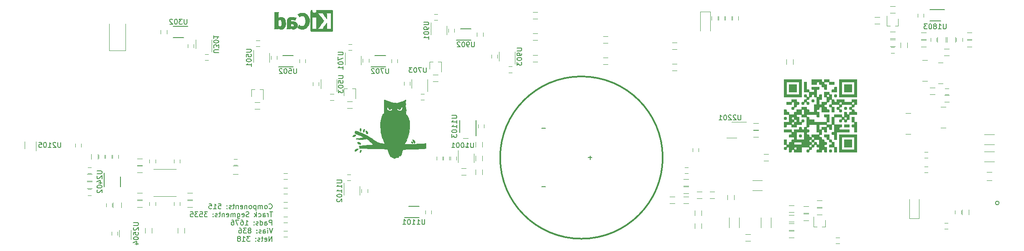
<source format=gbo>
G04 #@! TF.GenerationSoftware,KiCad,Pcbnew,(5.1.4)-1*
G04 #@! TF.CreationDate,2020-02-29T21:01:33-06:00*
G04 #@! TF.ProjectId,VFD_Clock,5646445f-436c-46f6-936b-2e6b69636164,rev?*
G04 #@! TF.SameCoordinates,Original*
G04 #@! TF.FileFunction,Legend,Bot*
G04 #@! TF.FilePolarity,Positive*
%FSLAX46Y46*%
G04 Gerber Fmt 4.6, Leading zero omitted, Abs format (unit mm)*
G04 Created by KiCad (PCBNEW (5.1.4)-1) date 2020-02-29 21:01:33*
%MOMM*%
%LPD*%
G04 APERTURE LIST*
%ADD10C,0.150000*%
%ADD11C,0.010000*%
%ADD12C,0.120000*%
%ADD13C,0.152400*%
%ADD14C,0.300000*%
G04 APERTURE END LIST*
D10*
X84373476Y-108372642D02*
X84421095Y-108420261D01*
X84563952Y-108467880D01*
X84659190Y-108467880D01*
X84802047Y-108420261D01*
X84897285Y-108325023D01*
X84944904Y-108229785D01*
X84992523Y-108039309D01*
X84992523Y-107896452D01*
X84944904Y-107705976D01*
X84897285Y-107610738D01*
X84802047Y-107515500D01*
X84659190Y-107467880D01*
X84563952Y-107467880D01*
X84421095Y-107515500D01*
X84373476Y-107563119D01*
X83802047Y-108467880D02*
X83897285Y-108420261D01*
X83944904Y-108372642D01*
X83992523Y-108277404D01*
X83992523Y-107991690D01*
X83944904Y-107896452D01*
X83897285Y-107848833D01*
X83802047Y-107801214D01*
X83659190Y-107801214D01*
X83563952Y-107848833D01*
X83516333Y-107896452D01*
X83468714Y-107991690D01*
X83468714Y-108277404D01*
X83516333Y-108372642D01*
X83563952Y-108420261D01*
X83659190Y-108467880D01*
X83802047Y-108467880D01*
X83040142Y-108467880D02*
X83040142Y-107801214D01*
X83040142Y-107896452D02*
X82992523Y-107848833D01*
X82897285Y-107801214D01*
X82754428Y-107801214D01*
X82659190Y-107848833D01*
X82611571Y-107944071D01*
X82611571Y-108467880D01*
X82611571Y-107944071D02*
X82563952Y-107848833D01*
X82468714Y-107801214D01*
X82325857Y-107801214D01*
X82230619Y-107848833D01*
X82183000Y-107944071D01*
X82183000Y-108467880D01*
X81706809Y-107801214D02*
X81706809Y-108801214D01*
X81706809Y-107848833D02*
X81611571Y-107801214D01*
X81421095Y-107801214D01*
X81325857Y-107848833D01*
X81278238Y-107896452D01*
X81230619Y-107991690D01*
X81230619Y-108277404D01*
X81278238Y-108372642D01*
X81325857Y-108420261D01*
X81421095Y-108467880D01*
X81611571Y-108467880D01*
X81706809Y-108420261D01*
X80659190Y-108467880D02*
X80754428Y-108420261D01*
X80802047Y-108372642D01*
X80849666Y-108277404D01*
X80849666Y-107991690D01*
X80802047Y-107896452D01*
X80754428Y-107848833D01*
X80659190Y-107801214D01*
X80516333Y-107801214D01*
X80421095Y-107848833D01*
X80373476Y-107896452D01*
X80325857Y-107991690D01*
X80325857Y-108277404D01*
X80373476Y-108372642D01*
X80421095Y-108420261D01*
X80516333Y-108467880D01*
X80659190Y-108467880D01*
X79897285Y-107801214D02*
X79897285Y-108467880D01*
X79897285Y-107896452D02*
X79849666Y-107848833D01*
X79754428Y-107801214D01*
X79611571Y-107801214D01*
X79516333Y-107848833D01*
X79468714Y-107944071D01*
X79468714Y-108467880D01*
X78611571Y-108420261D02*
X78706809Y-108467880D01*
X78897285Y-108467880D01*
X78992523Y-108420261D01*
X79040142Y-108325023D01*
X79040142Y-107944071D01*
X78992523Y-107848833D01*
X78897285Y-107801214D01*
X78706809Y-107801214D01*
X78611571Y-107848833D01*
X78563952Y-107944071D01*
X78563952Y-108039309D01*
X79040142Y-108134547D01*
X78135380Y-107801214D02*
X78135380Y-108467880D01*
X78135380Y-107896452D02*
X78087761Y-107848833D01*
X77992523Y-107801214D01*
X77849666Y-107801214D01*
X77754428Y-107848833D01*
X77706809Y-107944071D01*
X77706809Y-108467880D01*
X77373476Y-107801214D02*
X76992523Y-107801214D01*
X77230619Y-107467880D02*
X77230619Y-108325023D01*
X77183000Y-108420261D01*
X77087761Y-108467880D01*
X76992523Y-108467880D01*
X76706809Y-108420261D02*
X76611571Y-108467880D01*
X76421095Y-108467880D01*
X76325857Y-108420261D01*
X76278238Y-108325023D01*
X76278238Y-108277404D01*
X76325857Y-108182166D01*
X76421095Y-108134547D01*
X76563952Y-108134547D01*
X76659190Y-108086928D01*
X76706809Y-107991690D01*
X76706809Y-107944071D01*
X76659190Y-107848833D01*
X76563952Y-107801214D01*
X76421095Y-107801214D01*
X76325857Y-107848833D01*
X75849666Y-108372642D02*
X75802047Y-108420261D01*
X75849666Y-108467880D01*
X75897285Y-108420261D01*
X75849666Y-108372642D01*
X75849666Y-108467880D01*
X75849666Y-107848833D02*
X75802047Y-107896452D01*
X75849666Y-107944071D01*
X75897285Y-107896452D01*
X75849666Y-107848833D01*
X75849666Y-107944071D01*
X74135380Y-107467880D02*
X74611571Y-107467880D01*
X74659190Y-107944071D01*
X74611571Y-107896452D01*
X74516333Y-107848833D01*
X74278238Y-107848833D01*
X74183000Y-107896452D01*
X74135380Y-107944071D01*
X74087761Y-108039309D01*
X74087761Y-108277404D01*
X74135380Y-108372642D01*
X74183000Y-108420261D01*
X74278238Y-108467880D01*
X74516333Y-108467880D01*
X74611571Y-108420261D01*
X74659190Y-108372642D01*
X73135380Y-108467880D02*
X73706809Y-108467880D01*
X73421095Y-108467880D02*
X73421095Y-107467880D01*
X73516333Y-107610738D01*
X73611571Y-107705976D01*
X73706809Y-107753595D01*
X72230619Y-107467880D02*
X72706809Y-107467880D01*
X72754428Y-107944071D01*
X72706809Y-107896452D01*
X72611571Y-107848833D01*
X72373476Y-107848833D01*
X72278238Y-107896452D01*
X72230619Y-107944071D01*
X72183000Y-108039309D01*
X72183000Y-108277404D01*
X72230619Y-108372642D01*
X72278238Y-108420261D01*
X72373476Y-108467880D01*
X72611571Y-108467880D01*
X72706809Y-108420261D01*
X72754428Y-108372642D01*
X85087761Y-109117880D02*
X84516333Y-109117880D01*
X84802047Y-110117880D02*
X84802047Y-109117880D01*
X84183000Y-110117880D02*
X84183000Y-109451214D01*
X84183000Y-109641690D02*
X84135380Y-109546452D01*
X84087761Y-109498833D01*
X83992523Y-109451214D01*
X83897285Y-109451214D01*
X83135380Y-110117880D02*
X83135380Y-109594071D01*
X83183000Y-109498833D01*
X83278238Y-109451214D01*
X83468714Y-109451214D01*
X83563952Y-109498833D01*
X83135380Y-110070261D02*
X83230619Y-110117880D01*
X83468714Y-110117880D01*
X83563952Y-110070261D01*
X83611571Y-109975023D01*
X83611571Y-109879785D01*
X83563952Y-109784547D01*
X83468714Y-109736928D01*
X83230619Y-109736928D01*
X83135380Y-109689309D01*
X82230619Y-110070261D02*
X82325857Y-110117880D01*
X82516333Y-110117880D01*
X82611571Y-110070261D01*
X82659190Y-110022642D01*
X82706809Y-109927404D01*
X82706809Y-109641690D01*
X82659190Y-109546452D01*
X82611571Y-109498833D01*
X82516333Y-109451214D01*
X82325857Y-109451214D01*
X82230619Y-109498833D01*
X81802047Y-110117880D02*
X81802047Y-109117880D01*
X81706809Y-109736928D02*
X81421095Y-110117880D01*
X81421095Y-109451214D02*
X81802047Y-109832166D01*
X80278238Y-110070261D02*
X80135380Y-110117880D01*
X79897285Y-110117880D01*
X79802047Y-110070261D01*
X79754428Y-110022642D01*
X79706809Y-109927404D01*
X79706809Y-109832166D01*
X79754428Y-109736928D01*
X79802047Y-109689309D01*
X79897285Y-109641690D01*
X80087761Y-109594071D01*
X80183000Y-109546452D01*
X80230619Y-109498833D01*
X80278238Y-109403595D01*
X80278238Y-109308357D01*
X80230619Y-109213119D01*
X80183000Y-109165500D01*
X80087761Y-109117880D01*
X79849666Y-109117880D01*
X79706809Y-109165500D01*
X78897285Y-110070261D02*
X78992523Y-110117880D01*
X79183000Y-110117880D01*
X79278238Y-110070261D01*
X79325857Y-109975023D01*
X79325857Y-109594071D01*
X79278238Y-109498833D01*
X79183000Y-109451214D01*
X78992523Y-109451214D01*
X78897285Y-109498833D01*
X78849666Y-109594071D01*
X78849666Y-109689309D01*
X79325857Y-109784547D01*
X77992523Y-109451214D02*
X77992523Y-110260738D01*
X78040142Y-110355976D01*
X78087761Y-110403595D01*
X78183000Y-110451214D01*
X78325857Y-110451214D01*
X78421095Y-110403595D01*
X77992523Y-110070261D02*
X78087761Y-110117880D01*
X78278238Y-110117880D01*
X78373476Y-110070261D01*
X78421095Y-110022642D01*
X78468714Y-109927404D01*
X78468714Y-109641690D01*
X78421095Y-109546452D01*
X78373476Y-109498833D01*
X78278238Y-109451214D01*
X78087761Y-109451214D01*
X77992523Y-109498833D01*
X77516333Y-110117880D02*
X77516333Y-109451214D01*
X77516333Y-109546452D02*
X77468714Y-109498833D01*
X77373476Y-109451214D01*
X77230619Y-109451214D01*
X77135380Y-109498833D01*
X77087761Y-109594071D01*
X77087761Y-110117880D01*
X77087761Y-109594071D02*
X77040142Y-109498833D01*
X76944904Y-109451214D01*
X76802047Y-109451214D01*
X76706809Y-109498833D01*
X76659190Y-109594071D01*
X76659190Y-110117880D01*
X75802047Y-110070261D02*
X75897285Y-110117880D01*
X76087761Y-110117880D01*
X76183000Y-110070261D01*
X76230619Y-109975023D01*
X76230619Y-109594071D01*
X76183000Y-109498833D01*
X76087761Y-109451214D01*
X75897285Y-109451214D01*
X75802047Y-109498833D01*
X75754428Y-109594071D01*
X75754428Y-109689309D01*
X76230619Y-109784547D01*
X75325857Y-109451214D02*
X75325857Y-110117880D01*
X75325857Y-109546452D02*
X75278238Y-109498833D01*
X75183000Y-109451214D01*
X75040142Y-109451214D01*
X74944904Y-109498833D01*
X74897285Y-109594071D01*
X74897285Y-110117880D01*
X74563952Y-109451214D02*
X74183000Y-109451214D01*
X74421095Y-109117880D02*
X74421095Y-109975023D01*
X74373476Y-110070261D01*
X74278238Y-110117880D01*
X74183000Y-110117880D01*
X73897285Y-110070261D02*
X73802047Y-110117880D01*
X73611571Y-110117880D01*
X73516333Y-110070261D01*
X73468714Y-109975023D01*
X73468714Y-109927404D01*
X73516333Y-109832166D01*
X73611571Y-109784547D01*
X73754428Y-109784547D01*
X73849666Y-109736928D01*
X73897285Y-109641690D01*
X73897285Y-109594071D01*
X73849666Y-109498833D01*
X73754428Y-109451214D01*
X73611571Y-109451214D01*
X73516333Y-109498833D01*
X73040142Y-110022642D02*
X72992523Y-110070261D01*
X73040142Y-110117880D01*
X73087761Y-110070261D01*
X73040142Y-110022642D01*
X73040142Y-110117880D01*
X73040142Y-109498833D02*
X72992523Y-109546452D01*
X73040142Y-109594071D01*
X73087761Y-109546452D01*
X73040142Y-109498833D01*
X73040142Y-109594071D01*
X71897285Y-109117880D02*
X71278238Y-109117880D01*
X71611571Y-109498833D01*
X71468714Y-109498833D01*
X71373476Y-109546452D01*
X71325857Y-109594071D01*
X71278238Y-109689309D01*
X71278238Y-109927404D01*
X71325857Y-110022642D01*
X71373476Y-110070261D01*
X71468714Y-110117880D01*
X71754428Y-110117880D01*
X71849666Y-110070261D01*
X71897285Y-110022642D01*
X70373476Y-109117880D02*
X70849666Y-109117880D01*
X70897285Y-109594071D01*
X70849666Y-109546452D01*
X70754428Y-109498833D01*
X70516333Y-109498833D01*
X70421095Y-109546452D01*
X70373476Y-109594071D01*
X70325857Y-109689309D01*
X70325857Y-109927404D01*
X70373476Y-110022642D01*
X70421095Y-110070261D01*
X70516333Y-110117880D01*
X70754428Y-110117880D01*
X70849666Y-110070261D01*
X70897285Y-110022642D01*
X69992523Y-109117880D02*
X69373476Y-109117880D01*
X69706809Y-109498833D01*
X69563952Y-109498833D01*
X69468714Y-109546452D01*
X69421095Y-109594071D01*
X69373476Y-109689309D01*
X69373476Y-109927404D01*
X69421095Y-110022642D01*
X69468714Y-110070261D01*
X69563952Y-110117880D01*
X69849666Y-110117880D01*
X69944904Y-110070261D01*
X69992523Y-110022642D01*
X68468714Y-109117880D02*
X68944904Y-109117880D01*
X68992523Y-109594071D01*
X68944904Y-109546452D01*
X68849666Y-109498833D01*
X68611571Y-109498833D01*
X68516333Y-109546452D01*
X68468714Y-109594071D01*
X68421095Y-109689309D01*
X68421095Y-109927404D01*
X68468714Y-110022642D01*
X68516333Y-110070261D01*
X68611571Y-110117880D01*
X68849666Y-110117880D01*
X68944904Y-110070261D01*
X68992523Y-110022642D01*
X84944904Y-111767880D02*
X84944904Y-110767880D01*
X84563952Y-110767880D01*
X84468714Y-110815500D01*
X84421095Y-110863119D01*
X84373476Y-110958357D01*
X84373476Y-111101214D01*
X84421095Y-111196452D01*
X84468714Y-111244071D01*
X84563952Y-111291690D01*
X84944904Y-111291690D01*
X83516333Y-111767880D02*
X83516333Y-111244071D01*
X83563952Y-111148833D01*
X83659190Y-111101214D01*
X83849666Y-111101214D01*
X83944904Y-111148833D01*
X83516333Y-111720261D02*
X83611571Y-111767880D01*
X83849666Y-111767880D01*
X83944904Y-111720261D01*
X83992523Y-111625023D01*
X83992523Y-111529785D01*
X83944904Y-111434547D01*
X83849666Y-111386928D01*
X83611571Y-111386928D01*
X83516333Y-111339309D01*
X82611571Y-111767880D02*
X82611571Y-110767880D01*
X82611571Y-111720261D02*
X82706809Y-111767880D01*
X82897285Y-111767880D01*
X82992523Y-111720261D01*
X83040142Y-111672642D01*
X83087761Y-111577404D01*
X83087761Y-111291690D01*
X83040142Y-111196452D01*
X82992523Y-111148833D01*
X82897285Y-111101214D01*
X82706809Y-111101214D01*
X82611571Y-111148833D01*
X82183000Y-111720261D02*
X82087761Y-111767880D01*
X81897285Y-111767880D01*
X81802047Y-111720261D01*
X81754428Y-111625023D01*
X81754428Y-111577404D01*
X81802047Y-111482166D01*
X81897285Y-111434547D01*
X82040142Y-111434547D01*
X82135380Y-111386928D01*
X82183000Y-111291690D01*
X82183000Y-111244071D01*
X82135380Y-111148833D01*
X82040142Y-111101214D01*
X81897285Y-111101214D01*
X81802047Y-111148833D01*
X81325857Y-111672642D02*
X81278238Y-111720261D01*
X81325857Y-111767880D01*
X81373476Y-111720261D01*
X81325857Y-111672642D01*
X81325857Y-111767880D01*
X81325857Y-111148833D02*
X81278238Y-111196452D01*
X81325857Y-111244071D01*
X81373476Y-111196452D01*
X81325857Y-111148833D01*
X81325857Y-111244071D01*
X79563952Y-111767880D02*
X80135380Y-111767880D01*
X79849666Y-111767880D02*
X79849666Y-110767880D01*
X79944904Y-110910738D01*
X80040142Y-111005976D01*
X80135380Y-111053595D01*
X78706809Y-110767880D02*
X78897285Y-110767880D01*
X78992523Y-110815500D01*
X79040142Y-110863119D01*
X79135380Y-111005976D01*
X79183000Y-111196452D01*
X79183000Y-111577404D01*
X79135380Y-111672642D01*
X79087761Y-111720261D01*
X78992523Y-111767880D01*
X78802047Y-111767880D01*
X78706809Y-111720261D01*
X78659190Y-111672642D01*
X78611571Y-111577404D01*
X78611571Y-111339309D01*
X78659190Y-111244071D01*
X78706809Y-111196452D01*
X78802047Y-111148833D01*
X78992523Y-111148833D01*
X79087761Y-111196452D01*
X79135380Y-111244071D01*
X79183000Y-111339309D01*
X78278238Y-110767880D02*
X77611571Y-110767880D01*
X78040142Y-111767880D01*
X76802047Y-110767880D02*
X76992523Y-110767880D01*
X77087761Y-110815500D01*
X77135380Y-110863119D01*
X77230619Y-111005976D01*
X77278238Y-111196452D01*
X77278238Y-111577404D01*
X77230619Y-111672642D01*
X77183000Y-111720261D01*
X77087761Y-111767880D01*
X76897285Y-111767880D01*
X76802047Y-111720261D01*
X76754428Y-111672642D01*
X76706809Y-111577404D01*
X76706809Y-111339309D01*
X76754428Y-111244071D01*
X76802047Y-111196452D01*
X76897285Y-111148833D01*
X77087761Y-111148833D01*
X77183000Y-111196452D01*
X77230619Y-111244071D01*
X77278238Y-111339309D01*
X85087761Y-112417880D02*
X84754428Y-113417880D01*
X84421095Y-112417880D01*
X84087761Y-113417880D02*
X84087761Y-112751214D01*
X84087761Y-112417880D02*
X84135380Y-112465500D01*
X84087761Y-112513119D01*
X84040142Y-112465500D01*
X84087761Y-112417880D01*
X84087761Y-112513119D01*
X83183000Y-113417880D02*
X83183000Y-112894071D01*
X83230619Y-112798833D01*
X83325857Y-112751214D01*
X83516333Y-112751214D01*
X83611571Y-112798833D01*
X83183000Y-113370261D02*
X83278238Y-113417880D01*
X83516333Y-113417880D01*
X83611571Y-113370261D01*
X83659190Y-113275023D01*
X83659190Y-113179785D01*
X83611571Y-113084547D01*
X83516333Y-113036928D01*
X83278238Y-113036928D01*
X83183000Y-112989309D01*
X82754428Y-113370261D02*
X82659190Y-113417880D01*
X82468714Y-113417880D01*
X82373476Y-113370261D01*
X82325857Y-113275023D01*
X82325857Y-113227404D01*
X82373476Y-113132166D01*
X82468714Y-113084547D01*
X82611571Y-113084547D01*
X82706809Y-113036928D01*
X82754428Y-112941690D01*
X82754428Y-112894071D01*
X82706809Y-112798833D01*
X82611571Y-112751214D01*
X82468714Y-112751214D01*
X82373476Y-112798833D01*
X81897285Y-113322642D02*
X81849666Y-113370261D01*
X81897285Y-113417880D01*
X81944904Y-113370261D01*
X81897285Y-113322642D01*
X81897285Y-113417880D01*
X81897285Y-112798833D02*
X81849666Y-112846452D01*
X81897285Y-112894071D01*
X81944904Y-112846452D01*
X81897285Y-112798833D01*
X81897285Y-112894071D01*
X80516333Y-112846452D02*
X80611571Y-112798833D01*
X80659190Y-112751214D01*
X80706809Y-112655976D01*
X80706809Y-112608357D01*
X80659190Y-112513119D01*
X80611571Y-112465500D01*
X80516333Y-112417880D01*
X80325857Y-112417880D01*
X80230619Y-112465500D01*
X80183000Y-112513119D01*
X80135380Y-112608357D01*
X80135380Y-112655976D01*
X80183000Y-112751214D01*
X80230619Y-112798833D01*
X80325857Y-112846452D01*
X80516333Y-112846452D01*
X80611571Y-112894071D01*
X80659190Y-112941690D01*
X80706809Y-113036928D01*
X80706809Y-113227404D01*
X80659190Y-113322642D01*
X80611571Y-113370261D01*
X80516333Y-113417880D01*
X80325857Y-113417880D01*
X80230619Y-113370261D01*
X80183000Y-113322642D01*
X80135380Y-113227404D01*
X80135380Y-113036928D01*
X80183000Y-112941690D01*
X80230619Y-112894071D01*
X80325857Y-112846452D01*
X79802047Y-112417880D02*
X79183000Y-112417880D01*
X79516333Y-112798833D01*
X79373476Y-112798833D01*
X79278238Y-112846452D01*
X79230619Y-112894071D01*
X79183000Y-112989309D01*
X79183000Y-113227404D01*
X79230619Y-113322642D01*
X79278238Y-113370261D01*
X79373476Y-113417880D01*
X79659190Y-113417880D01*
X79754428Y-113370261D01*
X79802047Y-113322642D01*
X78325857Y-112417880D02*
X78516333Y-112417880D01*
X78611571Y-112465500D01*
X78659190Y-112513119D01*
X78754428Y-112655976D01*
X78802047Y-112846452D01*
X78802047Y-113227404D01*
X78754428Y-113322642D01*
X78706809Y-113370261D01*
X78611571Y-113417880D01*
X78421095Y-113417880D01*
X78325857Y-113370261D01*
X78278238Y-113322642D01*
X78230619Y-113227404D01*
X78230619Y-112989309D01*
X78278238Y-112894071D01*
X78325857Y-112846452D01*
X78421095Y-112798833D01*
X78611571Y-112798833D01*
X78706809Y-112846452D01*
X78754428Y-112894071D01*
X78802047Y-112989309D01*
X84944904Y-115067880D02*
X84944904Y-114067880D01*
X84373476Y-115067880D01*
X84373476Y-114067880D01*
X83516333Y-115020261D02*
X83611571Y-115067880D01*
X83802047Y-115067880D01*
X83897285Y-115020261D01*
X83944904Y-114925023D01*
X83944904Y-114544071D01*
X83897285Y-114448833D01*
X83802047Y-114401214D01*
X83611571Y-114401214D01*
X83516333Y-114448833D01*
X83468714Y-114544071D01*
X83468714Y-114639309D01*
X83944904Y-114734547D01*
X83183000Y-114401214D02*
X82802047Y-114401214D01*
X83040142Y-114067880D02*
X83040142Y-114925023D01*
X82992523Y-115020261D01*
X82897285Y-115067880D01*
X82802047Y-115067880D01*
X82516333Y-115020261D02*
X82421095Y-115067880D01*
X82230619Y-115067880D01*
X82135380Y-115020261D01*
X82087761Y-114925023D01*
X82087761Y-114877404D01*
X82135380Y-114782166D01*
X82230619Y-114734547D01*
X82373476Y-114734547D01*
X82468714Y-114686928D01*
X82516333Y-114591690D01*
X82516333Y-114544071D01*
X82468714Y-114448833D01*
X82373476Y-114401214D01*
X82230619Y-114401214D01*
X82135380Y-114448833D01*
X81659190Y-114972642D02*
X81611571Y-115020261D01*
X81659190Y-115067880D01*
X81706809Y-115020261D01*
X81659190Y-114972642D01*
X81659190Y-115067880D01*
X81659190Y-114448833D02*
X81611571Y-114496452D01*
X81659190Y-114544071D01*
X81706809Y-114496452D01*
X81659190Y-114448833D01*
X81659190Y-114544071D01*
X80516333Y-114067880D02*
X79897285Y-114067880D01*
X80230619Y-114448833D01*
X80087761Y-114448833D01*
X79992523Y-114496452D01*
X79944904Y-114544071D01*
X79897285Y-114639309D01*
X79897285Y-114877404D01*
X79944904Y-114972642D01*
X79992523Y-115020261D01*
X80087761Y-115067880D01*
X80373476Y-115067880D01*
X80468714Y-115020261D01*
X80516333Y-114972642D01*
X78944904Y-115067880D02*
X79516333Y-115067880D01*
X79230619Y-115067880D02*
X79230619Y-114067880D01*
X79325857Y-114210738D01*
X79421095Y-114305976D01*
X79516333Y-114353595D01*
X78373476Y-114496452D02*
X78468714Y-114448833D01*
X78516333Y-114401214D01*
X78563952Y-114305976D01*
X78563952Y-114258357D01*
X78516333Y-114163119D01*
X78468714Y-114115500D01*
X78373476Y-114067880D01*
X78183000Y-114067880D01*
X78087761Y-114115500D01*
X78040142Y-114163119D01*
X77992523Y-114258357D01*
X77992523Y-114305976D01*
X78040142Y-114401214D01*
X78087761Y-114448833D01*
X78183000Y-114496452D01*
X78373476Y-114496452D01*
X78468714Y-114544071D01*
X78516333Y-114591690D01*
X78563952Y-114686928D01*
X78563952Y-114877404D01*
X78516333Y-114972642D01*
X78468714Y-115020261D01*
X78373476Y-115067880D01*
X78183000Y-115067880D01*
X78087761Y-115020261D01*
X78040142Y-114972642D01*
X77992523Y-114877404D01*
X77992523Y-114686928D01*
X78040142Y-114591690D01*
X78087761Y-114544071D01*
X78183000Y-114496452D01*
D11*
G36*
X199771000Y-96964500D02*
G01*
X203327000Y-96964500D01*
X203327000Y-93916500D01*
X202819000Y-93916500D01*
X202819000Y-96456500D01*
X200279000Y-96456500D01*
X200279000Y-93916500D01*
X202819000Y-93916500D01*
X203327000Y-93916500D01*
X203327000Y-93408500D01*
X199771000Y-93408500D01*
X199771000Y-96964500D01*
X199771000Y-96964500D01*
G37*
X199771000Y-96964500D02*
X203327000Y-96964500D01*
X203327000Y-93916500D01*
X202819000Y-93916500D01*
X202819000Y-96456500D01*
X200279000Y-96456500D01*
X200279000Y-93916500D01*
X202819000Y-93916500D01*
X203327000Y-93916500D01*
X203327000Y-93408500D01*
X199771000Y-93408500D01*
X199771000Y-96964500D01*
G36*
X198755000Y-96964500D02*
G01*
X199263000Y-96964500D01*
X199263000Y-95948500D01*
X198755000Y-95948500D01*
X198755000Y-96964500D01*
X198755000Y-96964500D01*
G37*
X198755000Y-96964500D02*
X199263000Y-96964500D01*
X199263000Y-95948500D01*
X198755000Y-95948500D01*
X198755000Y-96964500D01*
G36*
X198755000Y-94932500D02*
G01*
X198501000Y-94932500D01*
X198321092Y-94911521D01*
X198254781Y-94812560D01*
X198247000Y-94678500D01*
X198226021Y-94498592D01*
X198127060Y-94432282D01*
X197993000Y-94424500D01*
X197739000Y-94424500D01*
X197739000Y-93408500D01*
X196723000Y-93408500D01*
X196723000Y-93662500D01*
X196743979Y-93842408D01*
X196842940Y-93908719D01*
X196977000Y-93916500D01*
X197156908Y-93937479D01*
X197223218Y-94036440D01*
X197231000Y-94170500D01*
X197251979Y-94350408D01*
X197350940Y-94416719D01*
X197485000Y-94424500D01*
X197664908Y-94445479D01*
X197731218Y-94544440D01*
X197739000Y-94678500D01*
X197759979Y-94858408D01*
X197858940Y-94924719D01*
X197993000Y-94932500D01*
X198172908Y-94953479D01*
X198239218Y-95052440D01*
X198247000Y-95186500D01*
X198226021Y-95366408D01*
X198127060Y-95432719D01*
X197993000Y-95440500D01*
X197813092Y-95461479D01*
X197746781Y-95560440D01*
X197739000Y-95694500D01*
X197739000Y-95948500D01*
X198755000Y-95948500D01*
X198755000Y-94932500D01*
X198755000Y-94932500D01*
G37*
X198755000Y-94932500D02*
X198501000Y-94932500D01*
X198321092Y-94911521D01*
X198254781Y-94812560D01*
X198247000Y-94678500D01*
X198226021Y-94498592D01*
X198127060Y-94432282D01*
X197993000Y-94424500D01*
X197739000Y-94424500D01*
X197739000Y-93408500D01*
X196723000Y-93408500D01*
X196723000Y-93662500D01*
X196743979Y-93842408D01*
X196842940Y-93908719D01*
X196977000Y-93916500D01*
X197156908Y-93937479D01*
X197223218Y-94036440D01*
X197231000Y-94170500D01*
X197251979Y-94350408D01*
X197350940Y-94416719D01*
X197485000Y-94424500D01*
X197664908Y-94445479D01*
X197731218Y-94544440D01*
X197739000Y-94678500D01*
X197759979Y-94858408D01*
X197858940Y-94924719D01*
X197993000Y-94932500D01*
X198172908Y-94953479D01*
X198239218Y-95052440D01*
X198247000Y-95186500D01*
X198226021Y-95366408D01*
X198127060Y-95432719D01*
X197993000Y-95440500D01*
X197813092Y-95461479D01*
X197746781Y-95560440D01*
X197739000Y-95694500D01*
X197739000Y-95948500D01*
X198755000Y-95948500D01*
X198755000Y-94932500D01*
G36*
X197813092Y-96477479D02*
G01*
X197746781Y-96576440D01*
X197739000Y-96710500D01*
X197759979Y-96890408D01*
X197858940Y-96956719D01*
X197993000Y-96964500D01*
X198172908Y-96943521D01*
X198239218Y-96844560D01*
X198247000Y-96710500D01*
X198226021Y-96530592D01*
X198127060Y-96464282D01*
X197993000Y-96456500D01*
X197813092Y-96477479D01*
X197813092Y-96477479D01*
G37*
X197813092Y-96477479D02*
X197746781Y-96576440D01*
X197739000Y-96710500D01*
X197759979Y-96890408D01*
X197858940Y-96956719D01*
X197993000Y-96964500D01*
X198172908Y-96943521D01*
X198239218Y-96844560D01*
X198247000Y-96710500D01*
X198226021Y-96530592D01*
X198127060Y-96464282D01*
X197993000Y-96456500D01*
X197813092Y-96477479D01*
G36*
X189611000Y-89090500D02*
G01*
X189590021Y-88910592D01*
X189491060Y-88844282D01*
X189357000Y-88836500D01*
X189177092Y-88815521D01*
X189110781Y-88716560D01*
X189103000Y-88582500D01*
X189082021Y-88402592D01*
X188983060Y-88336282D01*
X188849000Y-88328500D01*
X188595000Y-88328500D01*
X188595000Y-89344500D01*
X189611000Y-89344500D01*
X189611000Y-89090500D01*
X189611000Y-89090500D01*
G37*
X189611000Y-89090500D02*
X189590021Y-88910592D01*
X189491060Y-88844282D01*
X189357000Y-88836500D01*
X189177092Y-88815521D01*
X189110781Y-88716560D01*
X189103000Y-88582500D01*
X189082021Y-88402592D01*
X188983060Y-88336282D01*
X188849000Y-88328500D01*
X188595000Y-88328500D01*
X188595000Y-89344500D01*
X189611000Y-89344500D01*
X189611000Y-89090500D01*
G36*
X193675000Y-84518500D02*
G01*
X193654021Y-84338592D01*
X193555060Y-84272282D01*
X193421000Y-84264500D01*
X193167000Y-84264500D01*
X193167000Y-82740500D01*
X192659000Y-82740500D01*
X192659000Y-84772500D01*
X193675000Y-84772500D01*
X193675000Y-84518500D01*
X193675000Y-84518500D01*
G37*
X193675000Y-84518500D02*
X193654021Y-84338592D01*
X193555060Y-84272282D01*
X193421000Y-84264500D01*
X193167000Y-84264500D01*
X193167000Y-82740500D01*
X192659000Y-82740500D01*
X192659000Y-84772500D01*
X193675000Y-84772500D01*
X193675000Y-84518500D01*
G36*
X189611000Y-90868500D02*
G01*
X188595000Y-90868500D01*
X188595000Y-91884500D01*
X188849000Y-91884500D01*
X189028908Y-91863521D01*
X189095218Y-91764560D01*
X189103000Y-91630500D01*
X189103000Y-91376500D01*
X190119000Y-91376500D01*
X190119000Y-91884500D01*
X191135000Y-91884500D01*
X191135000Y-91376500D01*
X192151000Y-91376500D01*
X192151000Y-91122500D01*
X192171979Y-90942592D01*
X192270940Y-90876282D01*
X192405000Y-90868500D01*
X192584908Y-90847521D01*
X192651218Y-90748560D01*
X192659000Y-90614500D01*
X192638021Y-90434592D01*
X192539060Y-90368282D01*
X192405000Y-90360500D01*
X192225092Y-90381479D01*
X192158781Y-90480440D01*
X192151000Y-90614500D01*
X192130021Y-90794408D01*
X192031060Y-90860719D01*
X191897000Y-90868500D01*
X191643000Y-90868500D01*
X191643000Y-90614500D01*
X191135000Y-90614500D01*
X191114021Y-90794408D01*
X191015060Y-90860719D01*
X190881000Y-90868500D01*
X190701092Y-90889479D01*
X190634781Y-90988440D01*
X190627000Y-91122500D01*
X190606021Y-91302408D01*
X190507060Y-91368719D01*
X190373000Y-91376500D01*
X190193092Y-91355521D01*
X190126781Y-91256560D01*
X190119000Y-91122500D01*
X190139979Y-90942592D01*
X190238940Y-90876282D01*
X190373000Y-90868500D01*
X190552908Y-90847521D01*
X190619218Y-90748560D01*
X190627000Y-90614500D01*
X190606021Y-90434592D01*
X190507060Y-90368282D01*
X190373000Y-90360500D01*
X190193092Y-90339521D01*
X190126781Y-90240560D01*
X190119000Y-90106500D01*
X190139979Y-89926592D01*
X190238940Y-89860282D01*
X190373000Y-89852500D01*
X190552908Y-89873479D01*
X190619218Y-89972440D01*
X190627000Y-90106500D01*
X190647979Y-90286408D01*
X190746940Y-90352719D01*
X190881000Y-90360500D01*
X191060908Y-90381479D01*
X191127218Y-90480440D01*
X191135000Y-90614500D01*
X191643000Y-90614500D01*
X191643000Y-89852500D01*
X191389000Y-89852500D01*
X191209092Y-89831521D01*
X191142781Y-89732560D01*
X191135000Y-89598500D01*
X191135000Y-89344500D01*
X192151000Y-89344500D01*
X192151000Y-88328500D01*
X191135000Y-88328500D01*
X191135000Y-88582500D01*
X191114021Y-88762408D01*
X191015060Y-88828719D01*
X190881000Y-88836500D01*
X190701092Y-88857479D01*
X190634781Y-88956440D01*
X190627000Y-89090500D01*
X190627000Y-89344500D01*
X189611000Y-89344500D01*
X189611000Y-90868500D01*
X189611000Y-90868500D01*
G37*
X189611000Y-90868500D02*
X188595000Y-90868500D01*
X188595000Y-91884500D01*
X188849000Y-91884500D01*
X189028908Y-91863521D01*
X189095218Y-91764560D01*
X189103000Y-91630500D01*
X189103000Y-91376500D01*
X190119000Y-91376500D01*
X190119000Y-91884500D01*
X191135000Y-91884500D01*
X191135000Y-91376500D01*
X192151000Y-91376500D01*
X192151000Y-91122500D01*
X192171979Y-90942592D01*
X192270940Y-90876282D01*
X192405000Y-90868500D01*
X192584908Y-90847521D01*
X192651218Y-90748560D01*
X192659000Y-90614500D01*
X192638021Y-90434592D01*
X192539060Y-90368282D01*
X192405000Y-90360500D01*
X192225092Y-90381479D01*
X192158781Y-90480440D01*
X192151000Y-90614500D01*
X192130021Y-90794408D01*
X192031060Y-90860719D01*
X191897000Y-90868500D01*
X191643000Y-90868500D01*
X191643000Y-90614500D01*
X191135000Y-90614500D01*
X191114021Y-90794408D01*
X191015060Y-90860719D01*
X190881000Y-90868500D01*
X190701092Y-90889479D01*
X190634781Y-90988440D01*
X190627000Y-91122500D01*
X190606021Y-91302408D01*
X190507060Y-91368719D01*
X190373000Y-91376500D01*
X190193092Y-91355521D01*
X190126781Y-91256560D01*
X190119000Y-91122500D01*
X190139979Y-90942592D01*
X190238940Y-90876282D01*
X190373000Y-90868500D01*
X190552908Y-90847521D01*
X190619218Y-90748560D01*
X190627000Y-90614500D01*
X190606021Y-90434592D01*
X190507060Y-90368282D01*
X190373000Y-90360500D01*
X190193092Y-90339521D01*
X190126781Y-90240560D01*
X190119000Y-90106500D01*
X190139979Y-89926592D01*
X190238940Y-89860282D01*
X190373000Y-89852500D01*
X190552908Y-89873479D01*
X190619218Y-89972440D01*
X190627000Y-90106500D01*
X190647979Y-90286408D01*
X190746940Y-90352719D01*
X190881000Y-90360500D01*
X191060908Y-90381479D01*
X191127218Y-90480440D01*
X191135000Y-90614500D01*
X191643000Y-90614500D01*
X191643000Y-89852500D01*
X191389000Y-89852500D01*
X191209092Y-89831521D01*
X191142781Y-89732560D01*
X191135000Y-89598500D01*
X191135000Y-89344500D01*
X192151000Y-89344500D01*
X192151000Y-88328500D01*
X191135000Y-88328500D01*
X191135000Y-88582500D01*
X191114021Y-88762408D01*
X191015060Y-88828719D01*
X190881000Y-88836500D01*
X190701092Y-88857479D01*
X190634781Y-88956440D01*
X190627000Y-89090500D01*
X190627000Y-89344500D01*
X189611000Y-89344500D01*
X189611000Y-90868500D01*
G36*
X198755000Y-92900500D02*
G01*
X198501000Y-92900500D01*
X198321092Y-92921479D01*
X198254781Y-93020440D01*
X198247000Y-93154500D01*
X198267979Y-93334408D01*
X198366940Y-93400719D01*
X198501000Y-93408500D01*
X198755000Y-93408500D01*
X198755000Y-94424500D01*
X199263000Y-94424500D01*
X199263000Y-92900500D01*
X201803000Y-92900500D01*
X201803000Y-92392500D01*
X199771000Y-92392500D01*
X199771000Y-92138500D01*
X199791979Y-91958592D01*
X199890940Y-91892282D01*
X200025000Y-91884500D01*
X200204908Y-91863521D01*
X200271218Y-91764560D01*
X200279000Y-91630500D01*
X200279000Y-91376500D01*
X198755000Y-91376500D01*
X198755000Y-92900500D01*
X198755000Y-92900500D01*
G37*
X198755000Y-92900500D02*
X198501000Y-92900500D01*
X198321092Y-92921479D01*
X198254781Y-93020440D01*
X198247000Y-93154500D01*
X198267979Y-93334408D01*
X198366940Y-93400719D01*
X198501000Y-93408500D01*
X198755000Y-93408500D01*
X198755000Y-94424500D01*
X199263000Y-94424500D01*
X199263000Y-92900500D01*
X201803000Y-92900500D01*
X201803000Y-92392500D01*
X199771000Y-92392500D01*
X199771000Y-92138500D01*
X199791979Y-91958592D01*
X199890940Y-91892282D01*
X200025000Y-91884500D01*
X200204908Y-91863521D01*
X200271218Y-91764560D01*
X200279000Y-91630500D01*
X200279000Y-91376500D01*
X198755000Y-91376500D01*
X198755000Y-92900500D01*
G36*
X193675000Y-85788500D02*
G01*
X193421000Y-85788500D01*
X193241092Y-85767521D01*
X193174781Y-85668560D01*
X193167000Y-85534500D01*
X193146021Y-85354592D01*
X193047060Y-85288282D01*
X192913000Y-85280500D01*
X192733092Y-85301479D01*
X192666781Y-85400440D01*
X192659000Y-85534500D01*
X192679979Y-85714408D01*
X192778940Y-85780719D01*
X192913000Y-85788500D01*
X193092908Y-85809479D01*
X193159218Y-85908440D01*
X193167000Y-86042500D01*
X193146021Y-86222408D01*
X193047060Y-86288719D01*
X192913000Y-86296500D01*
X192733092Y-86317479D01*
X192666781Y-86416440D01*
X192659000Y-86550500D01*
X192638021Y-86730408D01*
X192539060Y-86796719D01*
X192405000Y-86804500D01*
X192225092Y-86825479D01*
X192158781Y-86924440D01*
X192151000Y-87058500D01*
X192171979Y-87238408D01*
X192270940Y-87304719D01*
X192405000Y-87312500D01*
X192584908Y-87291521D01*
X192651218Y-87192560D01*
X192659000Y-87058500D01*
X192679979Y-86878592D01*
X192778940Y-86812282D01*
X192913000Y-86804500D01*
X193092908Y-86825479D01*
X193159218Y-86924440D01*
X193167000Y-87058500D01*
X193187979Y-87238408D01*
X193286940Y-87304719D01*
X193421000Y-87312500D01*
X193600908Y-87291521D01*
X193667218Y-87192560D01*
X193675000Y-87058500D01*
X193654021Y-86878592D01*
X193555060Y-86812282D01*
X193421000Y-86804500D01*
X193241092Y-86783521D01*
X193174781Y-86684560D01*
X193167000Y-86550500D01*
X193187979Y-86370592D01*
X193286940Y-86304282D01*
X193421000Y-86296500D01*
X193600908Y-86275521D01*
X193667218Y-86176560D01*
X193675000Y-86042500D01*
X193695979Y-85862592D01*
X193794940Y-85796282D01*
X193929000Y-85788500D01*
X194108908Y-85767521D01*
X194175218Y-85668560D01*
X194183000Y-85534500D01*
X194203979Y-85354592D01*
X194302940Y-85288282D01*
X194437000Y-85280500D01*
X194616908Y-85301479D01*
X194683218Y-85400440D01*
X194691000Y-85534500D01*
X194711979Y-85714408D01*
X194810940Y-85780719D01*
X194945000Y-85788500D01*
X195199000Y-85788500D01*
X195199000Y-84264500D01*
X195453000Y-84264500D01*
X195632908Y-84243521D01*
X195699218Y-84144560D01*
X195707000Y-84010500D01*
X195707000Y-83756500D01*
X194183000Y-83756500D01*
X194183000Y-84010500D01*
X194203979Y-84190408D01*
X194302940Y-84256719D01*
X194437000Y-84264500D01*
X194616908Y-84285479D01*
X194683218Y-84384440D01*
X194691000Y-84518500D01*
X194691000Y-84772500D01*
X193675000Y-84772500D01*
X193675000Y-85788500D01*
X193675000Y-85788500D01*
G37*
X193675000Y-85788500D02*
X193421000Y-85788500D01*
X193241092Y-85767521D01*
X193174781Y-85668560D01*
X193167000Y-85534500D01*
X193146021Y-85354592D01*
X193047060Y-85288282D01*
X192913000Y-85280500D01*
X192733092Y-85301479D01*
X192666781Y-85400440D01*
X192659000Y-85534500D01*
X192679979Y-85714408D01*
X192778940Y-85780719D01*
X192913000Y-85788500D01*
X193092908Y-85809479D01*
X193159218Y-85908440D01*
X193167000Y-86042500D01*
X193146021Y-86222408D01*
X193047060Y-86288719D01*
X192913000Y-86296500D01*
X192733092Y-86317479D01*
X192666781Y-86416440D01*
X192659000Y-86550500D01*
X192638021Y-86730408D01*
X192539060Y-86796719D01*
X192405000Y-86804500D01*
X192225092Y-86825479D01*
X192158781Y-86924440D01*
X192151000Y-87058500D01*
X192171979Y-87238408D01*
X192270940Y-87304719D01*
X192405000Y-87312500D01*
X192584908Y-87291521D01*
X192651218Y-87192560D01*
X192659000Y-87058500D01*
X192679979Y-86878592D01*
X192778940Y-86812282D01*
X192913000Y-86804500D01*
X193092908Y-86825479D01*
X193159218Y-86924440D01*
X193167000Y-87058500D01*
X193187979Y-87238408D01*
X193286940Y-87304719D01*
X193421000Y-87312500D01*
X193600908Y-87291521D01*
X193667218Y-87192560D01*
X193675000Y-87058500D01*
X193654021Y-86878592D01*
X193555060Y-86812282D01*
X193421000Y-86804500D01*
X193241092Y-86783521D01*
X193174781Y-86684560D01*
X193167000Y-86550500D01*
X193187979Y-86370592D01*
X193286940Y-86304282D01*
X193421000Y-86296500D01*
X193600908Y-86275521D01*
X193667218Y-86176560D01*
X193675000Y-86042500D01*
X193695979Y-85862592D01*
X193794940Y-85796282D01*
X193929000Y-85788500D01*
X194108908Y-85767521D01*
X194175218Y-85668560D01*
X194183000Y-85534500D01*
X194203979Y-85354592D01*
X194302940Y-85288282D01*
X194437000Y-85280500D01*
X194616908Y-85301479D01*
X194683218Y-85400440D01*
X194691000Y-85534500D01*
X194711979Y-85714408D01*
X194810940Y-85780719D01*
X194945000Y-85788500D01*
X195199000Y-85788500D01*
X195199000Y-84264500D01*
X195453000Y-84264500D01*
X195632908Y-84243521D01*
X195699218Y-84144560D01*
X195707000Y-84010500D01*
X195707000Y-83756500D01*
X194183000Y-83756500D01*
X194183000Y-84010500D01*
X194203979Y-84190408D01*
X194302940Y-84256719D01*
X194437000Y-84264500D01*
X194616908Y-84285479D01*
X194683218Y-84384440D01*
X194691000Y-84518500D01*
X194691000Y-84772500D01*
X193675000Y-84772500D01*
X193675000Y-85788500D01*
G36*
X198247000Y-85280500D02*
G01*
X197993000Y-85280500D01*
X197813092Y-85259521D01*
X197746781Y-85160560D01*
X197739000Y-85026500D01*
X197739000Y-84772500D01*
X196723000Y-84772500D01*
X196723000Y-85788500D01*
X197231000Y-85788500D01*
X197231000Y-86804500D01*
X196215000Y-86804500D01*
X196215000Y-87058500D01*
X196194021Y-87238408D01*
X196095060Y-87304719D01*
X195961000Y-87312500D01*
X195707000Y-87312500D01*
X195707000Y-86296500D01*
X196215000Y-86296500D01*
X196215000Y-85280500D01*
X195961000Y-85280500D01*
X195781092Y-85301479D01*
X195714781Y-85400440D01*
X195707000Y-85534500D01*
X195686021Y-85714408D01*
X195587060Y-85780719D01*
X195453000Y-85788500D01*
X195199000Y-85788500D01*
X195199000Y-87312500D01*
X194691000Y-87312500D01*
X194691000Y-88836500D01*
X193675000Y-88836500D01*
X193675000Y-88582500D01*
X193654021Y-88402592D01*
X193555060Y-88336282D01*
X193421000Y-88328500D01*
X193241092Y-88307521D01*
X193174781Y-88208560D01*
X193167000Y-88074500D01*
X193167000Y-87820500D01*
X192151000Y-87820500D01*
X192151000Y-88328500D01*
X192659000Y-88328500D01*
X192659000Y-89344500D01*
X192151000Y-89344500D01*
X192151000Y-89852500D01*
X193167000Y-89852500D01*
X193167000Y-91884500D01*
X192913000Y-91884500D01*
X192733092Y-91905479D01*
X192666781Y-92004440D01*
X192659000Y-92138500D01*
X192638021Y-92318408D01*
X192539060Y-92384719D01*
X192405000Y-92392500D01*
X192225092Y-92371521D01*
X192158781Y-92272560D01*
X192151000Y-92138500D01*
X192130021Y-91958592D01*
X192031060Y-91892282D01*
X191897000Y-91884500D01*
X191717092Y-91905479D01*
X191650781Y-92004440D01*
X191643000Y-92138500D01*
X191643000Y-92392500D01*
X190627000Y-92392500D01*
X190627000Y-92646500D01*
X190606021Y-92826408D01*
X190507060Y-92892719D01*
X190373000Y-92900500D01*
X190193092Y-92879521D01*
X190126781Y-92780560D01*
X190119000Y-92646500D01*
X190119000Y-92392500D01*
X188595000Y-92392500D01*
X188595000Y-92900500D01*
X190119000Y-92900500D01*
X190119000Y-93154500D01*
X190098021Y-93334408D01*
X189999060Y-93400719D01*
X189865000Y-93408500D01*
X189685092Y-93429479D01*
X189618781Y-93528440D01*
X189611000Y-93662500D01*
X189611000Y-93916500D01*
X190627000Y-93916500D01*
X190627000Y-94170500D01*
X190606021Y-94350408D01*
X190507060Y-94416719D01*
X190373000Y-94424500D01*
X190193092Y-94445479D01*
X190126781Y-94544440D01*
X190119000Y-94678500D01*
X190098021Y-94858408D01*
X189999060Y-94924719D01*
X189865000Y-94932500D01*
X189685092Y-94953479D01*
X189618781Y-95052440D01*
X189611000Y-95186500D01*
X189590021Y-95366408D01*
X189491060Y-95432719D01*
X189357000Y-95440500D01*
X189103000Y-95440500D01*
X189103000Y-94424500D01*
X188595000Y-94424500D01*
X188595000Y-95440500D01*
X188849000Y-95440500D01*
X189028908Y-95461479D01*
X189095218Y-95560440D01*
X189103000Y-95694500D01*
X189082021Y-95874408D01*
X188983060Y-95940719D01*
X188849000Y-95948500D01*
X188669092Y-95969479D01*
X188602781Y-96068440D01*
X188595000Y-96202500D01*
X188615979Y-96382408D01*
X188714940Y-96448719D01*
X188849000Y-96456500D01*
X189028908Y-96435521D01*
X189095218Y-96336560D01*
X189103000Y-96202500D01*
X189123979Y-96022592D01*
X189222940Y-95956282D01*
X189357000Y-95948500D01*
X189611000Y-95948500D01*
X189611000Y-96964500D01*
X189865000Y-96964500D01*
X190044908Y-96943521D01*
X190111218Y-96844560D01*
X190119000Y-96710500D01*
X190139979Y-96530592D01*
X190238940Y-96464282D01*
X190373000Y-96456500D01*
X190552908Y-96477479D01*
X190619218Y-96576440D01*
X190627000Y-96710500D01*
X190627000Y-96964500D01*
X192151000Y-96964500D01*
X192151000Y-96202500D01*
X191135000Y-96202500D01*
X191114021Y-96382408D01*
X191015060Y-96448719D01*
X190881000Y-96456500D01*
X190701092Y-96435521D01*
X190634781Y-96336560D01*
X190627000Y-96202500D01*
X190647979Y-96022592D01*
X190746940Y-95956282D01*
X190881000Y-95948500D01*
X191060908Y-95969479D01*
X191127218Y-96068440D01*
X191135000Y-96202500D01*
X192151000Y-96202500D01*
X192151000Y-95948500D01*
X193675000Y-95948500D01*
X193675000Y-96202500D01*
X193654021Y-96382408D01*
X193555060Y-96448719D01*
X193421000Y-96456500D01*
X193241092Y-96477479D01*
X193174781Y-96576440D01*
X193167000Y-96710500D01*
X193187979Y-96890408D01*
X193286940Y-96956719D01*
X193421000Y-96964500D01*
X193600908Y-96943521D01*
X193667218Y-96844560D01*
X193675000Y-96710500D01*
X193695979Y-96530592D01*
X193794940Y-96464282D01*
X193929000Y-96456500D01*
X194108908Y-96435521D01*
X194175218Y-96336560D01*
X194183000Y-96202500D01*
X194203979Y-96022592D01*
X194302940Y-95956282D01*
X194437000Y-95948500D01*
X194616908Y-95927521D01*
X194683218Y-95828560D01*
X194691000Y-95694500D01*
X194711979Y-95514592D01*
X194810940Y-95448282D01*
X194945000Y-95440500D01*
X195124908Y-95461479D01*
X195191218Y-95560440D01*
X195199000Y-95694500D01*
X195219979Y-95874408D01*
X195318940Y-95940719D01*
X195453000Y-95948500D01*
X195632908Y-95969479D01*
X195699218Y-96068440D01*
X195707000Y-96202500D01*
X195686021Y-96382408D01*
X195587060Y-96448719D01*
X195453000Y-96456500D01*
X195273092Y-96477479D01*
X195206781Y-96576440D01*
X195199000Y-96710500D01*
X195199000Y-96964500D01*
X196215000Y-96964500D01*
X196215000Y-96710500D01*
X196235979Y-96530592D01*
X196334940Y-96464282D01*
X196469000Y-96456500D01*
X196648908Y-96477479D01*
X196715218Y-96576440D01*
X196723000Y-96710500D01*
X196743979Y-96890408D01*
X196842940Y-96956719D01*
X196977000Y-96964500D01*
X197231000Y-96964500D01*
X197231000Y-95948500D01*
X196977000Y-95948500D01*
X196797092Y-95927521D01*
X196730781Y-95828560D01*
X196723000Y-95694500D01*
X196743979Y-95514592D01*
X196842940Y-95448282D01*
X196977000Y-95440500D01*
X197156908Y-95419521D01*
X197223218Y-95320560D01*
X197231000Y-95186500D01*
X197210021Y-95006592D01*
X197111060Y-94940282D01*
X196977000Y-94932500D01*
X196797092Y-94911521D01*
X196730781Y-94812560D01*
X196723000Y-94678500D01*
X196702021Y-94498592D01*
X196603060Y-94432282D01*
X196469000Y-94424500D01*
X196289092Y-94403521D01*
X196222781Y-94304560D01*
X196215000Y-94170500D01*
X196194021Y-93990592D01*
X196095060Y-93924282D01*
X195961000Y-93916500D01*
X195781092Y-93895521D01*
X195714781Y-93796560D01*
X195707000Y-93662500D01*
X195727979Y-93482592D01*
X195826940Y-93416282D01*
X195961000Y-93408500D01*
X196215000Y-93408500D01*
X196215000Y-93154500D01*
X195707000Y-93154500D01*
X195707000Y-93408500D01*
X194183000Y-93408500D01*
X194183000Y-93662500D01*
X194203979Y-93842408D01*
X194302940Y-93908719D01*
X194437000Y-93916500D01*
X194616908Y-93937479D01*
X194683218Y-94036440D01*
X194691000Y-94170500D01*
X194691000Y-94424500D01*
X195707000Y-94424500D01*
X195707000Y-95440500D01*
X195453000Y-95440500D01*
X195273092Y-95419521D01*
X195206781Y-95320560D01*
X195199000Y-95186500D01*
X195178021Y-95006592D01*
X195079060Y-94940282D01*
X194945000Y-94932500D01*
X194765092Y-94953479D01*
X194698781Y-95052440D01*
X194691000Y-95186500D01*
X194670021Y-95366408D01*
X194571060Y-95432719D01*
X194437000Y-95440500D01*
X194257092Y-95461479D01*
X194190781Y-95560440D01*
X194183000Y-95694500D01*
X194162021Y-95874408D01*
X194063060Y-95940719D01*
X193929000Y-95948500D01*
X193749092Y-95927521D01*
X193682781Y-95828560D01*
X193675000Y-95694500D01*
X193695979Y-95514592D01*
X193794940Y-95448282D01*
X193929000Y-95440500D01*
X194108908Y-95419521D01*
X194175218Y-95320560D01*
X194183000Y-95186500D01*
X194162021Y-95006592D01*
X194063060Y-94940282D01*
X193929000Y-94932500D01*
X192151000Y-94932500D01*
X192151000Y-95440500D01*
X190627000Y-95440500D01*
X190627000Y-94932500D01*
X192151000Y-94932500D01*
X193929000Y-94932500D01*
X193749092Y-94911521D01*
X193682781Y-94812560D01*
X193675000Y-94678500D01*
X193695979Y-94498592D01*
X193794940Y-94432282D01*
X193929000Y-94424500D01*
X194108908Y-94403521D01*
X194175218Y-94304560D01*
X194183000Y-94170500D01*
X194162021Y-93990592D01*
X194063060Y-93924282D01*
X193929000Y-93916500D01*
X193749092Y-93895521D01*
X193682781Y-93796560D01*
X193675000Y-93662500D01*
X193654021Y-93482592D01*
X193555060Y-93416282D01*
X193421000Y-93408500D01*
X193241092Y-93387521D01*
X193174781Y-93288560D01*
X193167000Y-93154500D01*
X193187979Y-92974592D01*
X193286940Y-92908282D01*
X193421000Y-92900500D01*
X192659000Y-92900500D01*
X192659000Y-94424500D01*
X191135000Y-94424500D01*
X191135000Y-92900500D01*
X192659000Y-92900500D01*
X193421000Y-92900500D01*
X193600908Y-92879521D01*
X193667218Y-92780560D01*
X193675000Y-92646500D01*
X193654021Y-92466592D01*
X193555060Y-92400282D01*
X193421000Y-92392500D01*
X193241092Y-92371521D01*
X193174781Y-92272560D01*
X193167000Y-92138500D01*
X193187979Y-91958592D01*
X193286940Y-91892282D01*
X193421000Y-91884500D01*
X193600908Y-91863521D01*
X193667218Y-91764560D01*
X193675000Y-91630500D01*
X193675000Y-91376500D01*
X195199000Y-91376500D01*
X195199000Y-92900500D01*
X195453000Y-92900500D01*
X195632908Y-92921479D01*
X195699218Y-93020440D01*
X195707000Y-93154500D01*
X196215000Y-93154500D01*
X196215000Y-92392500D01*
X196469000Y-92392500D01*
X196648908Y-92413479D01*
X196715218Y-92512440D01*
X196723000Y-92646500D01*
X196743979Y-92826408D01*
X196842940Y-92892719D01*
X196977000Y-92900500D01*
X197231000Y-92900500D01*
X197231000Y-91884500D01*
X197485000Y-91884500D01*
X197664908Y-91905479D01*
X197731218Y-92004440D01*
X197739000Y-92138500D01*
X197759979Y-92318408D01*
X197858940Y-92384719D01*
X197993000Y-92392500D01*
X198247000Y-92392500D01*
X198247000Y-91376500D01*
X197231000Y-91376500D01*
X197231000Y-91884500D01*
X196215000Y-91884500D01*
X196215000Y-92138500D01*
X196194021Y-92318408D01*
X196095060Y-92384719D01*
X195961000Y-92392500D01*
X195707000Y-92392500D01*
X195707000Y-91376500D01*
X197231000Y-91376500D01*
X197231000Y-90868500D01*
X194691000Y-90868500D01*
X194691000Y-90360500D01*
X193675000Y-90360500D01*
X193675000Y-90106500D01*
X193654021Y-89926592D01*
X193555060Y-89860282D01*
X193421000Y-89852500D01*
X193241092Y-89831521D01*
X193174781Y-89732560D01*
X193167000Y-89598500D01*
X193167000Y-89344500D01*
X195199000Y-89344500D01*
X195199000Y-89598500D01*
X195219979Y-89778408D01*
X195318940Y-89844719D01*
X195453000Y-89852500D01*
X195707000Y-89852500D01*
X195707000Y-88836500D01*
X195453000Y-88836500D01*
X195273092Y-88815521D01*
X195206781Y-88716560D01*
X195199000Y-88582500D01*
X195219979Y-88402592D01*
X195318940Y-88336282D01*
X195453000Y-88328500D01*
X195632908Y-88307521D01*
X195699218Y-88208560D01*
X195707000Y-88074500D01*
X195727979Y-87894592D01*
X195826940Y-87828282D01*
X195961000Y-87820500D01*
X196215000Y-87820500D01*
X196215000Y-88836500D01*
X197739000Y-88836500D01*
X197739000Y-88582500D01*
X197718021Y-88402592D01*
X197619060Y-88336282D01*
X197485000Y-88328500D01*
X197305092Y-88307521D01*
X197238781Y-88208560D01*
X197231000Y-88074500D01*
X197210021Y-87894592D01*
X197111060Y-87828282D01*
X196977000Y-87820500D01*
X196797092Y-87799521D01*
X196730781Y-87700560D01*
X196723000Y-87566500D01*
X196743979Y-87386592D01*
X196842940Y-87320282D01*
X196977000Y-87312500D01*
X197156908Y-87291521D01*
X197223218Y-87192560D01*
X197231000Y-87058500D01*
X197251979Y-86878592D01*
X197350940Y-86812282D01*
X197485000Y-86804500D01*
X197664908Y-86783521D01*
X197731218Y-86684560D01*
X197739000Y-86550500D01*
X197759979Y-86370592D01*
X197858940Y-86304282D01*
X197993000Y-86296500D01*
X198247000Y-86296500D01*
X198247000Y-85534500D01*
X197739000Y-85534500D01*
X197718021Y-85714408D01*
X197619060Y-85780719D01*
X197485000Y-85788500D01*
X197305092Y-85767521D01*
X197238781Y-85668560D01*
X197231000Y-85534500D01*
X197251979Y-85354592D01*
X197350940Y-85288282D01*
X197485000Y-85280500D01*
X197664908Y-85301479D01*
X197731218Y-85400440D01*
X197739000Y-85534500D01*
X198247000Y-85534500D01*
X198247000Y-85280500D01*
X198247000Y-85280500D01*
G37*
X198247000Y-85280500D02*
X197993000Y-85280500D01*
X197813092Y-85259521D01*
X197746781Y-85160560D01*
X197739000Y-85026500D01*
X197739000Y-84772500D01*
X196723000Y-84772500D01*
X196723000Y-85788500D01*
X197231000Y-85788500D01*
X197231000Y-86804500D01*
X196215000Y-86804500D01*
X196215000Y-87058500D01*
X196194021Y-87238408D01*
X196095060Y-87304719D01*
X195961000Y-87312500D01*
X195707000Y-87312500D01*
X195707000Y-86296500D01*
X196215000Y-86296500D01*
X196215000Y-85280500D01*
X195961000Y-85280500D01*
X195781092Y-85301479D01*
X195714781Y-85400440D01*
X195707000Y-85534500D01*
X195686021Y-85714408D01*
X195587060Y-85780719D01*
X195453000Y-85788500D01*
X195199000Y-85788500D01*
X195199000Y-87312500D01*
X194691000Y-87312500D01*
X194691000Y-88836500D01*
X193675000Y-88836500D01*
X193675000Y-88582500D01*
X193654021Y-88402592D01*
X193555060Y-88336282D01*
X193421000Y-88328500D01*
X193241092Y-88307521D01*
X193174781Y-88208560D01*
X193167000Y-88074500D01*
X193167000Y-87820500D01*
X192151000Y-87820500D01*
X192151000Y-88328500D01*
X192659000Y-88328500D01*
X192659000Y-89344500D01*
X192151000Y-89344500D01*
X192151000Y-89852500D01*
X193167000Y-89852500D01*
X193167000Y-91884500D01*
X192913000Y-91884500D01*
X192733092Y-91905479D01*
X192666781Y-92004440D01*
X192659000Y-92138500D01*
X192638021Y-92318408D01*
X192539060Y-92384719D01*
X192405000Y-92392500D01*
X192225092Y-92371521D01*
X192158781Y-92272560D01*
X192151000Y-92138500D01*
X192130021Y-91958592D01*
X192031060Y-91892282D01*
X191897000Y-91884500D01*
X191717092Y-91905479D01*
X191650781Y-92004440D01*
X191643000Y-92138500D01*
X191643000Y-92392500D01*
X190627000Y-92392500D01*
X190627000Y-92646500D01*
X190606021Y-92826408D01*
X190507060Y-92892719D01*
X190373000Y-92900500D01*
X190193092Y-92879521D01*
X190126781Y-92780560D01*
X190119000Y-92646500D01*
X190119000Y-92392500D01*
X188595000Y-92392500D01*
X188595000Y-92900500D01*
X190119000Y-92900500D01*
X190119000Y-93154500D01*
X190098021Y-93334408D01*
X189999060Y-93400719D01*
X189865000Y-93408500D01*
X189685092Y-93429479D01*
X189618781Y-93528440D01*
X189611000Y-93662500D01*
X189611000Y-93916500D01*
X190627000Y-93916500D01*
X190627000Y-94170500D01*
X190606021Y-94350408D01*
X190507060Y-94416719D01*
X190373000Y-94424500D01*
X190193092Y-94445479D01*
X190126781Y-94544440D01*
X190119000Y-94678500D01*
X190098021Y-94858408D01*
X189999060Y-94924719D01*
X189865000Y-94932500D01*
X189685092Y-94953479D01*
X189618781Y-95052440D01*
X189611000Y-95186500D01*
X189590021Y-95366408D01*
X189491060Y-95432719D01*
X189357000Y-95440500D01*
X189103000Y-95440500D01*
X189103000Y-94424500D01*
X188595000Y-94424500D01*
X188595000Y-95440500D01*
X188849000Y-95440500D01*
X189028908Y-95461479D01*
X189095218Y-95560440D01*
X189103000Y-95694500D01*
X189082021Y-95874408D01*
X188983060Y-95940719D01*
X188849000Y-95948500D01*
X188669092Y-95969479D01*
X188602781Y-96068440D01*
X188595000Y-96202500D01*
X188615979Y-96382408D01*
X188714940Y-96448719D01*
X188849000Y-96456500D01*
X189028908Y-96435521D01*
X189095218Y-96336560D01*
X189103000Y-96202500D01*
X189123979Y-96022592D01*
X189222940Y-95956282D01*
X189357000Y-95948500D01*
X189611000Y-95948500D01*
X189611000Y-96964500D01*
X189865000Y-96964500D01*
X190044908Y-96943521D01*
X190111218Y-96844560D01*
X190119000Y-96710500D01*
X190139979Y-96530592D01*
X190238940Y-96464282D01*
X190373000Y-96456500D01*
X190552908Y-96477479D01*
X190619218Y-96576440D01*
X190627000Y-96710500D01*
X190627000Y-96964500D01*
X192151000Y-96964500D01*
X192151000Y-96202500D01*
X191135000Y-96202500D01*
X191114021Y-96382408D01*
X191015060Y-96448719D01*
X190881000Y-96456500D01*
X190701092Y-96435521D01*
X190634781Y-96336560D01*
X190627000Y-96202500D01*
X190647979Y-96022592D01*
X190746940Y-95956282D01*
X190881000Y-95948500D01*
X191060908Y-95969479D01*
X191127218Y-96068440D01*
X191135000Y-96202500D01*
X192151000Y-96202500D01*
X192151000Y-95948500D01*
X193675000Y-95948500D01*
X193675000Y-96202500D01*
X193654021Y-96382408D01*
X193555060Y-96448719D01*
X193421000Y-96456500D01*
X193241092Y-96477479D01*
X193174781Y-96576440D01*
X193167000Y-96710500D01*
X193187979Y-96890408D01*
X193286940Y-96956719D01*
X193421000Y-96964500D01*
X193600908Y-96943521D01*
X193667218Y-96844560D01*
X193675000Y-96710500D01*
X193695979Y-96530592D01*
X193794940Y-96464282D01*
X193929000Y-96456500D01*
X194108908Y-96435521D01*
X194175218Y-96336560D01*
X194183000Y-96202500D01*
X194203979Y-96022592D01*
X194302940Y-95956282D01*
X194437000Y-95948500D01*
X194616908Y-95927521D01*
X194683218Y-95828560D01*
X194691000Y-95694500D01*
X194711979Y-95514592D01*
X194810940Y-95448282D01*
X194945000Y-95440500D01*
X195124908Y-95461479D01*
X195191218Y-95560440D01*
X195199000Y-95694500D01*
X195219979Y-95874408D01*
X195318940Y-95940719D01*
X195453000Y-95948500D01*
X195632908Y-95969479D01*
X195699218Y-96068440D01*
X195707000Y-96202500D01*
X195686021Y-96382408D01*
X195587060Y-96448719D01*
X195453000Y-96456500D01*
X195273092Y-96477479D01*
X195206781Y-96576440D01*
X195199000Y-96710500D01*
X195199000Y-96964500D01*
X196215000Y-96964500D01*
X196215000Y-96710500D01*
X196235979Y-96530592D01*
X196334940Y-96464282D01*
X196469000Y-96456500D01*
X196648908Y-96477479D01*
X196715218Y-96576440D01*
X196723000Y-96710500D01*
X196743979Y-96890408D01*
X196842940Y-96956719D01*
X196977000Y-96964500D01*
X197231000Y-96964500D01*
X197231000Y-95948500D01*
X196977000Y-95948500D01*
X196797092Y-95927521D01*
X196730781Y-95828560D01*
X196723000Y-95694500D01*
X196743979Y-95514592D01*
X196842940Y-95448282D01*
X196977000Y-95440500D01*
X197156908Y-95419521D01*
X197223218Y-95320560D01*
X197231000Y-95186500D01*
X197210021Y-95006592D01*
X197111060Y-94940282D01*
X196977000Y-94932500D01*
X196797092Y-94911521D01*
X196730781Y-94812560D01*
X196723000Y-94678500D01*
X196702021Y-94498592D01*
X196603060Y-94432282D01*
X196469000Y-94424500D01*
X196289092Y-94403521D01*
X196222781Y-94304560D01*
X196215000Y-94170500D01*
X196194021Y-93990592D01*
X196095060Y-93924282D01*
X195961000Y-93916500D01*
X195781092Y-93895521D01*
X195714781Y-93796560D01*
X195707000Y-93662500D01*
X195727979Y-93482592D01*
X195826940Y-93416282D01*
X195961000Y-93408500D01*
X196215000Y-93408500D01*
X196215000Y-93154500D01*
X195707000Y-93154500D01*
X195707000Y-93408500D01*
X194183000Y-93408500D01*
X194183000Y-93662500D01*
X194203979Y-93842408D01*
X194302940Y-93908719D01*
X194437000Y-93916500D01*
X194616908Y-93937479D01*
X194683218Y-94036440D01*
X194691000Y-94170500D01*
X194691000Y-94424500D01*
X195707000Y-94424500D01*
X195707000Y-95440500D01*
X195453000Y-95440500D01*
X195273092Y-95419521D01*
X195206781Y-95320560D01*
X195199000Y-95186500D01*
X195178021Y-95006592D01*
X195079060Y-94940282D01*
X194945000Y-94932500D01*
X194765092Y-94953479D01*
X194698781Y-95052440D01*
X194691000Y-95186500D01*
X194670021Y-95366408D01*
X194571060Y-95432719D01*
X194437000Y-95440500D01*
X194257092Y-95461479D01*
X194190781Y-95560440D01*
X194183000Y-95694500D01*
X194162021Y-95874408D01*
X194063060Y-95940719D01*
X193929000Y-95948500D01*
X193749092Y-95927521D01*
X193682781Y-95828560D01*
X193675000Y-95694500D01*
X193695979Y-95514592D01*
X193794940Y-95448282D01*
X193929000Y-95440500D01*
X194108908Y-95419521D01*
X194175218Y-95320560D01*
X194183000Y-95186500D01*
X194162021Y-95006592D01*
X194063060Y-94940282D01*
X193929000Y-94932500D01*
X192151000Y-94932500D01*
X192151000Y-95440500D01*
X190627000Y-95440500D01*
X190627000Y-94932500D01*
X192151000Y-94932500D01*
X193929000Y-94932500D01*
X193749092Y-94911521D01*
X193682781Y-94812560D01*
X193675000Y-94678500D01*
X193695979Y-94498592D01*
X193794940Y-94432282D01*
X193929000Y-94424500D01*
X194108908Y-94403521D01*
X194175218Y-94304560D01*
X194183000Y-94170500D01*
X194162021Y-93990592D01*
X194063060Y-93924282D01*
X193929000Y-93916500D01*
X193749092Y-93895521D01*
X193682781Y-93796560D01*
X193675000Y-93662500D01*
X193654021Y-93482592D01*
X193555060Y-93416282D01*
X193421000Y-93408500D01*
X193241092Y-93387521D01*
X193174781Y-93288560D01*
X193167000Y-93154500D01*
X193187979Y-92974592D01*
X193286940Y-92908282D01*
X193421000Y-92900500D01*
X192659000Y-92900500D01*
X192659000Y-94424500D01*
X191135000Y-94424500D01*
X191135000Y-92900500D01*
X192659000Y-92900500D01*
X193421000Y-92900500D01*
X193600908Y-92879521D01*
X193667218Y-92780560D01*
X193675000Y-92646500D01*
X193654021Y-92466592D01*
X193555060Y-92400282D01*
X193421000Y-92392500D01*
X193241092Y-92371521D01*
X193174781Y-92272560D01*
X193167000Y-92138500D01*
X193187979Y-91958592D01*
X193286940Y-91892282D01*
X193421000Y-91884500D01*
X193600908Y-91863521D01*
X193667218Y-91764560D01*
X193675000Y-91630500D01*
X193675000Y-91376500D01*
X195199000Y-91376500D01*
X195199000Y-92900500D01*
X195453000Y-92900500D01*
X195632908Y-92921479D01*
X195699218Y-93020440D01*
X195707000Y-93154500D01*
X196215000Y-93154500D01*
X196215000Y-92392500D01*
X196469000Y-92392500D01*
X196648908Y-92413479D01*
X196715218Y-92512440D01*
X196723000Y-92646500D01*
X196743979Y-92826408D01*
X196842940Y-92892719D01*
X196977000Y-92900500D01*
X197231000Y-92900500D01*
X197231000Y-91884500D01*
X197485000Y-91884500D01*
X197664908Y-91905479D01*
X197731218Y-92004440D01*
X197739000Y-92138500D01*
X197759979Y-92318408D01*
X197858940Y-92384719D01*
X197993000Y-92392500D01*
X198247000Y-92392500D01*
X198247000Y-91376500D01*
X197231000Y-91376500D01*
X197231000Y-91884500D01*
X196215000Y-91884500D01*
X196215000Y-92138500D01*
X196194021Y-92318408D01*
X196095060Y-92384719D01*
X195961000Y-92392500D01*
X195707000Y-92392500D01*
X195707000Y-91376500D01*
X197231000Y-91376500D01*
X197231000Y-90868500D01*
X194691000Y-90868500D01*
X194691000Y-90360500D01*
X193675000Y-90360500D01*
X193675000Y-90106500D01*
X193654021Y-89926592D01*
X193555060Y-89860282D01*
X193421000Y-89852500D01*
X193241092Y-89831521D01*
X193174781Y-89732560D01*
X193167000Y-89598500D01*
X193167000Y-89344500D01*
X195199000Y-89344500D01*
X195199000Y-89598500D01*
X195219979Y-89778408D01*
X195318940Y-89844719D01*
X195453000Y-89852500D01*
X195707000Y-89852500D01*
X195707000Y-88836500D01*
X195453000Y-88836500D01*
X195273092Y-88815521D01*
X195206781Y-88716560D01*
X195199000Y-88582500D01*
X195219979Y-88402592D01*
X195318940Y-88336282D01*
X195453000Y-88328500D01*
X195632908Y-88307521D01*
X195699218Y-88208560D01*
X195707000Y-88074500D01*
X195727979Y-87894592D01*
X195826940Y-87828282D01*
X195961000Y-87820500D01*
X196215000Y-87820500D01*
X196215000Y-88836500D01*
X197739000Y-88836500D01*
X197739000Y-88582500D01*
X197718021Y-88402592D01*
X197619060Y-88336282D01*
X197485000Y-88328500D01*
X197305092Y-88307521D01*
X197238781Y-88208560D01*
X197231000Y-88074500D01*
X197210021Y-87894592D01*
X197111060Y-87828282D01*
X196977000Y-87820500D01*
X196797092Y-87799521D01*
X196730781Y-87700560D01*
X196723000Y-87566500D01*
X196743979Y-87386592D01*
X196842940Y-87320282D01*
X196977000Y-87312500D01*
X197156908Y-87291521D01*
X197223218Y-87192560D01*
X197231000Y-87058500D01*
X197251979Y-86878592D01*
X197350940Y-86812282D01*
X197485000Y-86804500D01*
X197664908Y-86783521D01*
X197731218Y-86684560D01*
X197739000Y-86550500D01*
X197759979Y-86370592D01*
X197858940Y-86304282D01*
X197993000Y-86296500D01*
X198247000Y-86296500D01*
X198247000Y-85534500D01*
X197739000Y-85534500D01*
X197718021Y-85714408D01*
X197619060Y-85780719D01*
X197485000Y-85788500D01*
X197305092Y-85767521D01*
X197238781Y-85668560D01*
X197231000Y-85534500D01*
X197251979Y-85354592D01*
X197350940Y-85288282D01*
X197485000Y-85280500D01*
X197664908Y-85301479D01*
X197731218Y-85400440D01*
X197739000Y-85534500D01*
X198247000Y-85534500D01*
X198247000Y-85280500D01*
G36*
X198755000Y-89852500D02*
G01*
X200279000Y-89852500D01*
X200279000Y-90106500D01*
X200258021Y-90286408D01*
X200159060Y-90352719D01*
X200025000Y-90360500D01*
X199845092Y-90381479D01*
X199778781Y-90480440D01*
X199771000Y-90614500D01*
X199791979Y-90794408D01*
X199890940Y-90860719D01*
X200025000Y-90868500D01*
X200204908Y-90847521D01*
X200271218Y-90748560D01*
X200279000Y-90614500D01*
X200299979Y-90434592D01*
X200398940Y-90368282D01*
X200533000Y-90360500D01*
X200712908Y-90381479D01*
X200779218Y-90480440D01*
X200787000Y-90614500D01*
X200807979Y-90794408D01*
X200906940Y-90860719D01*
X201041000Y-90868500D01*
X201220908Y-90847521D01*
X201287218Y-90748560D01*
X201295000Y-90614500D01*
X201315979Y-90434592D01*
X201414940Y-90368282D01*
X201549000Y-90360500D01*
X201803000Y-90360500D01*
X201803000Y-89344500D01*
X203327000Y-89344500D01*
X203327000Y-89090500D01*
X203306021Y-88910592D01*
X203207060Y-88844282D01*
X203073000Y-88836500D01*
X202893092Y-88815521D01*
X202826781Y-88716560D01*
X202819000Y-88582500D01*
X202798021Y-88402592D01*
X202699060Y-88336282D01*
X202565000Y-88328500D01*
X202385092Y-88307521D01*
X202318781Y-88208560D01*
X202311000Y-88074500D01*
X202331979Y-87894592D01*
X202430940Y-87828282D01*
X202565000Y-87820500D01*
X202744908Y-87799521D01*
X202811218Y-87700560D01*
X202819000Y-87566500D01*
X202839979Y-87386592D01*
X202938940Y-87320282D01*
X203073000Y-87312500D01*
X203327000Y-87312500D01*
X203327000Y-86296500D01*
X202311000Y-86296500D01*
X202311000Y-86804500D01*
X200787000Y-86804500D01*
X200787000Y-86296500D01*
X199263000Y-86296500D01*
X199263000Y-86550500D01*
X199242021Y-86730408D01*
X199143060Y-86796719D01*
X199009000Y-86804500D01*
X198829092Y-86783521D01*
X198762781Y-86684560D01*
X198755000Y-86550500D01*
X198734021Y-86370592D01*
X198635060Y-86304282D01*
X198501000Y-86296500D01*
X198247000Y-86296500D01*
X198247000Y-87312500D01*
X199771000Y-87312500D01*
X199771000Y-87058500D01*
X199791979Y-86878592D01*
X199890940Y-86812282D01*
X200025000Y-86804500D01*
X200204908Y-86825479D01*
X200271218Y-86924440D01*
X200279000Y-87058500D01*
X200279000Y-87312500D01*
X202311000Y-87312500D01*
X202311000Y-87058500D01*
X202331979Y-86878592D01*
X202430940Y-86812282D01*
X202565000Y-86804500D01*
X202744908Y-86825479D01*
X202811218Y-86924440D01*
X202819000Y-87058500D01*
X202798021Y-87238408D01*
X202699060Y-87304719D01*
X202565000Y-87312500D01*
X202385092Y-87333479D01*
X202318781Y-87432440D01*
X202311000Y-87566500D01*
X202290021Y-87746408D01*
X202191060Y-87812719D01*
X202057000Y-87820500D01*
X201877092Y-87841479D01*
X201810781Y-87940440D01*
X201803000Y-88074500D01*
X201823979Y-88254408D01*
X201922940Y-88320719D01*
X202057000Y-88328500D01*
X202236908Y-88349479D01*
X202303218Y-88448440D01*
X202311000Y-88582500D01*
X202290021Y-88762408D01*
X202191060Y-88828719D01*
X202057000Y-88836500D01*
X201877092Y-88857479D01*
X201810781Y-88956440D01*
X201803000Y-89090500D01*
X201782021Y-89270408D01*
X201683060Y-89336719D01*
X201549000Y-89344500D01*
X201369092Y-89323521D01*
X201302781Y-89224560D01*
X201295000Y-89090500D01*
X201274021Y-88910592D01*
X201175060Y-88844282D01*
X201041000Y-88836500D01*
X200787000Y-88836500D01*
X200787000Y-89852500D01*
X201041000Y-89852500D01*
X201220908Y-89873479D01*
X201287218Y-89972440D01*
X201295000Y-90106500D01*
X201274021Y-90286408D01*
X201175060Y-90352719D01*
X201041000Y-90360500D01*
X200861092Y-90339521D01*
X200794781Y-90240560D01*
X200787000Y-90106500D01*
X200766021Y-89926592D01*
X200667060Y-89860282D01*
X200533000Y-89852500D01*
X200353092Y-89831521D01*
X200286781Y-89732560D01*
X200279000Y-89598500D01*
X200279000Y-89344500D01*
X198755000Y-89344500D01*
X198755000Y-89598500D01*
X198734021Y-89778408D01*
X198635060Y-89844719D01*
X198501000Y-89852500D01*
X198247000Y-89852500D01*
X198247000Y-91376500D01*
X198755000Y-91376500D01*
X198755000Y-89852500D01*
X198755000Y-89852500D01*
G37*
X198755000Y-89852500D02*
X200279000Y-89852500D01*
X200279000Y-90106500D01*
X200258021Y-90286408D01*
X200159060Y-90352719D01*
X200025000Y-90360500D01*
X199845092Y-90381479D01*
X199778781Y-90480440D01*
X199771000Y-90614500D01*
X199791979Y-90794408D01*
X199890940Y-90860719D01*
X200025000Y-90868500D01*
X200204908Y-90847521D01*
X200271218Y-90748560D01*
X200279000Y-90614500D01*
X200299979Y-90434592D01*
X200398940Y-90368282D01*
X200533000Y-90360500D01*
X200712908Y-90381479D01*
X200779218Y-90480440D01*
X200787000Y-90614500D01*
X200807979Y-90794408D01*
X200906940Y-90860719D01*
X201041000Y-90868500D01*
X201220908Y-90847521D01*
X201287218Y-90748560D01*
X201295000Y-90614500D01*
X201315979Y-90434592D01*
X201414940Y-90368282D01*
X201549000Y-90360500D01*
X201803000Y-90360500D01*
X201803000Y-89344500D01*
X203327000Y-89344500D01*
X203327000Y-89090500D01*
X203306021Y-88910592D01*
X203207060Y-88844282D01*
X203073000Y-88836500D01*
X202893092Y-88815521D01*
X202826781Y-88716560D01*
X202819000Y-88582500D01*
X202798021Y-88402592D01*
X202699060Y-88336282D01*
X202565000Y-88328500D01*
X202385092Y-88307521D01*
X202318781Y-88208560D01*
X202311000Y-88074500D01*
X202331979Y-87894592D01*
X202430940Y-87828282D01*
X202565000Y-87820500D01*
X202744908Y-87799521D01*
X202811218Y-87700560D01*
X202819000Y-87566500D01*
X202839979Y-87386592D01*
X202938940Y-87320282D01*
X203073000Y-87312500D01*
X203327000Y-87312500D01*
X203327000Y-86296500D01*
X202311000Y-86296500D01*
X202311000Y-86804500D01*
X200787000Y-86804500D01*
X200787000Y-86296500D01*
X199263000Y-86296500D01*
X199263000Y-86550500D01*
X199242021Y-86730408D01*
X199143060Y-86796719D01*
X199009000Y-86804500D01*
X198829092Y-86783521D01*
X198762781Y-86684560D01*
X198755000Y-86550500D01*
X198734021Y-86370592D01*
X198635060Y-86304282D01*
X198501000Y-86296500D01*
X198247000Y-86296500D01*
X198247000Y-87312500D01*
X199771000Y-87312500D01*
X199771000Y-87058500D01*
X199791979Y-86878592D01*
X199890940Y-86812282D01*
X200025000Y-86804500D01*
X200204908Y-86825479D01*
X200271218Y-86924440D01*
X200279000Y-87058500D01*
X200279000Y-87312500D01*
X202311000Y-87312500D01*
X202311000Y-87058500D01*
X202331979Y-86878592D01*
X202430940Y-86812282D01*
X202565000Y-86804500D01*
X202744908Y-86825479D01*
X202811218Y-86924440D01*
X202819000Y-87058500D01*
X202798021Y-87238408D01*
X202699060Y-87304719D01*
X202565000Y-87312500D01*
X202385092Y-87333479D01*
X202318781Y-87432440D01*
X202311000Y-87566500D01*
X202290021Y-87746408D01*
X202191060Y-87812719D01*
X202057000Y-87820500D01*
X201877092Y-87841479D01*
X201810781Y-87940440D01*
X201803000Y-88074500D01*
X201823979Y-88254408D01*
X201922940Y-88320719D01*
X202057000Y-88328500D01*
X202236908Y-88349479D01*
X202303218Y-88448440D01*
X202311000Y-88582500D01*
X202290021Y-88762408D01*
X202191060Y-88828719D01*
X202057000Y-88836500D01*
X201877092Y-88857479D01*
X201810781Y-88956440D01*
X201803000Y-89090500D01*
X201782021Y-89270408D01*
X201683060Y-89336719D01*
X201549000Y-89344500D01*
X201369092Y-89323521D01*
X201302781Y-89224560D01*
X201295000Y-89090500D01*
X201274021Y-88910592D01*
X201175060Y-88844282D01*
X201041000Y-88836500D01*
X200787000Y-88836500D01*
X200787000Y-89852500D01*
X201041000Y-89852500D01*
X201220908Y-89873479D01*
X201287218Y-89972440D01*
X201295000Y-90106500D01*
X201274021Y-90286408D01*
X201175060Y-90352719D01*
X201041000Y-90360500D01*
X200861092Y-90339521D01*
X200794781Y-90240560D01*
X200787000Y-90106500D01*
X200766021Y-89926592D01*
X200667060Y-89860282D01*
X200533000Y-89852500D01*
X200353092Y-89831521D01*
X200286781Y-89732560D01*
X200279000Y-89598500D01*
X200279000Y-89344500D01*
X198755000Y-89344500D01*
X198755000Y-89598500D01*
X198734021Y-89778408D01*
X198635060Y-89844719D01*
X198501000Y-89852500D01*
X198247000Y-89852500D01*
X198247000Y-91376500D01*
X198755000Y-91376500D01*
X198755000Y-89852500D01*
G36*
X202311000Y-90868500D02*
G01*
X202565000Y-90868500D01*
X202744908Y-90889479D01*
X202811218Y-90988440D01*
X202819000Y-91122500D01*
X202798021Y-91302408D01*
X202699060Y-91368719D01*
X202565000Y-91376500D01*
X202385092Y-91397479D01*
X202318781Y-91496440D01*
X202311000Y-91630500D01*
X202331979Y-91810408D01*
X202430940Y-91876719D01*
X202565000Y-91884500D01*
X202819000Y-91884500D01*
X202819000Y-92900500D01*
X203327000Y-92900500D01*
X203327000Y-90868500D01*
X202819000Y-90868500D01*
X202819000Y-89852500D01*
X202311000Y-89852500D01*
X202311000Y-90868500D01*
X202311000Y-90868500D01*
G37*
X202311000Y-90868500D02*
X202565000Y-90868500D01*
X202744908Y-90889479D01*
X202811218Y-90988440D01*
X202819000Y-91122500D01*
X202798021Y-91302408D01*
X202699060Y-91368719D01*
X202565000Y-91376500D01*
X202385092Y-91397479D01*
X202318781Y-91496440D01*
X202311000Y-91630500D01*
X202331979Y-91810408D01*
X202430940Y-91876719D01*
X202565000Y-91884500D01*
X202819000Y-91884500D01*
X202819000Y-92900500D01*
X203327000Y-92900500D01*
X203327000Y-90868500D01*
X202819000Y-90868500D01*
X202819000Y-89852500D01*
X202311000Y-89852500D01*
X202311000Y-90868500D01*
G36*
X200787000Y-91884500D02*
G01*
X201803000Y-91884500D01*
X201803000Y-91376500D01*
X200787000Y-91376500D01*
X200787000Y-91884500D01*
X200787000Y-91884500D01*
G37*
X200787000Y-91884500D02*
X201803000Y-91884500D01*
X201803000Y-91376500D01*
X200787000Y-91376500D01*
X200787000Y-91884500D01*
G36*
X188669092Y-89873479D02*
G01*
X188602781Y-89972440D01*
X188595000Y-90106500D01*
X188615979Y-90286408D01*
X188714940Y-90352719D01*
X188849000Y-90360500D01*
X189028908Y-90339521D01*
X189095218Y-90240560D01*
X189103000Y-90106500D01*
X189082021Y-89926592D01*
X188983060Y-89860282D01*
X188849000Y-89852500D01*
X188669092Y-89873479D01*
X188669092Y-89873479D01*
G37*
X188669092Y-89873479D02*
X188602781Y-89972440D01*
X188595000Y-90106500D01*
X188615979Y-90286408D01*
X188714940Y-90352719D01*
X188849000Y-90360500D01*
X189028908Y-90339521D01*
X189095218Y-90240560D01*
X189103000Y-90106500D01*
X189082021Y-89926592D01*
X188983060Y-89860282D01*
X188849000Y-89852500D01*
X188669092Y-89873479D01*
G36*
X190119000Y-86804500D02*
G01*
X189103000Y-86804500D01*
X189103000Y-87312500D01*
X190119000Y-87312500D01*
X190119000Y-87058500D01*
X190139979Y-86878592D01*
X190238940Y-86812282D01*
X190373000Y-86804500D01*
X190627000Y-86804500D01*
X190627000Y-87820500D01*
X190373000Y-87820500D01*
X190193092Y-87841479D01*
X190126781Y-87940440D01*
X190119000Y-88074500D01*
X190139979Y-88254408D01*
X190238940Y-88320719D01*
X190373000Y-88328500D01*
X190552908Y-88307521D01*
X190619218Y-88208560D01*
X190627000Y-88074500D01*
X190647979Y-87894592D01*
X190746940Y-87828282D01*
X190881000Y-87820500D01*
X191060908Y-87799521D01*
X191127218Y-87700560D01*
X191135000Y-87566500D01*
X191155979Y-87386592D01*
X191254940Y-87320282D01*
X191389000Y-87312500D01*
X191568908Y-87291521D01*
X191635218Y-87192560D01*
X191643000Y-87058500D01*
X191622021Y-86878592D01*
X191523060Y-86812282D01*
X191389000Y-86804500D01*
X191209092Y-86783521D01*
X191142781Y-86684560D01*
X191135000Y-86550500D01*
X191135000Y-86296500D01*
X190119000Y-86296500D01*
X190119000Y-86804500D01*
X190119000Y-86804500D01*
G37*
X190119000Y-86804500D02*
X189103000Y-86804500D01*
X189103000Y-87312500D01*
X190119000Y-87312500D01*
X190119000Y-87058500D01*
X190139979Y-86878592D01*
X190238940Y-86812282D01*
X190373000Y-86804500D01*
X190627000Y-86804500D01*
X190627000Y-87820500D01*
X190373000Y-87820500D01*
X190193092Y-87841479D01*
X190126781Y-87940440D01*
X190119000Y-88074500D01*
X190139979Y-88254408D01*
X190238940Y-88320719D01*
X190373000Y-88328500D01*
X190552908Y-88307521D01*
X190619218Y-88208560D01*
X190627000Y-88074500D01*
X190647979Y-87894592D01*
X190746940Y-87828282D01*
X190881000Y-87820500D01*
X191060908Y-87799521D01*
X191127218Y-87700560D01*
X191135000Y-87566500D01*
X191155979Y-87386592D01*
X191254940Y-87320282D01*
X191389000Y-87312500D01*
X191568908Y-87291521D01*
X191635218Y-87192560D01*
X191643000Y-87058500D01*
X191622021Y-86878592D01*
X191523060Y-86812282D01*
X191389000Y-86804500D01*
X191209092Y-86783521D01*
X191142781Y-86684560D01*
X191135000Y-86550500D01*
X191135000Y-86296500D01*
X190119000Y-86296500D01*
X190119000Y-86804500D01*
G36*
X194257092Y-86317479D02*
G01*
X194190781Y-86416440D01*
X194183000Y-86550500D01*
X194203979Y-86730408D01*
X194302940Y-86796719D01*
X194437000Y-86804500D01*
X194616908Y-86783521D01*
X194683218Y-86684560D01*
X194691000Y-86550500D01*
X194670021Y-86370592D01*
X194571060Y-86304282D01*
X194437000Y-86296500D01*
X194257092Y-86317479D01*
X194257092Y-86317479D01*
G37*
X194257092Y-86317479D02*
X194190781Y-86416440D01*
X194183000Y-86550500D01*
X194203979Y-86730408D01*
X194302940Y-86796719D01*
X194437000Y-86804500D01*
X194616908Y-86783521D01*
X194683218Y-86684560D01*
X194691000Y-86550500D01*
X194670021Y-86370592D01*
X194571060Y-86304282D01*
X194437000Y-86296500D01*
X194257092Y-86317479D01*
G36*
X199771000Y-85788500D02*
G01*
X203327000Y-85788500D01*
X203327000Y-82740500D01*
X202819000Y-82740500D01*
X202819000Y-85280500D01*
X200279000Y-85280500D01*
X200279000Y-82740500D01*
X202819000Y-82740500D01*
X203327000Y-82740500D01*
X203327000Y-82232500D01*
X199771000Y-82232500D01*
X199771000Y-85788500D01*
X199771000Y-85788500D01*
G37*
X199771000Y-85788500D02*
X203327000Y-85788500D01*
X203327000Y-82740500D01*
X202819000Y-82740500D01*
X202819000Y-85280500D01*
X200279000Y-85280500D01*
X200279000Y-82740500D01*
X202819000Y-82740500D01*
X203327000Y-82740500D01*
X203327000Y-82232500D01*
X199771000Y-82232500D01*
X199771000Y-85788500D01*
G36*
X198829092Y-85301479D02*
G01*
X198762781Y-85400440D01*
X198755000Y-85534500D01*
X198775979Y-85714408D01*
X198874940Y-85780719D01*
X199009000Y-85788500D01*
X199188908Y-85767521D01*
X199255218Y-85668560D01*
X199263000Y-85534500D01*
X199242021Y-85354592D01*
X199143060Y-85288282D01*
X199009000Y-85280500D01*
X198829092Y-85301479D01*
X198829092Y-85301479D01*
G37*
X198829092Y-85301479D02*
X198762781Y-85400440D01*
X198755000Y-85534500D01*
X198775979Y-85714408D01*
X198874940Y-85780719D01*
X199009000Y-85788500D01*
X199188908Y-85767521D01*
X199255218Y-85668560D01*
X199263000Y-85534500D01*
X199242021Y-85354592D01*
X199143060Y-85288282D01*
X199009000Y-85280500D01*
X198829092Y-85301479D01*
G36*
X188595000Y-85788500D02*
G01*
X192151000Y-85788500D01*
X192151000Y-82740500D01*
X191643000Y-82740500D01*
X191643000Y-85280500D01*
X189103000Y-85280500D01*
X189103000Y-82740500D01*
X191643000Y-82740500D01*
X192151000Y-82740500D01*
X192151000Y-82232500D01*
X188595000Y-82232500D01*
X188595000Y-85788500D01*
X188595000Y-85788500D01*
G37*
X188595000Y-85788500D02*
X192151000Y-85788500D01*
X192151000Y-82740500D01*
X191643000Y-82740500D01*
X191643000Y-85280500D01*
X189103000Y-85280500D01*
X189103000Y-82740500D01*
X191643000Y-82740500D01*
X192151000Y-82740500D01*
X192151000Y-82232500D01*
X188595000Y-82232500D01*
X188595000Y-85788500D01*
G36*
X198829092Y-83777479D02*
G01*
X198762781Y-83876440D01*
X198755000Y-84010500D01*
X198734021Y-84190408D01*
X198635060Y-84256719D01*
X198501000Y-84264500D01*
X198321092Y-84285479D01*
X198254781Y-84384440D01*
X198247000Y-84518500D01*
X198247000Y-84772500D01*
X199263000Y-84772500D01*
X199263000Y-83756500D01*
X199009000Y-83756500D01*
X198829092Y-83777479D01*
X198829092Y-83777479D01*
G37*
X198829092Y-83777479D02*
X198762781Y-83876440D01*
X198755000Y-84010500D01*
X198734021Y-84190408D01*
X198635060Y-84256719D01*
X198501000Y-84264500D01*
X198321092Y-84285479D01*
X198254781Y-84384440D01*
X198247000Y-84518500D01*
X198247000Y-84772500D01*
X199263000Y-84772500D01*
X199263000Y-83756500D01*
X199009000Y-83756500D01*
X198829092Y-83777479D01*
G36*
X197739000Y-83248500D02*
G01*
X198755000Y-83248500D01*
X198755000Y-82740500D01*
X197739000Y-82740500D01*
X197739000Y-83248500D01*
X197739000Y-83248500D01*
G37*
X197739000Y-83248500D02*
X198755000Y-83248500D01*
X198755000Y-82740500D01*
X197739000Y-82740500D01*
X197739000Y-83248500D01*
G36*
X197739000Y-82232500D02*
G01*
X196723000Y-82232500D01*
X196723000Y-82486500D01*
X196702021Y-82666408D01*
X196603060Y-82732719D01*
X196469000Y-82740500D01*
X196289092Y-82719521D01*
X196222781Y-82620560D01*
X196215000Y-82486500D01*
X196215000Y-82232500D01*
X194183000Y-82232500D01*
X194183000Y-83248500D01*
X195199000Y-83248500D01*
X195199000Y-82994500D01*
X195219979Y-82814592D01*
X195318940Y-82748282D01*
X195453000Y-82740500D01*
X195632908Y-82761479D01*
X195699218Y-82860440D01*
X195707000Y-82994500D01*
X195727979Y-83174408D01*
X195826940Y-83240719D01*
X195961000Y-83248500D01*
X196140908Y-83269479D01*
X196207218Y-83368440D01*
X196215000Y-83502500D01*
X196235979Y-83682408D01*
X196334940Y-83748719D01*
X196469000Y-83756500D01*
X196648908Y-83777479D01*
X196715218Y-83876440D01*
X196723000Y-84010500D01*
X196743979Y-84190408D01*
X196842940Y-84256719D01*
X196977000Y-84264500D01*
X197231000Y-84264500D01*
X197231000Y-83248500D01*
X196977000Y-83248500D01*
X196797092Y-83227521D01*
X196730781Y-83128560D01*
X196723000Y-82994500D01*
X196723000Y-82740500D01*
X197739000Y-82740500D01*
X197739000Y-82232500D01*
X197739000Y-82232500D01*
G37*
X197739000Y-82232500D02*
X196723000Y-82232500D01*
X196723000Y-82486500D01*
X196702021Y-82666408D01*
X196603060Y-82732719D01*
X196469000Y-82740500D01*
X196289092Y-82719521D01*
X196222781Y-82620560D01*
X196215000Y-82486500D01*
X196215000Y-82232500D01*
X194183000Y-82232500D01*
X194183000Y-83248500D01*
X195199000Y-83248500D01*
X195199000Y-82994500D01*
X195219979Y-82814592D01*
X195318940Y-82748282D01*
X195453000Y-82740500D01*
X195632908Y-82761479D01*
X195699218Y-82860440D01*
X195707000Y-82994500D01*
X195727979Y-83174408D01*
X195826940Y-83240719D01*
X195961000Y-83248500D01*
X196140908Y-83269479D01*
X196207218Y-83368440D01*
X196215000Y-83502500D01*
X196235979Y-83682408D01*
X196334940Y-83748719D01*
X196469000Y-83756500D01*
X196648908Y-83777479D01*
X196715218Y-83876440D01*
X196723000Y-84010500D01*
X196743979Y-84190408D01*
X196842940Y-84256719D01*
X196977000Y-84264500D01*
X197231000Y-84264500D01*
X197231000Y-83248500D01*
X196977000Y-83248500D01*
X196797092Y-83227521D01*
X196730781Y-83128560D01*
X196723000Y-82994500D01*
X196723000Y-82740500D01*
X197739000Y-82740500D01*
X197739000Y-82232500D01*
G36*
X200787000Y-95948500D02*
G01*
X202311000Y-95948500D01*
X202311000Y-94424500D01*
X200787000Y-94424500D01*
X200787000Y-95948500D01*
X200787000Y-95948500D01*
G37*
X200787000Y-95948500D02*
X202311000Y-95948500D01*
X202311000Y-94424500D01*
X200787000Y-94424500D01*
X200787000Y-95948500D01*
G36*
X194257092Y-94445479D02*
G01*
X194190781Y-94544440D01*
X194183000Y-94678500D01*
X194203979Y-94858408D01*
X194302940Y-94924719D01*
X194437000Y-94932500D01*
X194616908Y-94911521D01*
X194683218Y-94812560D01*
X194691000Y-94678500D01*
X194670021Y-94498592D01*
X194571060Y-94432282D01*
X194437000Y-94424500D01*
X194257092Y-94445479D01*
X194257092Y-94445479D01*
G37*
X194257092Y-94445479D02*
X194190781Y-94544440D01*
X194183000Y-94678500D01*
X194203979Y-94858408D01*
X194302940Y-94924719D01*
X194437000Y-94932500D01*
X194616908Y-94911521D01*
X194683218Y-94812560D01*
X194691000Y-94678500D01*
X194670021Y-94498592D01*
X194571060Y-94432282D01*
X194437000Y-94424500D01*
X194257092Y-94445479D01*
G36*
X191717092Y-93429479D02*
G01*
X191650781Y-93528440D01*
X191643000Y-93662500D01*
X191663979Y-93842408D01*
X191762940Y-93908719D01*
X191897000Y-93916500D01*
X192076908Y-93895521D01*
X192143218Y-93796560D01*
X192151000Y-93662500D01*
X192130021Y-93482592D01*
X192031060Y-93416282D01*
X191897000Y-93408500D01*
X191717092Y-93429479D01*
X191717092Y-93429479D01*
G37*
X191717092Y-93429479D02*
X191650781Y-93528440D01*
X191643000Y-93662500D01*
X191663979Y-93842408D01*
X191762940Y-93908719D01*
X191897000Y-93916500D01*
X192076908Y-93895521D01*
X192143218Y-93796560D01*
X192151000Y-93662500D01*
X192130021Y-93482592D01*
X192031060Y-93416282D01*
X191897000Y-93408500D01*
X191717092Y-93429479D01*
G36*
X196723000Y-89598500D02*
G01*
X196743979Y-89778408D01*
X196842940Y-89844719D01*
X196977000Y-89852500D01*
X197231000Y-89852500D01*
X197231000Y-90868500D01*
X197739000Y-90868500D01*
X197739000Y-89344500D01*
X196723000Y-89344500D01*
X196723000Y-89598500D01*
X196723000Y-89598500D01*
G37*
X196723000Y-89598500D02*
X196743979Y-89778408D01*
X196842940Y-89844719D01*
X196977000Y-89852500D01*
X197231000Y-89852500D01*
X197231000Y-90868500D01*
X197739000Y-90868500D01*
X197739000Y-89344500D01*
X196723000Y-89344500D01*
X196723000Y-89598500D01*
G36*
X199845092Y-87333479D02*
G01*
X199778781Y-87432440D01*
X199771000Y-87566500D01*
X199750021Y-87746408D01*
X199651060Y-87812719D01*
X199517000Y-87820500D01*
X199337092Y-87841479D01*
X199270781Y-87940440D01*
X199263000Y-88074500D01*
X199283979Y-88254408D01*
X199382940Y-88320719D01*
X199517000Y-88328500D01*
X199696908Y-88349479D01*
X199763218Y-88448440D01*
X199771000Y-88582500D01*
X199791979Y-88762408D01*
X199890940Y-88828719D01*
X200025000Y-88836500D01*
X200204908Y-88815521D01*
X200271218Y-88716560D01*
X200279000Y-88582500D01*
X200258021Y-88402592D01*
X200159060Y-88336282D01*
X200025000Y-88328500D01*
X199845092Y-88307521D01*
X199778781Y-88208560D01*
X199771000Y-88074500D01*
X199791979Y-87894592D01*
X199890940Y-87828282D01*
X200025000Y-87820500D01*
X200204908Y-87799521D01*
X200271218Y-87700560D01*
X200279000Y-87566500D01*
X200258021Y-87386592D01*
X200159060Y-87320282D01*
X200025000Y-87312500D01*
X199845092Y-87333479D01*
X199845092Y-87333479D01*
G37*
X199845092Y-87333479D02*
X199778781Y-87432440D01*
X199771000Y-87566500D01*
X199750021Y-87746408D01*
X199651060Y-87812719D01*
X199517000Y-87820500D01*
X199337092Y-87841479D01*
X199270781Y-87940440D01*
X199263000Y-88074500D01*
X199283979Y-88254408D01*
X199382940Y-88320719D01*
X199517000Y-88328500D01*
X199696908Y-88349479D01*
X199763218Y-88448440D01*
X199771000Y-88582500D01*
X199791979Y-88762408D01*
X199890940Y-88828719D01*
X200025000Y-88836500D01*
X200204908Y-88815521D01*
X200271218Y-88716560D01*
X200279000Y-88582500D01*
X200258021Y-88402592D01*
X200159060Y-88336282D01*
X200025000Y-88328500D01*
X199845092Y-88307521D01*
X199778781Y-88208560D01*
X199771000Y-88074500D01*
X199791979Y-87894592D01*
X199890940Y-87828282D01*
X200025000Y-87820500D01*
X200204908Y-87799521D01*
X200271218Y-87700560D01*
X200279000Y-87566500D01*
X200258021Y-87386592D01*
X200159060Y-87320282D01*
X200025000Y-87312500D01*
X199845092Y-87333479D01*
G36*
X197813092Y-87333479D02*
G01*
X197746781Y-87432440D01*
X197739000Y-87566500D01*
X197759979Y-87746408D01*
X197858940Y-87812719D01*
X197993000Y-87820500D01*
X198247000Y-87820500D01*
X198247000Y-88836500D01*
X198755000Y-88836500D01*
X198755000Y-87820500D01*
X198501000Y-87820500D01*
X198321092Y-87799521D01*
X198254781Y-87700560D01*
X198247000Y-87566500D01*
X198226021Y-87386592D01*
X198127060Y-87320282D01*
X197993000Y-87312500D01*
X197813092Y-87333479D01*
X197813092Y-87333479D01*
G37*
X197813092Y-87333479D02*
X197746781Y-87432440D01*
X197739000Y-87566500D01*
X197759979Y-87746408D01*
X197858940Y-87812719D01*
X197993000Y-87820500D01*
X198247000Y-87820500D01*
X198247000Y-88836500D01*
X198755000Y-88836500D01*
X198755000Y-87820500D01*
X198501000Y-87820500D01*
X198321092Y-87799521D01*
X198254781Y-87700560D01*
X198247000Y-87566500D01*
X198226021Y-87386592D01*
X198127060Y-87320282D01*
X197993000Y-87312500D01*
X197813092Y-87333479D01*
G36*
X200861092Y-87841479D02*
G01*
X200794781Y-87940440D01*
X200787000Y-88074500D01*
X200807979Y-88254408D01*
X200906940Y-88320719D01*
X201041000Y-88328500D01*
X201220908Y-88307521D01*
X201287218Y-88208560D01*
X201295000Y-88074500D01*
X201274021Y-87894592D01*
X201175060Y-87828282D01*
X201041000Y-87820500D01*
X200861092Y-87841479D01*
X200861092Y-87841479D01*
G37*
X200861092Y-87841479D02*
X200794781Y-87940440D01*
X200787000Y-88074500D01*
X200807979Y-88254408D01*
X200906940Y-88320719D01*
X201041000Y-88328500D01*
X201220908Y-88307521D01*
X201287218Y-88208560D01*
X201295000Y-88074500D01*
X201274021Y-87894592D01*
X201175060Y-87828282D01*
X201041000Y-87820500D01*
X200861092Y-87841479D01*
G36*
X200787000Y-84772500D02*
G01*
X202311000Y-84772500D01*
X202311000Y-83248500D01*
X200787000Y-83248500D01*
X200787000Y-84772500D01*
X200787000Y-84772500D01*
G37*
X200787000Y-84772500D02*
X202311000Y-84772500D01*
X202311000Y-83248500D01*
X200787000Y-83248500D01*
X200787000Y-84772500D01*
G36*
X189611000Y-84772500D02*
G01*
X191135000Y-84772500D01*
X191135000Y-83248500D01*
X189611000Y-83248500D01*
X189611000Y-84772500D01*
X189611000Y-84772500D01*
G37*
X189611000Y-84772500D02*
X191135000Y-84772500D01*
X191135000Y-83248500D01*
X189611000Y-83248500D01*
X189611000Y-84772500D01*
G36*
X85465536Y-70224650D02*
G01*
X85463994Y-70554552D01*
X85462434Y-70837481D01*
X85460739Y-71077261D01*
X85458792Y-71277719D01*
X85456477Y-71442681D01*
X85453678Y-71575972D01*
X85450276Y-71681418D01*
X85446156Y-71762845D01*
X85441201Y-71824080D01*
X85435293Y-71868947D01*
X85428317Y-71901274D01*
X85420155Y-71924885D01*
X85413198Y-71939150D01*
X85368096Y-72021700D01*
X86182200Y-72021700D01*
X86182200Y-71945500D01*
X86185559Y-71891952D01*
X86193649Y-71869304D01*
X86193773Y-71869300D01*
X86219891Y-71882284D01*
X86272274Y-71915037D01*
X86299097Y-71932921D01*
X86431397Y-72000147D01*
X86591063Y-72047089D01*
X86759978Y-72070838D01*
X86920023Y-72068484D01*
X87020400Y-72048747D01*
X87204462Y-71967439D01*
X87369590Y-71845700D01*
X87504483Y-71693010D01*
X87565845Y-71591194D01*
X87633269Y-71433529D01*
X87677145Y-71267451D01*
X87700286Y-71078903D01*
X87705759Y-70892413D01*
X87704998Y-70878700D01*
X86904864Y-70878700D01*
X86900366Y-71054395D01*
X86886751Y-71187914D01*
X86861523Y-71287449D01*
X86822188Y-71361191D01*
X86766249Y-71417331D01*
X86733984Y-71439670D01*
X86627579Y-71477664D01*
X86501856Y-71474676D01*
X86366797Y-71431228D01*
X86342501Y-71419273D01*
X86245700Y-71369057D01*
X86238858Y-70819987D01*
X86232015Y-70270916D01*
X86299109Y-70226954D01*
X86362640Y-70200207D01*
X86452332Y-70179544D01*
X86510367Y-70172565D01*
X86598745Y-70169470D01*
X86657709Y-70179595D01*
X86708015Y-70208183D01*
X86734073Y-70229068D01*
X86801417Y-70302667D01*
X86850336Y-70398237D01*
X86882659Y-70522734D01*
X86900213Y-70683111D01*
X86904864Y-70878700D01*
X87704998Y-70878700D01*
X87689325Y-70596465D01*
X87641458Y-70336634D01*
X87562829Y-70114009D01*
X87454111Y-69929680D01*
X87315975Y-69784737D01*
X87149094Y-69680268D01*
X86954140Y-69617364D01*
X86914830Y-69610335D01*
X86799297Y-69602075D01*
X86671937Y-69608929D01*
X86545339Y-69628352D01*
X86432088Y-69657799D01*
X86344772Y-69694725D01*
X86296738Y-69735315D01*
X86275873Y-69759782D01*
X86259830Y-69754692D01*
X86248075Y-69716157D01*
X86240076Y-69640288D01*
X86235298Y-69523201D01*
X86233207Y-69361006D01*
X86233000Y-69271170D01*
X86233523Y-69097073D01*
X86235531Y-68965717D01*
X86239689Y-68869050D01*
X86246657Y-68799019D01*
X86257099Y-68747573D01*
X86271678Y-68706658D01*
X86281062Y-68686970D01*
X86329124Y-68592700D01*
X85472772Y-68592700D01*
X85465536Y-70224650D01*
X85465536Y-70224650D01*
G37*
X85465536Y-70224650D02*
X85463994Y-70554552D01*
X85462434Y-70837481D01*
X85460739Y-71077261D01*
X85458792Y-71277719D01*
X85456477Y-71442681D01*
X85453678Y-71575972D01*
X85450276Y-71681418D01*
X85446156Y-71762845D01*
X85441201Y-71824080D01*
X85435293Y-71868947D01*
X85428317Y-71901274D01*
X85420155Y-71924885D01*
X85413198Y-71939150D01*
X85368096Y-72021700D01*
X86182200Y-72021700D01*
X86182200Y-71945500D01*
X86185559Y-71891952D01*
X86193649Y-71869304D01*
X86193773Y-71869300D01*
X86219891Y-71882284D01*
X86272274Y-71915037D01*
X86299097Y-71932921D01*
X86431397Y-72000147D01*
X86591063Y-72047089D01*
X86759978Y-72070838D01*
X86920023Y-72068484D01*
X87020400Y-72048747D01*
X87204462Y-71967439D01*
X87369590Y-71845700D01*
X87504483Y-71693010D01*
X87565845Y-71591194D01*
X87633269Y-71433529D01*
X87677145Y-71267451D01*
X87700286Y-71078903D01*
X87705759Y-70892413D01*
X87704998Y-70878700D01*
X86904864Y-70878700D01*
X86900366Y-71054395D01*
X86886751Y-71187914D01*
X86861523Y-71287449D01*
X86822188Y-71361191D01*
X86766249Y-71417331D01*
X86733984Y-71439670D01*
X86627579Y-71477664D01*
X86501856Y-71474676D01*
X86366797Y-71431228D01*
X86342501Y-71419273D01*
X86245700Y-71369057D01*
X86238858Y-70819987D01*
X86232015Y-70270916D01*
X86299109Y-70226954D01*
X86362640Y-70200207D01*
X86452332Y-70179544D01*
X86510367Y-70172565D01*
X86598745Y-70169470D01*
X86657709Y-70179595D01*
X86708015Y-70208183D01*
X86734073Y-70229068D01*
X86801417Y-70302667D01*
X86850336Y-70398237D01*
X86882659Y-70522734D01*
X86900213Y-70683111D01*
X86904864Y-70878700D01*
X87704998Y-70878700D01*
X87689325Y-70596465D01*
X87641458Y-70336634D01*
X87562829Y-70114009D01*
X87454111Y-69929680D01*
X87315975Y-69784737D01*
X87149094Y-69680268D01*
X86954140Y-69617364D01*
X86914830Y-69610335D01*
X86799297Y-69602075D01*
X86671937Y-69608929D01*
X86545339Y-69628352D01*
X86432088Y-69657799D01*
X86344772Y-69694725D01*
X86296738Y-69735315D01*
X86275873Y-69759782D01*
X86259830Y-69754692D01*
X86248075Y-69716157D01*
X86240076Y-69640288D01*
X86235298Y-69523201D01*
X86233207Y-69361006D01*
X86233000Y-69271170D01*
X86233523Y-69097073D01*
X86235531Y-68965717D01*
X86239689Y-68869050D01*
X86246657Y-68799019D01*
X86257099Y-68747573D01*
X86271678Y-68706658D01*
X86281062Y-68686970D01*
X86329124Y-68592700D01*
X85472772Y-68592700D01*
X85465536Y-70224650D01*
G36*
X88685380Y-69619859D02*
G01*
X88509424Y-69659764D01*
X88390487Y-69704395D01*
X88297902Y-69760278D01*
X88215221Y-69833860D01*
X88162083Y-69888688D01*
X88118604Y-69940329D01*
X88083709Y-69994492D01*
X88056324Y-70056887D01*
X88035376Y-70133223D01*
X88019791Y-70229210D01*
X88008496Y-70350558D01*
X88000415Y-70502975D01*
X87994477Y-70692170D01*
X87989606Y-70923855D01*
X87987451Y-71044977D01*
X87983193Y-71276934D01*
X87979070Y-71463551D01*
X87974724Y-71610285D01*
X87969797Y-71722595D01*
X87963932Y-71805937D01*
X87956769Y-71865769D01*
X87947951Y-71907549D01*
X87937120Y-71936734D01*
X87927865Y-71953027D01*
X87882829Y-72021700D01*
X88693582Y-72021700D01*
X88709500Y-71868198D01*
X88808898Y-71935983D01*
X88965054Y-72014754D01*
X89145908Y-72060678D01*
X89335705Y-72071637D01*
X89518691Y-72045511D01*
X89552166Y-72035936D01*
X89738571Y-71953612D01*
X89889480Y-71836085D01*
X90002348Y-71686821D01*
X90074625Y-71509286D01*
X90103765Y-71306943D01*
X90104212Y-71285100D01*
X90103548Y-71256045D01*
X89375293Y-71256045D01*
X89371037Y-71345384D01*
X89360910Y-71376002D01*
X89298221Y-71456589D01*
X89203277Y-71510981D01*
X89089673Y-71534852D01*
X88971004Y-71523878D01*
X88933404Y-71512008D01*
X88846217Y-71470468D01*
X88790576Y-71417866D01*
X88760106Y-71342780D01*
X88748434Y-71233789D01*
X88747600Y-71179072D01*
X88747600Y-70980300D01*
X88913516Y-70980300D01*
X89077253Y-70995324D01*
X89215872Y-71038233D01*
X89311324Y-71099055D01*
X89353931Y-71165798D01*
X89375293Y-71256045D01*
X90103548Y-71256045D01*
X90101597Y-71170773D01*
X90087949Y-71083474D01*
X90058450Y-70999811D01*
X90035118Y-70949715D01*
X89930777Y-70793136D01*
X89786396Y-70667258D01*
X89602631Y-70572378D01*
X89380138Y-70508791D01*
X89119574Y-70476795D01*
X88979206Y-70472741D01*
X88740912Y-70472300D01*
X88754804Y-70368728D01*
X88790738Y-70255460D01*
X88862656Y-70177007D01*
X88969276Y-70133663D01*
X89109313Y-70125723D01*
X89281484Y-70153480D01*
X89458491Y-70207644D01*
X89542949Y-70234913D01*
X89607942Y-70249873D01*
X89639805Y-70249408D01*
X89640138Y-70249089D01*
X89657724Y-70217372D01*
X89687820Y-70151412D01*
X89725098Y-70064245D01*
X89764227Y-69968904D01*
X89799878Y-69878425D01*
X89826720Y-69805840D01*
X89839425Y-69764185D01*
X89839800Y-69760802D01*
X89818010Y-69742117D01*
X89774553Y-69735700D01*
X89722969Y-69729537D01*
X89636150Y-69712924D01*
X89527897Y-69688675D01*
X89450703Y-69669673D01*
X89184904Y-69618860D01*
X88926224Y-69602218D01*
X88685380Y-69619859D01*
X88685380Y-69619859D01*
G37*
X88685380Y-69619859D02*
X88509424Y-69659764D01*
X88390487Y-69704395D01*
X88297902Y-69760278D01*
X88215221Y-69833860D01*
X88162083Y-69888688D01*
X88118604Y-69940329D01*
X88083709Y-69994492D01*
X88056324Y-70056887D01*
X88035376Y-70133223D01*
X88019791Y-70229210D01*
X88008496Y-70350558D01*
X88000415Y-70502975D01*
X87994477Y-70692170D01*
X87989606Y-70923855D01*
X87987451Y-71044977D01*
X87983193Y-71276934D01*
X87979070Y-71463551D01*
X87974724Y-71610285D01*
X87969797Y-71722595D01*
X87963932Y-71805937D01*
X87956769Y-71865769D01*
X87947951Y-71907549D01*
X87937120Y-71936734D01*
X87927865Y-71953027D01*
X87882829Y-72021700D01*
X88693582Y-72021700D01*
X88709500Y-71868198D01*
X88808898Y-71935983D01*
X88965054Y-72014754D01*
X89145908Y-72060678D01*
X89335705Y-72071637D01*
X89518691Y-72045511D01*
X89552166Y-72035936D01*
X89738571Y-71953612D01*
X89889480Y-71836085D01*
X90002348Y-71686821D01*
X90074625Y-71509286D01*
X90103765Y-71306943D01*
X90104212Y-71285100D01*
X90103548Y-71256045D01*
X89375293Y-71256045D01*
X89371037Y-71345384D01*
X89360910Y-71376002D01*
X89298221Y-71456589D01*
X89203277Y-71510981D01*
X89089673Y-71534852D01*
X88971004Y-71523878D01*
X88933404Y-71512008D01*
X88846217Y-71470468D01*
X88790576Y-71417866D01*
X88760106Y-71342780D01*
X88748434Y-71233789D01*
X88747600Y-71179072D01*
X88747600Y-70980300D01*
X88913516Y-70980300D01*
X89077253Y-70995324D01*
X89215872Y-71038233D01*
X89311324Y-71099055D01*
X89353931Y-71165798D01*
X89375293Y-71256045D01*
X90103548Y-71256045D01*
X90101597Y-71170773D01*
X90087949Y-71083474D01*
X90058450Y-70999811D01*
X90035118Y-70949715D01*
X89930777Y-70793136D01*
X89786396Y-70667258D01*
X89602631Y-70572378D01*
X89380138Y-70508791D01*
X89119574Y-70476795D01*
X88979206Y-70472741D01*
X88740912Y-70472300D01*
X88754804Y-70368728D01*
X88790738Y-70255460D01*
X88862656Y-70177007D01*
X88969276Y-70133663D01*
X89109313Y-70125723D01*
X89281484Y-70153480D01*
X89458491Y-70207644D01*
X89542949Y-70234913D01*
X89607942Y-70249873D01*
X89639805Y-70249408D01*
X89640138Y-70249089D01*
X89657724Y-70217372D01*
X89687820Y-70151412D01*
X89725098Y-70064245D01*
X89764227Y-69968904D01*
X89799878Y-69878425D01*
X89826720Y-69805840D01*
X89839425Y-69764185D01*
X89839800Y-69760802D01*
X89818010Y-69742117D01*
X89774553Y-69735700D01*
X89722969Y-69729537D01*
X89636150Y-69712924D01*
X89527897Y-69688675D01*
X89450703Y-69669673D01*
X89184904Y-69618860D01*
X88926224Y-69602218D01*
X88685380Y-69619859D01*
G36*
X90768324Y-68773841D02*
G01*
X90727089Y-68783643D01*
X90656121Y-68806329D01*
X90560827Y-68842463D01*
X90453479Y-68886687D01*
X90346347Y-68933647D01*
X90251702Y-68977987D01*
X90181815Y-69014351D01*
X90150936Y-69035098D01*
X90160626Y-69058082D01*
X90192964Y-69113008D01*
X90241536Y-69190151D01*
X90299926Y-69279788D01*
X90361719Y-69372195D01*
X90420498Y-69457651D01*
X90469848Y-69526430D01*
X90502323Y-69567659D01*
X90530764Y-69565124D01*
X90582919Y-69534835D01*
X90626593Y-69500812D01*
X90771702Y-69408726D01*
X90936513Y-69363059D01*
X91094902Y-69361784D01*
X91265602Y-69402402D01*
X91409741Y-69485627D01*
X91526755Y-69610425D01*
X91616081Y-69775760D01*
X91677157Y-69980597D01*
X91709419Y-70223901D01*
X91712574Y-70497700D01*
X91691133Y-70745326D01*
X91646016Y-70951241D01*
X91575370Y-71119605D01*
X91477343Y-71254580D01*
X91350083Y-71360326D01*
X91320421Y-71378651D01*
X91243227Y-71418915D01*
X91171762Y-71440376D01*
X91083973Y-71448176D01*
X91020900Y-71448509D01*
X90861183Y-71432854D01*
X90722453Y-71384892D01*
X90588375Y-71298113D01*
X90538154Y-71256163D01*
X90483908Y-71211662D01*
X90447586Y-71187725D01*
X90439945Y-71186469D01*
X90417784Y-71219788D01*
X90378502Y-71283833D01*
X90327770Y-71368848D01*
X90271257Y-71465075D01*
X90214634Y-71562757D01*
X90163569Y-71652136D01*
X90123735Y-71723456D01*
X90100799Y-71766960D01*
X90097547Y-71775680D01*
X90122782Y-71789054D01*
X90180656Y-71819753D01*
X90258938Y-71861286D01*
X90263543Y-71863730D01*
X90425853Y-71944112D01*
X90568788Y-71999428D01*
X90710728Y-72034486D01*
X90870053Y-72054093D01*
X91020900Y-72061840D01*
X91213715Y-72063069D01*
X91365750Y-72053613D01*
X91456564Y-72038065D01*
X91688799Y-71953218D01*
X91901841Y-71824218D01*
X92091634Y-71655406D01*
X92254122Y-71451123D01*
X92385248Y-71215709D01*
X92480956Y-70953505D01*
X92485452Y-70937132D01*
X92521750Y-70750526D01*
X92540655Y-70536420D01*
X92542177Y-70312757D01*
X92526331Y-70097482D01*
X92493128Y-69908540D01*
X92484703Y-69876544D01*
X92382939Y-69602935D01*
X92240268Y-69356968D01*
X92059196Y-69142153D01*
X91842230Y-68961995D01*
X91821000Y-68947582D01*
X91643356Y-68855004D01*
X91435302Y-68789248D01*
X91210802Y-68752407D01*
X90983822Y-68746573D01*
X90768324Y-68773841D01*
X90768324Y-68773841D01*
G37*
X90768324Y-68773841D02*
X90727089Y-68783643D01*
X90656121Y-68806329D01*
X90560827Y-68842463D01*
X90453479Y-68886687D01*
X90346347Y-68933647D01*
X90251702Y-68977987D01*
X90181815Y-69014351D01*
X90150936Y-69035098D01*
X90160626Y-69058082D01*
X90192964Y-69113008D01*
X90241536Y-69190151D01*
X90299926Y-69279788D01*
X90361719Y-69372195D01*
X90420498Y-69457651D01*
X90469848Y-69526430D01*
X90502323Y-69567659D01*
X90530764Y-69565124D01*
X90582919Y-69534835D01*
X90626593Y-69500812D01*
X90771702Y-69408726D01*
X90936513Y-69363059D01*
X91094902Y-69361784D01*
X91265602Y-69402402D01*
X91409741Y-69485627D01*
X91526755Y-69610425D01*
X91616081Y-69775760D01*
X91677157Y-69980597D01*
X91709419Y-70223901D01*
X91712574Y-70497700D01*
X91691133Y-70745326D01*
X91646016Y-70951241D01*
X91575370Y-71119605D01*
X91477343Y-71254580D01*
X91350083Y-71360326D01*
X91320421Y-71378651D01*
X91243227Y-71418915D01*
X91171762Y-71440376D01*
X91083973Y-71448176D01*
X91020900Y-71448509D01*
X90861183Y-71432854D01*
X90722453Y-71384892D01*
X90588375Y-71298113D01*
X90538154Y-71256163D01*
X90483908Y-71211662D01*
X90447586Y-71187725D01*
X90439945Y-71186469D01*
X90417784Y-71219788D01*
X90378502Y-71283833D01*
X90327770Y-71368848D01*
X90271257Y-71465075D01*
X90214634Y-71562757D01*
X90163569Y-71652136D01*
X90123735Y-71723456D01*
X90100799Y-71766960D01*
X90097547Y-71775680D01*
X90122782Y-71789054D01*
X90180656Y-71819753D01*
X90258938Y-71861286D01*
X90263543Y-71863730D01*
X90425853Y-71944112D01*
X90568788Y-71999428D01*
X90710728Y-72034486D01*
X90870053Y-72054093D01*
X91020900Y-72061840D01*
X91213715Y-72063069D01*
X91365750Y-72053613D01*
X91456564Y-72038065D01*
X91688799Y-71953218D01*
X91901841Y-71824218D01*
X92091634Y-71655406D01*
X92254122Y-71451123D01*
X92385248Y-71215709D01*
X92480956Y-70953505D01*
X92485452Y-70937132D01*
X92521750Y-70750526D01*
X92540655Y-70536420D01*
X92542177Y-70312757D01*
X92526331Y-70097482D01*
X92493128Y-69908540D01*
X92484703Y-69876544D01*
X92382939Y-69602935D01*
X92240268Y-69356968D01*
X92059196Y-69142153D01*
X91842230Y-68961995D01*
X91821000Y-68947582D01*
X91643356Y-68855004D01*
X91435302Y-68789248D01*
X91210802Y-68752407D01*
X90983822Y-68746573D01*
X90768324Y-68773841D01*
G36*
X92861637Y-68210199D02*
G01*
X92839845Y-68217476D01*
X92821414Y-68233920D01*
X92806065Y-68262697D01*
X92793519Y-68306974D01*
X92783495Y-68369918D01*
X92775717Y-68454694D01*
X92769904Y-68564471D01*
X92765777Y-68702414D01*
X92763057Y-68871691D01*
X92761465Y-69075468D01*
X92760723Y-69316911D01*
X92760550Y-69599187D01*
X92760668Y-69925464D01*
X92760797Y-70298907D01*
X92760800Y-70358000D01*
X92760878Y-70733384D01*
X92761151Y-71061211D01*
X92761682Y-71344721D01*
X92762531Y-71587158D01*
X92763760Y-71791761D01*
X92765431Y-71961774D01*
X92767605Y-72100439D01*
X92770343Y-72210996D01*
X92773708Y-72296688D01*
X92777759Y-72360757D01*
X92782559Y-72406444D01*
X92788169Y-72436992D01*
X92794651Y-72455641D01*
X92800715Y-72464385D01*
X92811791Y-72471492D01*
X92831999Y-72477713D01*
X92864510Y-72483106D01*
X92912497Y-72487729D01*
X92979133Y-72491640D01*
X93067590Y-72494896D01*
X93181040Y-72497556D01*
X93322656Y-72499675D01*
X93495610Y-72501313D01*
X93703076Y-72502528D01*
X93948224Y-72503376D01*
X94234229Y-72503915D01*
X94564261Y-72504203D01*
X94941495Y-72504298D01*
X94996001Y-72504300D01*
X95379824Y-72504226D01*
X95716020Y-72503967D01*
X96007761Y-72503465D01*
X96258219Y-72502662D01*
X96470568Y-72501500D01*
X96647979Y-72499922D01*
X96793625Y-72497871D01*
X96910678Y-72495287D01*
X97002312Y-72492115D01*
X97071697Y-72488295D01*
X97122008Y-72483771D01*
X97156416Y-72478485D01*
X97178093Y-72472379D01*
X97190213Y-72465395D01*
X97191286Y-72464385D01*
X97198535Y-72453127D01*
X97204862Y-72432652D01*
X97210328Y-72399719D01*
X97214994Y-72351086D01*
X97218922Y-72283511D01*
X97222174Y-72193752D01*
X97224810Y-72078568D01*
X97226893Y-71934717D01*
X97228483Y-71758956D01*
X97229642Y-71548044D01*
X97230432Y-71298739D01*
X97230914Y-71007800D01*
X97231149Y-70671984D01*
X97231200Y-70358000D01*
X97231123Y-69982615D01*
X97230850Y-69654788D01*
X97230319Y-69371278D01*
X97229470Y-69128841D01*
X97228241Y-68924238D01*
X97227052Y-68803229D01*
X96951801Y-68803229D01*
X96941363Y-68828138D01*
X96915056Y-68882344D01*
X96901001Y-68910199D01*
X96890068Y-68933274D01*
X96880826Y-68958920D01*
X96873133Y-68991359D01*
X96866848Y-69034808D01*
X96861828Y-69093488D01*
X96857932Y-69171617D01*
X96855017Y-69273417D01*
X96852943Y-69403105D01*
X96851566Y-69564901D01*
X96850746Y-69763025D01*
X96850341Y-70001697D01*
X96850209Y-70285135D01*
X96850201Y-70421790D01*
X96850561Y-70685226D01*
X96851598Y-70933537D01*
X96853244Y-71162056D01*
X96855432Y-71366118D01*
X96858097Y-71541058D01*
X96861170Y-71682211D01*
X96864585Y-71784910D01*
X96868276Y-71844491D01*
X96870776Y-71857870D01*
X96895200Y-71897636D01*
X96921032Y-71951850D01*
X96950711Y-72021700D01*
X96424206Y-72021311D01*
X96269033Y-72020349D01*
X96134650Y-72017881D01*
X96028001Y-72014174D01*
X95956030Y-72009492D01*
X95925681Y-72004100D01*
X95925906Y-72002261D01*
X95955855Y-71968326D01*
X95991668Y-71910126D01*
X95995756Y-71902311D01*
X96010682Y-71865021D01*
X96021693Y-71814767D01*
X96029331Y-71744056D01*
X96034134Y-71645398D01*
X96036644Y-71511300D01*
X96037399Y-71334272D01*
X96037400Y-71324461D01*
X96036167Y-71146847D01*
X96032604Y-71004376D01*
X96026922Y-70901227D01*
X96019328Y-70841578D01*
X96012586Y-70827900D01*
X95983086Y-70847270D01*
X95945359Y-70894244D01*
X95943085Y-70897750D01*
X95902507Y-70954768D01*
X95868301Y-70993000D01*
X95837853Y-71030132D01*
X95797917Y-71092466D01*
X95784329Y-71116333D01*
X95742180Y-71183430D01*
X95679473Y-71272220D01*
X95608408Y-71365564D01*
X95594458Y-71383033D01*
X95486339Y-71525844D01*
X95395862Y-71662467D01*
X95327611Y-71784849D01*
X95286169Y-71884940D01*
X95275400Y-71943423D01*
X95275400Y-72021700D01*
X94148945Y-72021700D01*
X94161071Y-72007988D01*
X94005400Y-72007988D01*
X93981301Y-72012257D01*
X93914204Y-72015985D01*
X93811911Y-72018948D01*
X93682222Y-72020926D01*
X93532939Y-72021696D01*
X93522800Y-72021700D01*
X93346033Y-72020908D01*
X93214899Y-72018306D01*
X93124253Y-72013556D01*
X93068950Y-72006318D01*
X93043844Y-71996252D01*
X93041008Y-71989950D01*
X93055962Y-71946054D01*
X93079108Y-71908895D01*
X93088302Y-71890192D01*
X93095898Y-71857695D01*
X93102041Y-71806998D01*
X93106873Y-71733696D01*
X93110536Y-71633383D01*
X93113174Y-71501654D01*
X93114930Y-71334104D01*
X93115947Y-71126327D01*
X93116367Y-70873918D01*
X93116400Y-70759545D01*
X93116400Y-69659500D01*
X93981305Y-69659500D01*
X93942553Y-69734438D01*
X93932522Y-69760315D01*
X93924333Y-69798592D01*
X93917808Y-69854107D01*
X93912774Y-69931697D01*
X93909053Y-70036200D01*
X93906471Y-70172454D01*
X93904852Y-70345297D01*
X93904021Y-70559567D01*
X93903800Y-70802250D01*
X93903914Y-71053940D01*
X93904415Y-71260011D01*
X93905545Y-71425647D01*
X93907545Y-71556027D01*
X93910655Y-71656335D01*
X93915117Y-71731751D01*
X93921171Y-71787457D01*
X93929059Y-71828635D01*
X93939021Y-71860467D01*
X93951299Y-71888135D01*
X93954600Y-71894700D01*
X93985510Y-71958136D01*
X94003520Y-72000610D01*
X94005400Y-72007988D01*
X94161071Y-72007988D01*
X94210523Y-71952070D01*
X94254445Y-71902766D01*
X94282627Y-71871790D01*
X94284800Y-71869520D01*
X94342555Y-71806405D01*
X94414037Y-71722189D01*
X94489103Y-71629565D01*
X94557609Y-71541225D01*
X94609412Y-71469861D01*
X94629624Y-71438047D01*
X94669845Y-71374084D01*
X94733338Y-71282799D01*
X94811196Y-71176180D01*
X94894513Y-71066215D01*
X94974383Y-70964890D01*
X95036727Y-70890107D01*
X95097171Y-70813048D01*
X95153841Y-70729443D01*
X95158022Y-70722550D01*
X95285363Y-70524436D01*
X95381006Y-70393856D01*
X95450964Y-70302712D01*
X95369532Y-70215260D01*
X95299340Y-70136161D01*
X95209285Y-70029392D01*
X95109943Y-69907951D01*
X95011893Y-69784839D01*
X94925711Y-69673055D01*
X94896849Y-69634315D01*
X94592059Y-69254392D01*
X94352721Y-68997287D01*
X94153941Y-68795900D01*
X94699253Y-68795900D01*
X94884450Y-68796023D01*
X95025002Y-68797361D01*
X95127063Y-68801367D01*
X95196788Y-68809493D01*
X95240331Y-68823191D01*
X95263847Y-68843916D01*
X95273489Y-68873118D01*
X95275414Y-68912251D01*
X95275400Y-68931890D01*
X95290988Y-68985342D01*
X95330059Y-69052621D01*
X95347701Y-69075862D01*
X95406348Y-69153168D01*
X95469110Y-69244086D01*
X95491198Y-69278500D01*
X95534448Y-69345264D01*
X95568088Y-69392431D01*
X95579761Y-69405500D01*
X95609555Y-69434839D01*
X95658755Y-69490518D01*
X95718478Y-69561608D01*
X95779838Y-69637181D01*
X95833953Y-69706308D01*
X95871937Y-69758061D01*
X95885000Y-69780983D01*
X95901818Y-69810474D01*
X95943854Y-69858217D01*
X95961201Y-69875400D01*
X96037401Y-69948404D01*
X96037400Y-69528588D01*
X96035807Y-69345802D01*
X96030105Y-69202976D01*
X96018907Y-69089340D01*
X96000828Y-68994129D01*
X95974482Y-68906575D01*
X95948836Y-68840350D01*
X95945606Y-68825271D01*
X95954351Y-68814038D01*
X95981295Y-68806091D01*
X96032662Y-68800867D01*
X96114676Y-68797803D01*
X96233561Y-68796338D01*
X96395540Y-68795910D01*
X96441083Y-68795900D01*
X96595917Y-68796246D01*
X96731878Y-68797212D01*
X96841383Y-68798690D01*
X96916849Y-68800571D01*
X96950692Y-68802745D01*
X96951801Y-68803229D01*
X97227052Y-68803229D01*
X97226570Y-68754225D01*
X97224396Y-68615560D01*
X97221658Y-68505003D01*
X97218293Y-68419311D01*
X97214242Y-68355242D01*
X97209442Y-68309555D01*
X97203832Y-68279007D01*
X97197350Y-68260358D01*
X97191286Y-68251614D01*
X97178822Y-68243434D01*
X97156563Y-68236438D01*
X97120809Y-68230534D01*
X97067859Y-68225633D01*
X96994012Y-68221644D01*
X96895569Y-68218478D01*
X96768827Y-68216044D01*
X96610087Y-68214252D01*
X96415647Y-68213011D01*
X96181807Y-68212233D01*
X95904865Y-68211826D01*
X95581122Y-68211700D01*
X93954600Y-68211700D01*
X93954600Y-68307918D01*
X93934521Y-68423835D01*
X93881475Y-68542500D01*
X93806246Y-68643491D01*
X93753994Y-68687744D01*
X93640454Y-68734870D01*
X93509500Y-68745136D01*
X93375372Y-68721418D01*
X93252310Y-68666589D01*
X93154552Y-68583523D01*
X93139200Y-68563647D01*
X93092194Y-68462928D01*
X93070561Y-68347377D01*
X93059310Y-68211699D01*
X92949970Y-68211700D01*
X92916420Y-68210477D01*
X92887069Y-68208921D01*
X92861637Y-68210199D01*
X92861637Y-68210199D01*
G37*
X92861637Y-68210199D02*
X92839845Y-68217476D01*
X92821414Y-68233920D01*
X92806065Y-68262697D01*
X92793519Y-68306974D01*
X92783495Y-68369918D01*
X92775717Y-68454694D01*
X92769904Y-68564471D01*
X92765777Y-68702414D01*
X92763057Y-68871691D01*
X92761465Y-69075468D01*
X92760723Y-69316911D01*
X92760550Y-69599187D01*
X92760668Y-69925464D01*
X92760797Y-70298907D01*
X92760800Y-70358000D01*
X92760878Y-70733384D01*
X92761151Y-71061211D01*
X92761682Y-71344721D01*
X92762531Y-71587158D01*
X92763760Y-71791761D01*
X92765431Y-71961774D01*
X92767605Y-72100439D01*
X92770343Y-72210996D01*
X92773708Y-72296688D01*
X92777759Y-72360757D01*
X92782559Y-72406444D01*
X92788169Y-72436992D01*
X92794651Y-72455641D01*
X92800715Y-72464385D01*
X92811791Y-72471492D01*
X92831999Y-72477713D01*
X92864510Y-72483106D01*
X92912497Y-72487729D01*
X92979133Y-72491640D01*
X93067590Y-72494896D01*
X93181040Y-72497556D01*
X93322656Y-72499675D01*
X93495610Y-72501313D01*
X93703076Y-72502528D01*
X93948224Y-72503376D01*
X94234229Y-72503915D01*
X94564261Y-72504203D01*
X94941495Y-72504298D01*
X94996001Y-72504300D01*
X95379824Y-72504226D01*
X95716020Y-72503967D01*
X96007761Y-72503465D01*
X96258219Y-72502662D01*
X96470568Y-72501500D01*
X96647979Y-72499922D01*
X96793625Y-72497871D01*
X96910678Y-72495287D01*
X97002312Y-72492115D01*
X97071697Y-72488295D01*
X97122008Y-72483771D01*
X97156416Y-72478485D01*
X97178093Y-72472379D01*
X97190213Y-72465395D01*
X97191286Y-72464385D01*
X97198535Y-72453127D01*
X97204862Y-72432652D01*
X97210328Y-72399719D01*
X97214994Y-72351086D01*
X97218922Y-72283511D01*
X97222174Y-72193752D01*
X97224810Y-72078568D01*
X97226893Y-71934717D01*
X97228483Y-71758956D01*
X97229642Y-71548044D01*
X97230432Y-71298739D01*
X97230914Y-71007800D01*
X97231149Y-70671984D01*
X97231200Y-70358000D01*
X97231123Y-69982615D01*
X97230850Y-69654788D01*
X97230319Y-69371278D01*
X97229470Y-69128841D01*
X97228241Y-68924238D01*
X97227052Y-68803229D01*
X96951801Y-68803229D01*
X96941363Y-68828138D01*
X96915056Y-68882344D01*
X96901001Y-68910199D01*
X96890068Y-68933274D01*
X96880826Y-68958920D01*
X96873133Y-68991359D01*
X96866848Y-69034808D01*
X96861828Y-69093488D01*
X96857932Y-69171617D01*
X96855017Y-69273417D01*
X96852943Y-69403105D01*
X96851566Y-69564901D01*
X96850746Y-69763025D01*
X96850341Y-70001697D01*
X96850209Y-70285135D01*
X96850201Y-70421790D01*
X96850561Y-70685226D01*
X96851598Y-70933537D01*
X96853244Y-71162056D01*
X96855432Y-71366118D01*
X96858097Y-71541058D01*
X96861170Y-71682211D01*
X96864585Y-71784910D01*
X96868276Y-71844491D01*
X96870776Y-71857870D01*
X96895200Y-71897636D01*
X96921032Y-71951850D01*
X96950711Y-72021700D01*
X96424206Y-72021311D01*
X96269033Y-72020349D01*
X96134650Y-72017881D01*
X96028001Y-72014174D01*
X95956030Y-72009492D01*
X95925681Y-72004100D01*
X95925906Y-72002261D01*
X95955855Y-71968326D01*
X95991668Y-71910126D01*
X95995756Y-71902311D01*
X96010682Y-71865021D01*
X96021693Y-71814767D01*
X96029331Y-71744056D01*
X96034134Y-71645398D01*
X96036644Y-71511300D01*
X96037399Y-71334272D01*
X96037400Y-71324461D01*
X96036167Y-71146847D01*
X96032604Y-71004376D01*
X96026922Y-70901227D01*
X96019328Y-70841578D01*
X96012586Y-70827900D01*
X95983086Y-70847270D01*
X95945359Y-70894244D01*
X95943085Y-70897750D01*
X95902507Y-70954768D01*
X95868301Y-70993000D01*
X95837853Y-71030132D01*
X95797917Y-71092466D01*
X95784329Y-71116333D01*
X95742180Y-71183430D01*
X95679473Y-71272220D01*
X95608408Y-71365564D01*
X95594458Y-71383033D01*
X95486339Y-71525844D01*
X95395862Y-71662467D01*
X95327611Y-71784849D01*
X95286169Y-71884940D01*
X95275400Y-71943423D01*
X95275400Y-72021700D01*
X94148945Y-72021700D01*
X94161071Y-72007988D01*
X94005400Y-72007988D01*
X93981301Y-72012257D01*
X93914204Y-72015985D01*
X93811911Y-72018948D01*
X93682222Y-72020926D01*
X93532939Y-72021696D01*
X93522800Y-72021700D01*
X93346033Y-72020908D01*
X93214899Y-72018306D01*
X93124253Y-72013556D01*
X93068950Y-72006318D01*
X93043844Y-71996252D01*
X93041008Y-71989950D01*
X93055962Y-71946054D01*
X93079108Y-71908895D01*
X93088302Y-71890192D01*
X93095898Y-71857695D01*
X93102041Y-71806998D01*
X93106873Y-71733696D01*
X93110536Y-71633383D01*
X93113174Y-71501654D01*
X93114930Y-71334104D01*
X93115947Y-71126327D01*
X93116367Y-70873918D01*
X93116400Y-70759545D01*
X93116400Y-69659500D01*
X93981305Y-69659500D01*
X93942553Y-69734438D01*
X93932522Y-69760315D01*
X93924333Y-69798592D01*
X93917808Y-69854107D01*
X93912774Y-69931697D01*
X93909053Y-70036200D01*
X93906471Y-70172454D01*
X93904852Y-70345297D01*
X93904021Y-70559567D01*
X93903800Y-70802250D01*
X93903914Y-71053940D01*
X93904415Y-71260011D01*
X93905545Y-71425647D01*
X93907545Y-71556027D01*
X93910655Y-71656335D01*
X93915117Y-71731751D01*
X93921171Y-71787457D01*
X93929059Y-71828635D01*
X93939021Y-71860467D01*
X93951299Y-71888135D01*
X93954600Y-71894700D01*
X93985510Y-71958136D01*
X94003520Y-72000610D01*
X94005400Y-72007988D01*
X94161071Y-72007988D01*
X94210523Y-71952070D01*
X94254445Y-71902766D01*
X94282627Y-71871790D01*
X94284800Y-71869520D01*
X94342555Y-71806405D01*
X94414037Y-71722189D01*
X94489103Y-71629565D01*
X94557609Y-71541225D01*
X94609412Y-71469861D01*
X94629624Y-71438047D01*
X94669845Y-71374084D01*
X94733338Y-71282799D01*
X94811196Y-71176180D01*
X94894513Y-71066215D01*
X94974383Y-70964890D01*
X95036727Y-70890107D01*
X95097171Y-70813048D01*
X95153841Y-70729443D01*
X95158022Y-70722550D01*
X95285363Y-70524436D01*
X95381006Y-70393856D01*
X95450964Y-70302712D01*
X95369532Y-70215260D01*
X95299340Y-70136161D01*
X95209285Y-70029392D01*
X95109943Y-69907951D01*
X95011893Y-69784839D01*
X94925711Y-69673055D01*
X94896849Y-69634315D01*
X94592059Y-69254392D01*
X94352721Y-68997287D01*
X94153941Y-68795900D01*
X94699253Y-68795900D01*
X94884450Y-68796023D01*
X95025002Y-68797361D01*
X95127063Y-68801367D01*
X95196788Y-68809493D01*
X95240331Y-68823191D01*
X95263847Y-68843916D01*
X95273489Y-68873118D01*
X95275414Y-68912251D01*
X95275400Y-68931890D01*
X95290988Y-68985342D01*
X95330059Y-69052621D01*
X95347701Y-69075862D01*
X95406348Y-69153168D01*
X95469110Y-69244086D01*
X95491198Y-69278500D01*
X95534448Y-69345264D01*
X95568088Y-69392431D01*
X95579761Y-69405500D01*
X95609555Y-69434839D01*
X95658755Y-69490518D01*
X95718478Y-69561608D01*
X95779838Y-69637181D01*
X95833953Y-69706308D01*
X95871937Y-69758061D01*
X95885000Y-69780983D01*
X95901818Y-69810474D01*
X95943854Y-69858217D01*
X95961201Y-69875400D01*
X96037401Y-69948404D01*
X96037400Y-69528588D01*
X96035807Y-69345802D01*
X96030105Y-69202976D01*
X96018907Y-69089340D01*
X96000828Y-68994129D01*
X95974482Y-68906575D01*
X95948836Y-68840350D01*
X95945606Y-68825271D01*
X95954351Y-68814038D01*
X95981295Y-68806091D01*
X96032662Y-68800867D01*
X96114676Y-68797803D01*
X96233561Y-68796338D01*
X96395540Y-68795910D01*
X96441083Y-68795900D01*
X96595917Y-68796246D01*
X96731878Y-68797212D01*
X96841383Y-68798690D01*
X96916849Y-68800571D01*
X96950692Y-68802745D01*
X96951801Y-68803229D01*
X97227052Y-68803229D01*
X97226570Y-68754225D01*
X97224396Y-68615560D01*
X97221658Y-68505003D01*
X97218293Y-68419311D01*
X97214242Y-68355242D01*
X97209442Y-68309555D01*
X97203832Y-68279007D01*
X97197350Y-68260358D01*
X97191286Y-68251614D01*
X97178822Y-68243434D01*
X97156563Y-68236438D01*
X97120809Y-68230534D01*
X97067859Y-68225633D01*
X96994012Y-68221644D01*
X96895569Y-68218478D01*
X96768827Y-68216044D01*
X96610087Y-68214252D01*
X96415647Y-68213011D01*
X96181807Y-68212233D01*
X95904865Y-68211826D01*
X95581122Y-68211700D01*
X93954600Y-68211700D01*
X93954600Y-68307918D01*
X93934521Y-68423835D01*
X93881475Y-68542500D01*
X93806246Y-68643491D01*
X93753994Y-68687744D01*
X93640454Y-68734870D01*
X93509500Y-68745136D01*
X93375372Y-68721418D01*
X93252310Y-68666589D01*
X93154552Y-68583523D01*
X93139200Y-68563647D01*
X93092194Y-68462928D01*
X93070561Y-68347377D01*
X93059310Y-68211699D01*
X92949970Y-68211700D01*
X92916420Y-68210477D01*
X92887069Y-68208921D01*
X92861637Y-68210199D01*
D12*
X231124000Y-95444500D02*
X229124000Y-95444500D01*
X229124000Y-93404500D02*
X231124000Y-93404500D01*
X229124000Y-96897000D02*
X231124000Y-96897000D01*
X231124000Y-98937000D02*
X229124000Y-98937000D01*
X230624000Y-102767500D02*
X229624000Y-102767500D01*
X229624000Y-101067500D02*
X230624000Y-101067500D01*
D13*
X232143300Y-107308650D02*
G75*
G03X232143300Y-107308650I-381000J0D01*
G01*
D12*
X221385500Y-73731500D02*
X221385500Y-74731500D01*
X219685500Y-74731500D02*
X219685500Y-73731500D01*
D11*
G36*
X107602370Y-86431235D02*
G01*
X107600770Y-86546139D01*
X107605347Y-86626699D01*
X107611828Y-86770889D01*
X107616101Y-86991787D01*
X107618163Y-87264525D01*
X107618010Y-87564236D01*
X107615639Y-87866051D01*
X107611048Y-88145102D01*
X107605563Y-88341200D01*
X107609053Y-88511355D01*
X107625987Y-88720731D01*
X107640122Y-88835007D01*
X107660791Y-89000198D01*
X107657884Y-89094117D01*
X107624867Y-89145649D01*
X107561967Y-89180599D01*
X107402478Y-89304483D01*
X107258959Y-89523739D01*
X107130015Y-89840699D01*
X107090521Y-89966800D01*
X106939799Y-90605192D01*
X106872712Y-91210277D01*
X106883648Y-91703724D01*
X106904646Y-91954716D01*
X106922617Y-92211472D01*
X106934199Y-92425100D01*
X106935373Y-92456000D01*
X106974908Y-92928818D01*
X107057875Y-93313206D01*
X107090667Y-93409528D01*
X107138007Y-93565127D01*
X107161901Y-93701520D01*
X107162600Y-93719923D01*
X107183414Y-93816287D01*
X107239293Y-93976991D01*
X107320396Y-94175240D01*
X107372108Y-94290395D01*
X107471256Y-94511986D01*
X107568780Y-94743466D01*
X107655995Y-94962592D01*
X107724218Y-95147119D01*
X107764766Y-95274803D01*
X107772200Y-95315297D01*
X107726248Y-95328555D01*
X107599844Y-95316949D01*
X107410172Y-95283733D01*
X107174412Y-95232157D01*
X106909746Y-95165474D01*
X106756253Y-95123014D01*
X106392935Y-95004260D01*
X106111753Y-94877325D01*
X105954949Y-94780262D01*
X105783222Y-94661538D01*
X105617915Y-94551964D01*
X105522473Y-94492098D01*
X105394296Y-94406976D01*
X105228887Y-94285960D01*
X105096233Y-94182475D01*
X104942693Y-94075889D01*
X104713098Y-93938774D01*
X104425123Y-93779817D01*
X104096441Y-93607705D01*
X103744724Y-93431124D01*
X103387646Y-93258760D01*
X103042881Y-93099300D01*
X102728100Y-92961431D01*
X102460978Y-92853839D01*
X102259188Y-92785210D01*
X102245981Y-92781551D01*
X102027436Y-92729165D01*
X101867903Y-92704752D01*
X101784650Y-92710807D01*
X101780034Y-92714259D01*
X101741502Y-92792034D01*
X101705475Y-92922636D01*
X101700822Y-92946385D01*
X101686346Y-93059966D01*
X101708925Y-93133577D01*
X101787994Y-93199810D01*
X101887369Y-93259242D01*
X102077163Y-93355530D01*
X102290678Y-93445574D01*
X102361976Y-93471057D01*
X102540427Y-93536909D01*
X102761540Y-93627396D01*
X102971576Y-93720271D01*
X103162045Y-93807958D01*
X103331925Y-93885279D01*
X103447130Y-93936729D01*
X103454200Y-93939798D01*
X103532658Y-93984492D01*
X103517606Y-94014482D01*
X103505000Y-94019094D01*
X103360401Y-94054442D01*
X103145776Y-94093800D01*
X102892333Y-94132576D01*
X102631284Y-94166180D01*
X102393835Y-94190021D01*
X102298500Y-94196588D01*
X102083534Y-94215706D01*
X101963153Y-94245297D01*
X101930200Y-94281467D01*
X101977807Y-94321162D01*
X102108194Y-94354463D01*
X102302711Y-94380851D01*
X102542708Y-94399811D01*
X102809535Y-94410824D01*
X103084543Y-94413374D01*
X103349082Y-94406942D01*
X103584502Y-94391013D01*
X103772153Y-94365069D01*
X103878404Y-94335499D01*
X104007167Y-94290111D01*
X104099459Y-94293778D01*
X104209324Y-94349404D01*
X104216365Y-94353673D01*
X104334008Y-94437732D01*
X104489006Y-94564690D01*
X104636857Y-94697007D01*
X104798064Y-94842842D01*
X104956655Y-94977416D01*
X105067867Y-95063839D01*
X105198499Y-95180548D01*
X105299935Y-95310955D01*
X105308767Y-95326908D01*
X105338774Y-95387089D01*
X105350826Y-95433298D01*
X105333587Y-95468284D01*
X105275723Y-95494794D01*
X105165898Y-95515577D01*
X104992778Y-95533380D01*
X104745027Y-95550953D01*
X104411310Y-95571042D01*
X104267000Y-95579475D01*
X103936970Y-95600732D01*
X103613032Y-95625102D01*
X103320447Y-95650433D01*
X103084471Y-95674574D01*
X102956428Y-95691122D01*
X102585655Y-95747818D01*
X102600828Y-95981509D01*
X102616000Y-96215200D01*
X103109910Y-96198770D01*
X103434516Y-96200886D01*
X103791304Y-96223531D01*
X104100510Y-96260439D01*
X104452676Y-96300702D01*
X104895313Y-96325677D01*
X105418368Y-96334844D01*
X105537000Y-96334714D01*
X105878588Y-96333305D01*
X106224880Y-96331842D01*
X106547176Y-96330450D01*
X106816774Y-96329251D01*
X106959400Y-96328591D01*
X107241071Y-96331970D01*
X107550090Y-96343001D01*
X107827979Y-96359468D01*
X107875648Y-96363301D01*
X108309296Y-96400312D01*
X108580907Y-97132645D01*
X108706942Y-97463159D01*
X108807166Y-97703011D01*
X108885366Y-97858731D01*
X108945329Y-97936849D01*
X108990840Y-97943895D01*
X109022694Y-97894560D01*
X109053190Y-97852881D01*
X109097669Y-97886394D01*
X109149548Y-97965039D01*
X109243476Y-98087794D01*
X109316308Y-98114721D01*
X109361274Y-98056700D01*
X109403443Y-98044037D01*
X109484164Y-98118239D01*
X109496194Y-98132900D01*
X109636500Y-98247052D01*
X109792336Y-98261060D01*
X109961637Y-98174846D01*
X109989778Y-98151795D01*
X110099336Y-98074335D01*
X110180567Y-98067627D01*
X110218076Y-98085857D01*
X110339327Y-98107001D01*
X110475262Y-98044945D01*
X110604321Y-97911404D01*
X110640009Y-97856568D01*
X110711608Y-97759487D01*
X110760726Y-97753952D01*
X110770483Y-97766352D01*
X110841207Y-97808245D01*
X110932829Y-97767910D01*
X111024995Y-97655967D01*
X111042472Y-97624438D01*
X111089248Y-97512036D01*
X111151976Y-97331895D01*
X111220366Y-97114430D01*
X111253945Y-96999524D01*
X111316591Y-96789533D01*
X111373924Y-96615837D01*
X111417790Y-96502265D01*
X111434118Y-96473039D01*
X111495205Y-96459452D01*
X111643427Y-96446323D01*
X111864315Y-96434332D01*
X112143405Y-96424161D01*
X112466229Y-96416488D01*
X112711201Y-96412962D01*
X113118196Y-96406234D01*
X113554375Y-96394819D01*
X114002606Y-96379531D01*
X114445756Y-96361183D01*
X114866692Y-96340589D01*
X115248284Y-96318562D01*
X115573398Y-96295916D01*
X115824902Y-96273464D01*
X115938300Y-96259720D01*
X116103400Y-96235996D01*
X116103400Y-95213063D01*
X115887500Y-95243463D01*
X115762703Y-95255755D01*
X115548158Y-95270848D01*
X115255659Y-95288165D01*
X114897002Y-95307129D01*
X114483983Y-95327164D01*
X114028397Y-95347691D01*
X113542039Y-95368135D01*
X113036705Y-95387919D01*
X112631211Y-95402723D01*
X112351112Y-95410381D01*
X112111882Y-95412651D01*
X111929539Y-95409733D01*
X111820102Y-95401829D01*
X111795690Y-95392267D01*
X111827704Y-95324011D01*
X111883688Y-95201110D01*
X111907438Y-95148400D01*
X111982045Y-95000929D01*
X112055784Y-94883155D01*
X112073445Y-94861038D01*
X112126949Y-94766902D01*
X112186410Y-94612573D01*
X112224195Y-94485747D01*
X112277546Y-94306973D01*
X112334408Y-94154957D01*
X112368038Y-94087308D01*
X112411678Y-93987766D01*
X112469833Y-93813282D01*
X112535633Y-93588238D01*
X112602209Y-93337017D01*
X112662691Y-93084000D01*
X112698845Y-92913200D01*
X112716591Y-92792766D01*
X112739289Y-92593797D01*
X112764611Y-92339094D01*
X112790230Y-92051461D01*
X112803783Y-91885209D01*
X112829763Y-91512901D01*
X112839979Y-91215561D01*
X112831617Y-90967387D01*
X112801863Y-90742575D01*
X112747903Y-90515322D01*
X112666923Y-90259825D01*
X112608414Y-90093937D01*
X112496938Y-89829928D01*
X112365965Y-89622861D01*
X112228871Y-89468188D01*
X112101377Y-89336314D01*
X112033293Y-89246821D01*
X112012431Y-89170009D01*
X112026599Y-89076178D01*
X112042721Y-89014669D01*
X112074577Y-88838661D01*
X112091676Y-88624045D01*
X112093835Y-88404476D01*
X112080873Y-88213609D01*
X112052611Y-88085100D01*
X112047779Y-88074682D01*
X111999000Y-87932368D01*
X111985237Y-87851428D01*
X111370285Y-87851428D01*
X111357715Y-87960748D01*
X111330309Y-88103413D01*
X111293980Y-88247075D01*
X111266544Y-88330552D01*
X111158235Y-88484453D01*
X110987831Y-88581547D01*
X110781075Y-88616085D01*
X110563711Y-88582319D01*
X110424795Y-88518519D01*
X110274408Y-88401148D01*
X110224043Y-88298530D01*
X109284714Y-88298530D01*
X109222421Y-88393361D01*
X109147708Y-88472107D01*
X108963546Y-88593250D01*
X108750964Y-88616885D01*
X108510145Y-88542997D01*
X108487205Y-88531621D01*
X108330307Y-88431680D01*
X108252347Y-88316776D01*
X108238207Y-88155845D01*
X108250745Y-88045736D01*
X108274567Y-87904400D01*
X108301254Y-87845846D01*
X108348498Y-87852342D01*
X108407366Y-87888779D01*
X108508717Y-88005000D01*
X108544072Y-88154689D01*
X108565418Y-88281296D01*
X108617475Y-88338904D01*
X108700073Y-88357348D01*
X108846665Y-88334028D01*
X108951612Y-88248803D01*
X109042811Y-88166211D01*
X109124719Y-88156977D01*
X109179440Y-88177308D01*
X109269665Y-88233215D01*
X109284714Y-88298530D01*
X110224043Y-88298530D01*
X110221535Y-88293421D01*
X110267427Y-88198425D01*
X110288256Y-88181453D01*
X110396639Y-88120587D01*
X110467952Y-88143279D01*
X110524644Y-88239600D01*
X110616074Y-88345489D01*
X110699376Y-88366600D01*
X110821746Y-88329111D01*
X110932253Y-88238016D01*
X111000122Y-88125366D01*
X111005119Y-88048177D01*
X111018976Y-87971466D01*
X111115186Y-87903357D01*
X111161053Y-87882823D01*
X111281723Y-87834526D01*
X111355408Y-87808999D01*
X111362106Y-87807800D01*
X111370285Y-87851428D01*
X111985237Y-87851428D01*
X111968092Y-87750605D01*
X111958871Y-87570611D01*
X111975152Y-87433605D01*
X111985906Y-87406433D01*
X112014297Y-87274507D01*
X111990780Y-87071503D01*
X111988744Y-87061599D01*
X111963342Y-86855833D01*
X111989102Y-86677684D01*
X112009468Y-86614000D01*
X112049416Y-86484937D01*
X112064408Y-86402870D01*
X112061882Y-86391262D01*
X112004910Y-86393512D01*
X111903732Y-86429631D01*
X111800878Y-86480575D01*
X111738877Y-86527303D01*
X111734600Y-86537800D01*
X111685156Y-86585820D01*
X111540739Y-86644049D01*
X111307220Y-86710343D01*
X111175800Y-86741965D01*
X110959863Y-86803436D01*
X110726463Y-86886993D01*
X110622424Y-86930886D01*
X110481333Y-86990454D01*
X110360499Y-87024279D01*
X110226798Y-87036326D01*
X110047106Y-87030563D01*
X109887212Y-87018928D01*
X109525424Y-86971857D01*
X109173270Y-86883128D01*
X108941989Y-86804126D01*
X108732446Y-86729601D01*
X108493045Y-86648635D01*
X108245556Y-86568083D01*
X108011753Y-86494799D01*
X107813408Y-86435637D01*
X107672293Y-86397453D01*
X107615893Y-86386638D01*
X107602370Y-86431235D01*
X107602370Y-86431235D01*
G37*
X107602370Y-86431235D02*
X107600770Y-86546139D01*
X107605347Y-86626699D01*
X107611828Y-86770889D01*
X107616101Y-86991787D01*
X107618163Y-87264525D01*
X107618010Y-87564236D01*
X107615639Y-87866051D01*
X107611048Y-88145102D01*
X107605563Y-88341200D01*
X107609053Y-88511355D01*
X107625987Y-88720731D01*
X107640122Y-88835007D01*
X107660791Y-89000198D01*
X107657884Y-89094117D01*
X107624867Y-89145649D01*
X107561967Y-89180599D01*
X107402478Y-89304483D01*
X107258959Y-89523739D01*
X107130015Y-89840699D01*
X107090521Y-89966800D01*
X106939799Y-90605192D01*
X106872712Y-91210277D01*
X106883648Y-91703724D01*
X106904646Y-91954716D01*
X106922617Y-92211472D01*
X106934199Y-92425100D01*
X106935373Y-92456000D01*
X106974908Y-92928818D01*
X107057875Y-93313206D01*
X107090667Y-93409528D01*
X107138007Y-93565127D01*
X107161901Y-93701520D01*
X107162600Y-93719923D01*
X107183414Y-93816287D01*
X107239293Y-93976991D01*
X107320396Y-94175240D01*
X107372108Y-94290395D01*
X107471256Y-94511986D01*
X107568780Y-94743466D01*
X107655995Y-94962592D01*
X107724218Y-95147119D01*
X107764766Y-95274803D01*
X107772200Y-95315297D01*
X107726248Y-95328555D01*
X107599844Y-95316949D01*
X107410172Y-95283733D01*
X107174412Y-95232157D01*
X106909746Y-95165474D01*
X106756253Y-95123014D01*
X106392935Y-95004260D01*
X106111753Y-94877325D01*
X105954949Y-94780262D01*
X105783222Y-94661538D01*
X105617915Y-94551964D01*
X105522473Y-94492098D01*
X105394296Y-94406976D01*
X105228887Y-94285960D01*
X105096233Y-94182475D01*
X104942693Y-94075889D01*
X104713098Y-93938774D01*
X104425123Y-93779817D01*
X104096441Y-93607705D01*
X103744724Y-93431124D01*
X103387646Y-93258760D01*
X103042881Y-93099300D01*
X102728100Y-92961431D01*
X102460978Y-92853839D01*
X102259188Y-92785210D01*
X102245981Y-92781551D01*
X102027436Y-92729165D01*
X101867903Y-92704752D01*
X101784650Y-92710807D01*
X101780034Y-92714259D01*
X101741502Y-92792034D01*
X101705475Y-92922636D01*
X101700822Y-92946385D01*
X101686346Y-93059966D01*
X101708925Y-93133577D01*
X101787994Y-93199810D01*
X101887369Y-93259242D01*
X102077163Y-93355530D01*
X102290678Y-93445574D01*
X102361976Y-93471057D01*
X102540427Y-93536909D01*
X102761540Y-93627396D01*
X102971576Y-93720271D01*
X103162045Y-93807958D01*
X103331925Y-93885279D01*
X103447130Y-93936729D01*
X103454200Y-93939798D01*
X103532658Y-93984492D01*
X103517606Y-94014482D01*
X103505000Y-94019094D01*
X103360401Y-94054442D01*
X103145776Y-94093800D01*
X102892333Y-94132576D01*
X102631284Y-94166180D01*
X102393835Y-94190021D01*
X102298500Y-94196588D01*
X102083534Y-94215706D01*
X101963153Y-94245297D01*
X101930200Y-94281467D01*
X101977807Y-94321162D01*
X102108194Y-94354463D01*
X102302711Y-94380851D01*
X102542708Y-94399811D01*
X102809535Y-94410824D01*
X103084543Y-94413374D01*
X103349082Y-94406942D01*
X103584502Y-94391013D01*
X103772153Y-94365069D01*
X103878404Y-94335499D01*
X104007167Y-94290111D01*
X104099459Y-94293778D01*
X104209324Y-94349404D01*
X104216365Y-94353673D01*
X104334008Y-94437732D01*
X104489006Y-94564690D01*
X104636857Y-94697007D01*
X104798064Y-94842842D01*
X104956655Y-94977416D01*
X105067867Y-95063839D01*
X105198499Y-95180548D01*
X105299935Y-95310955D01*
X105308767Y-95326908D01*
X105338774Y-95387089D01*
X105350826Y-95433298D01*
X105333587Y-95468284D01*
X105275723Y-95494794D01*
X105165898Y-95515577D01*
X104992778Y-95533380D01*
X104745027Y-95550953D01*
X104411310Y-95571042D01*
X104267000Y-95579475D01*
X103936970Y-95600732D01*
X103613032Y-95625102D01*
X103320447Y-95650433D01*
X103084471Y-95674574D01*
X102956428Y-95691122D01*
X102585655Y-95747818D01*
X102600828Y-95981509D01*
X102616000Y-96215200D01*
X103109910Y-96198770D01*
X103434516Y-96200886D01*
X103791304Y-96223531D01*
X104100510Y-96260439D01*
X104452676Y-96300702D01*
X104895313Y-96325677D01*
X105418368Y-96334844D01*
X105537000Y-96334714D01*
X105878588Y-96333305D01*
X106224880Y-96331842D01*
X106547176Y-96330450D01*
X106816774Y-96329251D01*
X106959400Y-96328591D01*
X107241071Y-96331970D01*
X107550090Y-96343001D01*
X107827979Y-96359468D01*
X107875648Y-96363301D01*
X108309296Y-96400312D01*
X108580907Y-97132645D01*
X108706942Y-97463159D01*
X108807166Y-97703011D01*
X108885366Y-97858731D01*
X108945329Y-97936849D01*
X108990840Y-97943895D01*
X109022694Y-97894560D01*
X109053190Y-97852881D01*
X109097669Y-97886394D01*
X109149548Y-97965039D01*
X109243476Y-98087794D01*
X109316308Y-98114721D01*
X109361274Y-98056700D01*
X109403443Y-98044037D01*
X109484164Y-98118239D01*
X109496194Y-98132900D01*
X109636500Y-98247052D01*
X109792336Y-98261060D01*
X109961637Y-98174846D01*
X109989778Y-98151795D01*
X110099336Y-98074335D01*
X110180567Y-98067627D01*
X110218076Y-98085857D01*
X110339327Y-98107001D01*
X110475262Y-98044945D01*
X110604321Y-97911404D01*
X110640009Y-97856568D01*
X110711608Y-97759487D01*
X110760726Y-97753952D01*
X110770483Y-97766352D01*
X110841207Y-97808245D01*
X110932829Y-97767910D01*
X111024995Y-97655967D01*
X111042472Y-97624438D01*
X111089248Y-97512036D01*
X111151976Y-97331895D01*
X111220366Y-97114430D01*
X111253945Y-96999524D01*
X111316591Y-96789533D01*
X111373924Y-96615837D01*
X111417790Y-96502265D01*
X111434118Y-96473039D01*
X111495205Y-96459452D01*
X111643427Y-96446323D01*
X111864315Y-96434332D01*
X112143405Y-96424161D01*
X112466229Y-96416488D01*
X112711201Y-96412962D01*
X113118196Y-96406234D01*
X113554375Y-96394819D01*
X114002606Y-96379531D01*
X114445756Y-96361183D01*
X114866692Y-96340589D01*
X115248284Y-96318562D01*
X115573398Y-96295916D01*
X115824902Y-96273464D01*
X115938300Y-96259720D01*
X116103400Y-96235996D01*
X116103400Y-95213063D01*
X115887500Y-95243463D01*
X115762703Y-95255755D01*
X115548158Y-95270848D01*
X115255659Y-95288165D01*
X114897002Y-95307129D01*
X114483983Y-95327164D01*
X114028397Y-95347691D01*
X113542039Y-95368135D01*
X113036705Y-95387919D01*
X112631211Y-95402723D01*
X112351112Y-95410381D01*
X112111882Y-95412651D01*
X111929539Y-95409733D01*
X111820102Y-95401829D01*
X111795690Y-95392267D01*
X111827704Y-95324011D01*
X111883688Y-95201110D01*
X111907438Y-95148400D01*
X111982045Y-95000929D01*
X112055784Y-94883155D01*
X112073445Y-94861038D01*
X112126949Y-94766902D01*
X112186410Y-94612573D01*
X112224195Y-94485747D01*
X112277546Y-94306973D01*
X112334408Y-94154957D01*
X112368038Y-94087308D01*
X112411678Y-93987766D01*
X112469833Y-93813282D01*
X112535633Y-93588238D01*
X112602209Y-93337017D01*
X112662691Y-93084000D01*
X112698845Y-92913200D01*
X112716591Y-92792766D01*
X112739289Y-92593797D01*
X112764611Y-92339094D01*
X112790230Y-92051461D01*
X112803783Y-91885209D01*
X112829763Y-91512901D01*
X112839979Y-91215561D01*
X112831617Y-90967387D01*
X112801863Y-90742575D01*
X112747903Y-90515322D01*
X112666923Y-90259825D01*
X112608414Y-90093937D01*
X112496938Y-89829928D01*
X112365965Y-89622861D01*
X112228871Y-89468188D01*
X112101377Y-89336314D01*
X112033293Y-89246821D01*
X112012431Y-89170009D01*
X112026599Y-89076178D01*
X112042721Y-89014669D01*
X112074577Y-88838661D01*
X112091676Y-88624045D01*
X112093835Y-88404476D01*
X112080873Y-88213609D01*
X112052611Y-88085100D01*
X112047779Y-88074682D01*
X111999000Y-87932368D01*
X111985237Y-87851428D01*
X111370285Y-87851428D01*
X111357715Y-87960748D01*
X111330309Y-88103413D01*
X111293980Y-88247075D01*
X111266544Y-88330552D01*
X111158235Y-88484453D01*
X110987831Y-88581547D01*
X110781075Y-88616085D01*
X110563711Y-88582319D01*
X110424795Y-88518519D01*
X110274408Y-88401148D01*
X110224043Y-88298530D01*
X109284714Y-88298530D01*
X109222421Y-88393361D01*
X109147708Y-88472107D01*
X108963546Y-88593250D01*
X108750964Y-88616885D01*
X108510145Y-88542997D01*
X108487205Y-88531621D01*
X108330307Y-88431680D01*
X108252347Y-88316776D01*
X108238207Y-88155845D01*
X108250745Y-88045736D01*
X108274567Y-87904400D01*
X108301254Y-87845846D01*
X108348498Y-87852342D01*
X108407366Y-87888779D01*
X108508717Y-88005000D01*
X108544072Y-88154689D01*
X108565418Y-88281296D01*
X108617475Y-88338904D01*
X108700073Y-88357348D01*
X108846665Y-88334028D01*
X108951612Y-88248803D01*
X109042811Y-88166211D01*
X109124719Y-88156977D01*
X109179440Y-88177308D01*
X109269665Y-88233215D01*
X109284714Y-88298530D01*
X110224043Y-88298530D01*
X110221535Y-88293421D01*
X110267427Y-88198425D01*
X110288256Y-88181453D01*
X110396639Y-88120587D01*
X110467952Y-88143279D01*
X110524644Y-88239600D01*
X110616074Y-88345489D01*
X110699376Y-88366600D01*
X110821746Y-88329111D01*
X110932253Y-88238016D01*
X111000122Y-88125366D01*
X111005119Y-88048177D01*
X111018976Y-87971466D01*
X111115186Y-87903357D01*
X111161053Y-87882823D01*
X111281723Y-87834526D01*
X111355408Y-87808999D01*
X111362106Y-87807800D01*
X111370285Y-87851428D01*
X111985237Y-87851428D01*
X111968092Y-87750605D01*
X111958871Y-87570611D01*
X111975152Y-87433605D01*
X111985906Y-87406433D01*
X112014297Y-87274507D01*
X111990780Y-87071503D01*
X111988744Y-87061599D01*
X111963342Y-86855833D01*
X111989102Y-86677684D01*
X112009468Y-86614000D01*
X112049416Y-86484937D01*
X112064408Y-86402870D01*
X112061882Y-86391262D01*
X112004910Y-86393512D01*
X111903732Y-86429631D01*
X111800878Y-86480575D01*
X111738877Y-86527303D01*
X111734600Y-86537800D01*
X111685156Y-86585820D01*
X111540739Y-86644049D01*
X111307220Y-86710343D01*
X111175800Y-86741965D01*
X110959863Y-86803436D01*
X110726463Y-86886993D01*
X110622424Y-86930886D01*
X110481333Y-86990454D01*
X110360499Y-87024279D01*
X110226798Y-87036326D01*
X110047106Y-87030563D01*
X109887212Y-87018928D01*
X109525424Y-86971857D01*
X109173270Y-86883128D01*
X108941989Y-86804126D01*
X108732446Y-86729601D01*
X108493045Y-86648635D01*
X108245556Y-86568083D01*
X108011753Y-86494799D01*
X107813408Y-86435637D01*
X107672293Y-86397453D01*
X107615893Y-86386638D01*
X107602370Y-86431235D01*
G36*
X102853230Y-96583807D02*
G01*
X102778443Y-96705733D01*
X102724145Y-96862198D01*
X102717718Y-96892839D01*
X102699600Y-97031505D01*
X102721856Y-97081181D01*
X102794809Y-97049929D01*
X102858345Y-97002692D01*
X102960204Y-96884728D01*
X103022359Y-96740532D01*
X103034222Y-96605757D01*
X102999397Y-96527679D01*
X102932288Y-96517447D01*
X102853230Y-96583807D01*
X102853230Y-96583807D01*
G37*
X102853230Y-96583807D02*
X102778443Y-96705733D01*
X102724145Y-96862198D01*
X102717718Y-96892839D01*
X102699600Y-97031505D01*
X102721856Y-97081181D01*
X102794809Y-97049929D01*
X102858345Y-97002692D01*
X102960204Y-96884728D01*
X103022359Y-96740532D01*
X103034222Y-96605757D01*
X102999397Y-96527679D01*
X102932288Y-96517447D01*
X102853230Y-96583807D01*
G36*
X102099577Y-96315217D02*
G01*
X101945895Y-96386309D01*
X101806390Y-96488482D01*
X101707825Y-96606381D01*
X101676200Y-96709980D01*
X101682592Y-96769314D01*
X101715851Y-96790198D01*
X101797108Y-96772121D01*
X101947491Y-96714573D01*
X101976792Y-96702717D01*
X102145242Y-96615670D01*
X102275074Y-96513939D01*
X102349087Y-96415168D01*
X102350075Y-96337002D01*
X102342423Y-96327702D01*
X102240674Y-96290563D01*
X102099577Y-96315217D01*
X102099577Y-96315217D01*
G37*
X102099577Y-96315217D02*
X101945895Y-96386309D01*
X101806390Y-96488482D01*
X101707825Y-96606381D01*
X101676200Y-96709980D01*
X101682592Y-96769314D01*
X101715851Y-96790198D01*
X101797108Y-96772121D01*
X101947491Y-96714573D01*
X101976792Y-96702717D01*
X102145242Y-96615670D01*
X102275074Y-96513939D01*
X102349087Y-96415168D01*
X102350075Y-96337002D01*
X102342423Y-96327702D01*
X102240674Y-96290563D01*
X102099577Y-96315217D01*
G36*
X102277587Y-94990295D02*
G01*
X102203061Y-95044492D01*
X102218971Y-95125854D01*
X102324243Y-95227044D01*
X102496278Y-95329912D01*
X102687678Y-95408633D01*
X102821426Y-95422972D01*
X102888897Y-95372851D01*
X102895400Y-95333617D01*
X102862448Y-95234415D01*
X102781994Y-95117445D01*
X102770826Y-95105017D01*
X102642978Y-95005473D01*
X102483403Y-94971413D01*
X102443624Y-94970600D01*
X102277587Y-94990295D01*
X102277587Y-94990295D01*
G37*
X102277587Y-94990295D02*
X102203061Y-95044492D01*
X102218971Y-95125854D01*
X102324243Y-95227044D01*
X102496278Y-95329912D01*
X102687678Y-95408633D01*
X102821426Y-95422972D01*
X102888897Y-95372851D01*
X102895400Y-95333617D01*
X102862448Y-95234415D01*
X102781994Y-95117445D01*
X102770826Y-95105017D01*
X102642978Y-95005473D01*
X102483403Y-94971413D01*
X102443624Y-94970600D01*
X102277587Y-94990295D01*
G36*
X113138046Y-94882661D02*
G01*
X113106200Y-94935695D01*
X113137912Y-95009424D01*
X113214366Y-95102848D01*
X113307542Y-95189211D01*
X113389419Y-95241755D01*
X113427223Y-95242244D01*
X113463020Y-95145302D01*
X113443002Y-95023863D01*
X113377603Y-94930464D01*
X113363540Y-94921587D01*
X113232559Y-94874548D01*
X113138046Y-94882661D01*
X113138046Y-94882661D01*
G37*
X113138046Y-94882661D02*
X113106200Y-94935695D01*
X113137912Y-95009424D01*
X113214366Y-95102848D01*
X113307542Y-95189211D01*
X113389419Y-95241755D01*
X113427223Y-95242244D01*
X113463020Y-95145302D01*
X113443002Y-95023863D01*
X113377603Y-94930464D01*
X113363540Y-94921587D01*
X113232559Y-94874548D01*
X113138046Y-94882661D01*
G36*
X113393384Y-94476528D02*
G01*
X113379469Y-94538455D01*
X113392323Y-94602300D01*
X113438157Y-94717553D01*
X113519742Y-94868609D01*
X113616193Y-95021804D01*
X113706624Y-95143473D01*
X113760172Y-95195227D01*
X113828233Y-95195384D01*
X113835715Y-95189352D01*
X113856056Y-95122301D01*
X113867372Y-94994298D01*
X113868200Y-94946237D01*
X113847527Y-94775295D01*
X113770520Y-94645380D01*
X113725721Y-94599104D01*
X113603985Y-94509270D01*
X113487790Y-94463926D01*
X113470753Y-94462600D01*
X113393384Y-94476528D01*
X113393384Y-94476528D01*
G37*
X113393384Y-94476528D02*
X113379469Y-94538455D01*
X113392323Y-94602300D01*
X113438157Y-94717553D01*
X113519742Y-94868609D01*
X113616193Y-95021804D01*
X113706624Y-95143473D01*
X113760172Y-95195227D01*
X113828233Y-95195384D01*
X113835715Y-95189352D01*
X113856056Y-95122301D01*
X113867372Y-94994298D01*
X113868200Y-94946237D01*
X113847527Y-94775295D01*
X113770520Y-94645380D01*
X113725721Y-94599104D01*
X113603985Y-94509270D01*
X113487790Y-94463926D01*
X113470753Y-94462600D01*
X113393384Y-94476528D01*
G36*
X101599927Y-93474988D02*
G01*
X101479194Y-93545805D01*
X101361773Y-93637529D01*
X101274488Y-93728640D01*
X101244160Y-93797617D01*
X101247563Y-93807317D01*
X101323803Y-93844752D01*
X101460175Y-93845400D01*
X101622910Y-93811278D01*
X101708202Y-93779828D01*
X101827441Y-93716239D01*
X101900856Y-93655897D01*
X101903075Y-93652591D01*
X101906685Y-93568087D01*
X101838641Y-93490763D01*
X101726768Y-93448452D01*
X101697148Y-93446600D01*
X101599927Y-93474988D01*
X101599927Y-93474988D01*
G37*
X101599927Y-93474988D02*
X101479194Y-93545805D01*
X101361773Y-93637529D01*
X101274488Y-93728640D01*
X101244160Y-93797617D01*
X101247563Y-93807317D01*
X101323803Y-93844752D01*
X101460175Y-93845400D01*
X101622910Y-93811278D01*
X101708202Y-93779828D01*
X101827441Y-93716239D01*
X101900856Y-93655897D01*
X101903075Y-93652591D01*
X101906685Y-93568087D01*
X101838641Y-93490763D01*
X101726768Y-93448452D01*
X101697148Y-93446600D01*
X101599927Y-93474988D01*
G36*
X103922679Y-92702035D02*
G01*
X103920302Y-92818035D01*
X103980725Y-93006931D01*
X104011632Y-93078300D01*
X104105478Y-93235139D01*
X104199118Y-93290785D01*
X104293368Y-93245636D01*
X104311535Y-93225549D01*
X104337278Y-93124926D01*
X104310319Y-92984087D01*
X104244501Y-92839591D01*
X104153666Y-92727998D01*
X104112708Y-92700397D01*
X103987075Y-92661849D01*
X103922679Y-92702035D01*
X103922679Y-92702035D01*
G37*
X103922679Y-92702035D02*
X103920302Y-92818035D01*
X103980725Y-93006931D01*
X104011632Y-93078300D01*
X104105478Y-93235139D01*
X104199118Y-93290785D01*
X104293368Y-93245636D01*
X104311535Y-93225549D01*
X104337278Y-93124926D01*
X104310319Y-92984087D01*
X104244501Y-92839591D01*
X104153666Y-92727998D01*
X104112708Y-92700397D01*
X103987075Y-92661849D01*
X103922679Y-92702035D01*
G36*
X103631171Y-92285836D02*
G01*
X103551400Y-92339569D01*
X103465299Y-92451315D01*
X103444146Y-92488888D01*
X103387953Y-92645212D01*
X103378849Y-92784112D01*
X103408762Y-92887270D01*
X103469622Y-92936373D01*
X103553357Y-92913104D01*
X103607999Y-92860714D01*
X103650458Y-92766378D01*
X103685670Y-92614167D01*
X103697369Y-92525451D01*
X103707838Y-92374211D01*
X103697067Y-92300735D01*
X103658776Y-92282291D01*
X103631171Y-92285836D01*
X103631171Y-92285836D01*
G37*
X103631171Y-92285836D02*
X103551400Y-92339569D01*
X103465299Y-92451315D01*
X103444146Y-92488888D01*
X103387953Y-92645212D01*
X103378849Y-92784112D01*
X103408762Y-92887270D01*
X103469622Y-92936373D01*
X103553357Y-92913104D01*
X103607999Y-92860714D01*
X103650458Y-92766378D01*
X103685670Y-92614167D01*
X103697369Y-92525451D01*
X103707838Y-92374211D01*
X103697067Y-92300735D01*
X103658776Y-92282291D01*
X103631171Y-92285836D01*
G36*
X102770772Y-92182158D02*
G01*
X102744788Y-92224060D01*
X102694634Y-92416935D01*
X102741188Y-92610820D01*
X102812978Y-92717747D01*
X102933756Y-92858159D01*
X102969536Y-92598009D01*
X102978910Y-92405450D01*
X102955332Y-92253629D01*
X102907191Y-92156503D01*
X102842875Y-92128027D01*
X102770772Y-92182158D01*
X102770772Y-92182158D01*
G37*
X102770772Y-92182158D02*
X102744788Y-92224060D01*
X102694634Y-92416935D01*
X102741188Y-92610820D01*
X102812978Y-92717747D01*
X102933756Y-92858159D01*
X102969536Y-92598009D01*
X102978910Y-92405450D01*
X102955332Y-92253629D01*
X102907191Y-92156503D01*
X102842875Y-92128027D01*
X102770772Y-92182158D01*
D12*
X217710500Y-99920500D02*
X217010500Y-99920500D01*
X217010500Y-101120500D02*
X217710500Y-101120500D01*
X217710500Y-96999500D02*
X217010500Y-96999500D01*
X217010500Y-98199500D02*
X217710500Y-98199500D01*
X221774500Y-111350500D02*
X221074500Y-111350500D01*
X221074500Y-112550500D02*
X221774500Y-112550500D01*
X184197500Y-104779000D02*
X182197500Y-104779000D01*
X182197500Y-102739000D02*
X184197500Y-102739000D01*
X118546500Y-81298500D02*
X117546500Y-81298500D01*
X117546500Y-82658500D02*
X118546500Y-82658500D01*
X101211000Y-86696000D02*
X100211000Y-86696000D01*
X100211000Y-88056000D02*
X101211000Y-88056000D01*
X71405000Y-78387500D02*
X72105000Y-78387500D01*
X72105000Y-77187500D02*
X71405000Y-77187500D01*
X67916500Y-75151500D02*
X67916500Y-75851500D01*
X69116500Y-75851500D02*
X69116500Y-75151500D01*
X62455500Y-72294000D02*
X62455500Y-72994000D01*
X63655500Y-72994000D02*
X63655500Y-72294000D01*
X84744000Y-77501000D02*
X84744000Y-78201000D01*
X85944000Y-78201000D02*
X85944000Y-77501000D01*
X90522500Y-78199500D02*
X90522500Y-78899500D01*
X91722500Y-78899500D02*
X91722500Y-78199500D01*
X96741500Y-86452000D02*
X97441500Y-86452000D01*
X97441500Y-85252000D02*
X96741500Y-85252000D01*
X93253000Y-82835000D02*
X93253000Y-83535000D01*
X94453000Y-83535000D02*
X94453000Y-82835000D01*
X101124500Y-75155500D02*
X100424500Y-75155500D01*
X100424500Y-76355500D02*
X101124500Y-76355500D01*
X103349500Y-78072500D02*
X103349500Y-78772500D01*
X104549500Y-78772500D02*
X104549500Y-78072500D01*
X109128000Y-78199500D02*
X109128000Y-78899500D01*
X110328000Y-78899500D02*
X110328000Y-78199500D01*
X115093000Y-86388500D02*
X115793000Y-86388500D01*
X115793000Y-85188500D02*
X115093000Y-85188500D01*
X112868000Y-83471500D02*
X112868000Y-82771500D01*
X111668000Y-82771500D02*
X111668000Y-83471500D01*
X117760000Y-70259500D02*
X118460000Y-70259500D01*
X118460000Y-69059500D02*
X117760000Y-69059500D01*
X121885000Y-72676500D02*
X121885000Y-71976500D01*
X120685000Y-71976500D02*
X120685000Y-72676500D01*
X127663500Y-73502000D02*
X127663500Y-72802000D01*
X126463500Y-72802000D02*
X126463500Y-73502000D01*
X133573000Y-79664000D02*
X132873000Y-79664000D01*
X132873000Y-80864000D02*
X133573000Y-80864000D01*
X129384500Y-77247000D02*
X129384500Y-77947000D01*
X130584500Y-77947000D02*
X130584500Y-77247000D01*
X118272000Y-97884500D02*
X118272000Y-98584500D01*
X119472000Y-98584500D02*
X119472000Y-97884500D01*
X119669000Y-97884500D02*
X119669000Y-98584500D01*
X120869000Y-98584500D02*
X120869000Y-97884500D01*
X122266000Y-98584500D02*
X122266000Y-97884500D01*
X121066000Y-97884500D02*
X121066000Y-98584500D01*
X100170500Y-102771500D02*
X100870500Y-102771500D01*
X100870500Y-101571500D02*
X100170500Y-101571500D01*
X115986000Y-108806500D02*
X115986000Y-109506500D01*
X117186000Y-109506500D02*
X117186000Y-108806500D01*
X104295500Y-105188500D02*
X104295500Y-104488500D01*
X103095500Y-104488500D02*
X103095500Y-105188500D01*
X126654000Y-91407500D02*
X126654000Y-92107500D01*
X127854000Y-92107500D02*
X127854000Y-91407500D01*
X179518500Y-110315500D02*
X179518500Y-112315500D01*
X177478500Y-112315500D02*
X177478500Y-110315500D01*
X183892000Y-112315500D02*
X183892000Y-110315500D01*
X185932000Y-110315500D02*
X185932000Y-112315500D01*
X210216000Y-76927000D02*
X210916000Y-76927000D01*
X210916000Y-75727000D02*
X210216000Y-75727000D01*
X224437500Y-109506500D02*
X224437500Y-108806500D01*
X223237500Y-108806500D02*
X223237500Y-109506500D01*
X215681000Y-68928500D02*
X215681000Y-69628500D01*
X216881000Y-69628500D02*
X216881000Y-68928500D01*
X168496500Y-101311000D02*
X169196500Y-101311000D01*
X169196500Y-100111000D02*
X168496500Y-100111000D01*
X170088000Y-96233500D02*
X170088000Y-96933500D01*
X171288000Y-96933500D02*
X171288000Y-96233500D01*
X77947000Y-98396500D02*
X77247000Y-98396500D01*
X77247000Y-99596500D02*
X77947000Y-99596500D01*
X77097000Y-99797500D02*
X78097000Y-99797500D01*
X78097000Y-101497500D02*
X77097000Y-101497500D01*
X87343500Y-105438500D02*
X88043500Y-105438500D01*
X88043500Y-104238500D02*
X87343500Y-104238500D01*
X88043500Y-107159500D02*
X87343500Y-107159500D01*
X87343500Y-108359500D02*
X88043500Y-108359500D01*
X87343500Y-111280500D02*
X88043500Y-111280500D01*
X88043500Y-110080500D02*
X87343500Y-110080500D01*
X87343500Y-114201500D02*
X88043500Y-114201500D01*
X88043500Y-113001500D02*
X87343500Y-113001500D01*
X88043500Y-101317500D02*
X87343500Y-101317500D01*
X87343500Y-102517500D02*
X88043500Y-102517500D01*
X176755500Y-69500000D02*
X176755500Y-70200000D01*
X177955500Y-70200000D02*
X177955500Y-69500000D01*
X176558500Y-70200000D02*
X176558500Y-69500000D01*
X175358500Y-69500000D02*
X175358500Y-70200000D01*
X173961500Y-69500000D02*
X173961500Y-70200000D01*
X175161500Y-70200000D02*
X175161500Y-69500000D01*
X178152500Y-69500000D02*
X178152500Y-70200000D01*
X179352500Y-70200000D02*
X179352500Y-69500000D01*
X49882500Y-97567000D02*
X49882500Y-98267000D01*
X51082500Y-98267000D02*
X51082500Y-97567000D01*
X51406500Y-107409500D02*
X51406500Y-108109500D01*
X52606500Y-108109500D02*
X52606500Y-107409500D01*
X53876500Y-98267000D02*
X53876500Y-97567000D01*
X52676500Y-97567000D02*
X52676500Y-98267000D01*
X52807500Y-108259500D02*
X52807500Y-107259500D01*
X54507500Y-107259500D02*
X54507500Y-108259500D01*
X51279500Y-97567000D02*
X51279500Y-98267000D01*
X52479500Y-98267000D02*
X52479500Y-97567000D01*
X48356000Y-104556000D02*
X47656000Y-104556000D01*
X47656000Y-105756000D02*
X48356000Y-105756000D01*
X47656000Y-101311000D02*
X48356000Y-101311000D01*
X48356000Y-100111000D02*
X47656000Y-100111000D01*
X45120000Y-95281000D02*
X45120000Y-95981000D01*
X46320000Y-95981000D02*
X46320000Y-95281000D01*
X65122500Y-107155500D02*
X65122500Y-107855500D01*
X66322500Y-107855500D02*
X66322500Y-107155500D01*
X65122500Y-98519500D02*
X65122500Y-99219500D01*
X66322500Y-99219500D02*
X66322500Y-98519500D01*
X60946000Y-100457500D02*
X65546000Y-100457500D01*
X65546000Y-105917500D02*
X60946000Y-105917500D01*
X61369500Y-107855500D02*
X61369500Y-107155500D01*
X60169500Y-107155500D02*
X60169500Y-107855500D01*
X61369500Y-99219500D02*
X61369500Y-98519500D01*
X60169500Y-98519500D02*
X60169500Y-99219500D01*
X221901500Y-84109000D02*
X221201500Y-84109000D01*
X221201500Y-85309000D02*
X221901500Y-85309000D01*
X219484500Y-74581500D02*
X219484500Y-73881500D01*
X218284500Y-73881500D02*
X218284500Y-74581500D01*
X224691500Y-74581500D02*
X224691500Y-73881500D01*
X223491500Y-73881500D02*
X223491500Y-74581500D01*
X223290500Y-73731500D02*
X223290500Y-74731500D01*
X221590500Y-74731500D02*
X221590500Y-73731500D01*
X55307500Y-76425000D02*
X52007500Y-76425000D01*
X52007500Y-76425000D02*
X52007500Y-71025000D01*
X55307500Y-76425000D02*
X55307500Y-71025000D01*
X215947500Y-110454000D02*
X213947500Y-110454000D01*
X213947500Y-110454000D02*
X213947500Y-106554000D01*
X215947500Y-110454000D02*
X215947500Y-106554000D01*
X171656500Y-68552500D02*
X171656500Y-72452500D01*
X173656500Y-68552500D02*
X173656500Y-72452500D01*
X171656500Y-68552500D02*
X173656500Y-68552500D01*
X80818500Y-85706500D02*
X80818500Y-84296500D01*
X83138500Y-84296500D02*
X83138500Y-86326500D01*
X83138500Y-84296500D02*
X82478500Y-84296500D01*
X81478500Y-84296500D02*
X80818500Y-84296500D01*
X99551000Y-85516000D02*
X99551000Y-84106000D01*
X101871000Y-84106000D02*
X101871000Y-86136000D01*
X101871000Y-84106000D02*
X101211000Y-84106000D01*
X100211000Y-84106000D02*
X99551000Y-84106000D01*
X117546500Y-78708500D02*
X116886500Y-78708500D01*
X119206500Y-78708500D02*
X118546500Y-78708500D01*
X119206500Y-78708500D02*
X119206500Y-80738500D01*
X116886500Y-80118500D02*
X116886500Y-78708500D01*
X211066000Y-71405500D02*
X211726000Y-71405500D01*
X209406000Y-71405500D02*
X210066000Y-71405500D01*
X209406000Y-71405500D02*
X209406000Y-69375500D01*
X211726000Y-69995500D02*
X211726000Y-71405500D01*
X196930500Y-110762500D02*
X196930500Y-112172500D01*
X194610500Y-112172500D02*
X194610500Y-110142500D01*
X194610500Y-112172500D02*
X195270500Y-112172500D01*
X196270500Y-112172500D02*
X196930500Y-112172500D01*
X127553000Y-95940500D02*
X127553000Y-94940500D01*
X126193000Y-94940500D02*
X126193000Y-95940500D01*
X126193000Y-97734500D02*
X126193000Y-98734500D01*
X127553000Y-98734500D02*
X127553000Y-97734500D01*
X126193000Y-100528500D02*
X126193000Y-101528500D01*
X127553000Y-101528500D02*
X127553000Y-100528500D01*
X124261500Y-100285000D02*
X123261500Y-100285000D01*
X123261500Y-101645000D02*
X124261500Y-101645000D01*
X171939500Y-109847000D02*
X171939500Y-108847000D01*
X170579500Y-108847000D02*
X170579500Y-109847000D01*
X171939500Y-112450500D02*
X171939500Y-111450500D01*
X170579500Y-111450500D02*
X170579500Y-112450500D01*
X173553500Y-106344000D02*
X174553500Y-106344000D01*
X174553500Y-104984000D02*
X173553500Y-104984000D01*
X171950000Y-104984000D02*
X170950000Y-104984000D01*
X170950000Y-106344000D02*
X171950000Y-106344000D01*
X177183500Y-105672000D02*
X177183500Y-106672000D01*
X178543500Y-106672000D02*
X178543500Y-105672000D01*
X180792500Y-115043500D02*
X181792500Y-115043500D01*
X181792500Y-113683500D02*
X180792500Y-113683500D01*
X81478500Y-88246500D02*
X82478500Y-88246500D01*
X82478500Y-86886500D02*
X81478500Y-86886500D01*
X166477000Y-106000000D02*
X165477000Y-106000000D01*
X165477000Y-107360000D02*
X166477000Y-107360000D01*
X169283000Y-106000000D02*
X168283000Y-106000000D01*
X168283000Y-107360000D02*
X169283000Y-107360000D01*
X168283000Y-103867500D02*
X169283000Y-103867500D01*
X169283000Y-102507500D02*
X168283000Y-102507500D01*
X168283000Y-105391500D02*
X169283000Y-105391500D01*
X169283000Y-104031500D02*
X168283000Y-104031500D01*
X190619000Y-107841500D02*
X189619000Y-107841500D01*
X189619000Y-109201500D02*
X190619000Y-109201500D01*
X189619000Y-111106500D02*
X190619000Y-111106500D01*
X190619000Y-109746500D02*
X189619000Y-109746500D01*
X189619000Y-114345000D02*
X190619000Y-114345000D01*
X190619000Y-112985000D02*
X189619000Y-112985000D01*
X190619000Y-111461000D02*
X189619000Y-111461000D01*
X189619000Y-112821000D02*
X190619000Y-112821000D01*
X211066000Y-67455500D02*
X210066000Y-67455500D01*
X210066000Y-68815500D02*
X211066000Y-68815500D01*
X206954500Y-70974500D02*
X207954500Y-70974500D01*
X207954500Y-69614500D02*
X206954500Y-69614500D01*
X211066000Y-72599000D02*
X210066000Y-72599000D01*
X210066000Y-73959000D02*
X211066000Y-73959000D01*
X213595500Y-75811000D02*
X213595500Y-74811000D01*
X212235500Y-74811000D02*
X212235500Y-75811000D01*
X211066000Y-74186500D02*
X210066000Y-74186500D01*
X210066000Y-75546500D02*
X211066000Y-75546500D01*
X190418000Y-79176500D02*
X190418000Y-78176500D01*
X189058000Y-78176500D02*
X189058000Y-79176500D01*
X184475500Y-98724000D02*
X185475500Y-98724000D01*
X185475500Y-97364000D02*
X184475500Y-97364000D01*
X224618000Y-108656500D02*
X224618000Y-109656500D01*
X225978000Y-109656500D02*
X225978000Y-108656500D01*
X137739500Y-69958500D02*
X138739500Y-69958500D01*
X138739500Y-68598500D02*
X137739500Y-68598500D01*
X137739500Y-78658000D02*
X138739500Y-78658000D01*
X138739500Y-77298000D02*
X137739500Y-77298000D01*
X138739500Y-72916500D02*
X137739500Y-72916500D01*
X137739500Y-74276500D02*
X138739500Y-74276500D01*
X166933500Y-74821500D02*
X165933500Y-74821500D01*
X165933500Y-76181500D02*
X166933500Y-76181500D01*
X151963500Y-74848000D02*
X152963500Y-74848000D01*
X152963500Y-73488000D02*
X151963500Y-73488000D01*
X166933500Y-79139500D02*
X165933500Y-79139500D01*
X165933500Y-80499500D02*
X166933500Y-80499500D01*
X152963500Y-77806000D02*
X151963500Y-77806000D01*
X151963500Y-79166000D02*
X152963500Y-79166000D01*
X183380000Y-91141000D02*
X182380000Y-91141000D01*
X182380000Y-92501000D02*
X183380000Y-92501000D01*
X183380000Y-92601500D02*
X182380000Y-92601500D01*
X182380000Y-93961500D02*
X183380000Y-93961500D01*
X49702000Y-98417000D02*
X49702000Y-97417000D01*
X48342000Y-97417000D02*
X48342000Y-98417000D01*
X47506000Y-104375500D02*
X48506000Y-104375500D01*
X48506000Y-103015500D02*
X47506000Y-103015500D01*
X48506000Y-101491500D02*
X47506000Y-101491500D01*
X47506000Y-102851500D02*
X48506000Y-102851500D01*
X67826000Y-108122000D02*
X68826000Y-108122000D01*
X68826000Y-106762000D02*
X67826000Y-106762000D01*
X68826000Y-105301500D02*
X67826000Y-105301500D01*
X67826000Y-106661500D02*
X68826000Y-106661500D01*
X65868000Y-112403000D02*
X65868000Y-113403000D01*
X67228000Y-113403000D02*
X67228000Y-112403000D01*
X59264000Y-112403000D02*
X59264000Y-113403000D01*
X60624000Y-113403000D02*
X60624000Y-112403000D01*
X58666000Y-98316500D02*
X57666000Y-98316500D01*
X57666000Y-99676500D02*
X58666000Y-99676500D01*
X58666000Y-105301500D02*
X57666000Y-105301500D01*
X57666000Y-106661500D02*
X58666000Y-106661500D01*
X57666000Y-101137000D02*
X58666000Y-101137000D01*
X58666000Y-99777000D02*
X57666000Y-99777000D01*
X57666000Y-108122000D02*
X58666000Y-108122000D01*
X58666000Y-106762000D02*
X57666000Y-106762000D01*
X195270500Y-108185500D02*
X196270500Y-108185500D01*
X196270500Y-106825500D02*
X195270500Y-106825500D01*
X195270500Y-109646000D02*
X196270500Y-109646000D01*
X196270500Y-108286000D02*
X195270500Y-108286000D01*
X193540000Y-107968500D02*
X192540000Y-107968500D01*
X192540000Y-109328500D02*
X193540000Y-109328500D01*
X192540000Y-110852500D02*
X193540000Y-110852500D01*
X193540000Y-109492500D02*
X192540000Y-109492500D01*
X221051500Y-86849500D02*
X222051500Y-86849500D01*
X222051500Y-85489500D02*
X221051500Y-85489500D01*
X216352500Y-74149500D02*
X217352500Y-74149500D01*
X217352500Y-72789500D02*
X216352500Y-72789500D01*
X217352500Y-74313500D02*
X216352500Y-74313500D01*
X216352500Y-75673500D02*
X217352500Y-75673500D01*
X220988000Y-77451500D02*
X221988000Y-77451500D01*
X221988000Y-76091500D02*
X220988000Y-76091500D01*
X218130500Y-85325500D02*
X219130500Y-85325500D01*
X219130500Y-83965500D02*
X218130500Y-83965500D01*
X226623500Y-74313500D02*
X225623500Y-74313500D01*
X225623500Y-75673500D02*
X226623500Y-75673500D01*
X225623500Y-74149500D02*
X226623500Y-74149500D01*
X226623500Y-72789500D02*
X225623500Y-72789500D01*
X220353000Y-92036000D02*
X221353000Y-92036000D01*
X220353000Y-87796000D02*
X221353000Y-87796000D01*
X213241000Y-93369500D02*
X214241000Y-93369500D01*
X213241000Y-89129500D02*
X214241000Y-89129500D01*
X216606500Y-78334500D02*
X217606500Y-78334500D01*
X216606500Y-82574500D02*
X217606500Y-82574500D01*
X220781500Y-83082500D02*
X219781500Y-83082500D01*
X220781500Y-78842500D02*
X219781500Y-78842500D01*
X72730000Y-74220500D02*
X72730000Y-76670500D01*
X69510000Y-76020500D02*
X69510000Y-74220500D01*
D10*
X67101499Y-73769000D02*
X64951499Y-73769000D01*
X67926499Y-71519000D02*
X64951499Y-71519000D01*
D12*
X84414000Y-76951000D02*
X84414000Y-78751000D01*
X81194000Y-78751000D02*
X81194000Y-76301000D01*
D10*
X87126500Y-77424500D02*
X89276500Y-77424500D01*
X86301500Y-79674500D02*
X89276500Y-79674500D01*
D12*
X94817499Y-84085000D02*
X94817499Y-82285000D01*
X98037499Y-82285000D02*
X98037499Y-84735000D01*
X103019500Y-77522500D02*
X103019500Y-79322500D01*
X99799500Y-79322500D02*
X99799500Y-76872500D01*
D10*
X104970500Y-79674500D02*
X107945500Y-79674500D01*
X105795500Y-77424500D02*
X107945500Y-77424500D01*
D12*
X113198000Y-84021500D02*
X113198000Y-82221500D01*
X116418000Y-82221500D02*
X116418000Y-84671500D01*
X120355000Y-71426500D02*
X120355000Y-73226500D01*
X117135000Y-73226500D02*
X117135000Y-70776500D01*
D10*
X123131000Y-72027000D02*
X125281000Y-72027000D01*
X122306000Y-74277000D02*
X125281000Y-74277000D01*
D12*
X134178499Y-76697000D02*
X134178499Y-79147000D01*
X130958499Y-78497000D02*
X130958499Y-76697000D01*
D10*
X111794501Y-110274499D02*
X114769501Y-110274499D01*
X112619501Y-108024499D02*
X114769501Y-108024499D01*
D12*
X99545500Y-105738500D02*
X99545500Y-103288500D01*
X102765500Y-103938500D02*
X102765500Y-105738500D01*
D10*
X126237000Y-93707500D02*
X126237000Y-90532500D01*
X122937000Y-92982500D02*
X122937000Y-90532500D01*
X221112999Y-68145001D02*
X218137999Y-68145001D01*
X220287999Y-70395001D02*
X218137999Y-70395001D01*
D12*
X37228000Y-94867500D02*
X37228000Y-96767500D01*
X34908000Y-96267500D02*
X34908000Y-94867500D01*
X177990500Y-90899500D02*
X180990500Y-90899500D01*
X176990500Y-94139500D02*
X178990500Y-94139500D01*
D10*
X54266500Y-101947000D02*
X54266500Y-104047000D01*
X51016500Y-101172000D02*
X51016500Y-104047000D01*
D12*
X56405000Y-112774500D02*
X56405000Y-114674500D01*
X54085000Y-114174500D02*
X54085000Y-112774500D01*
D14*
X164045900Y-98107500D02*
G75*
G03X164045900Y-98107500I-16450000J0D01*
G01*
D12*
X53686000Y-113824500D02*
X53686000Y-113124500D01*
X52486000Y-113124500D02*
X52486000Y-113824500D01*
X125879500Y-97334500D02*
X125879500Y-99134500D01*
X122659500Y-99134500D02*
X122659500Y-96684500D01*
X123642500Y-94209500D02*
X124642500Y-94209500D01*
X124642500Y-95909500D02*
X123642500Y-95909500D01*
X199803500Y-114335000D02*
X199103500Y-114335000D01*
X199103500Y-115535000D02*
X199803500Y-115535000D01*
X82455500Y-74393500D02*
X81755500Y-74393500D01*
X81755500Y-75593500D02*
X82455500Y-75593500D01*
D10*
X74167619Y-76834785D02*
X73358095Y-76834785D01*
X73262857Y-76787166D01*
X73215238Y-76739547D01*
X73167619Y-76644309D01*
X73167619Y-76453833D01*
X73215238Y-76358595D01*
X73262857Y-76310976D01*
X73358095Y-76263357D01*
X74167619Y-76263357D01*
X74167619Y-75882404D02*
X74167619Y-75263357D01*
X73786666Y-75596690D01*
X73786666Y-75453833D01*
X73739047Y-75358595D01*
X73691428Y-75310976D01*
X73596190Y-75263357D01*
X73358095Y-75263357D01*
X73262857Y-75310976D01*
X73215238Y-75358595D01*
X73167619Y-75453833D01*
X73167619Y-75739547D01*
X73215238Y-75834785D01*
X73262857Y-75882404D01*
X74167619Y-74644309D02*
X74167619Y-74549071D01*
X74120000Y-74453833D01*
X74072380Y-74406214D01*
X73977142Y-74358595D01*
X73786666Y-74310976D01*
X73548571Y-74310976D01*
X73358095Y-74358595D01*
X73262857Y-74406214D01*
X73215238Y-74453833D01*
X73167619Y-74549071D01*
X73167619Y-74644309D01*
X73215238Y-74739547D01*
X73262857Y-74787166D01*
X73358095Y-74834785D01*
X73548571Y-74882404D01*
X73786666Y-74882404D01*
X73977142Y-74834785D01*
X74072380Y-74787166D01*
X74120000Y-74739547D01*
X74167619Y-74644309D01*
X73167619Y-73358595D02*
X73167619Y-73930023D01*
X73167619Y-73644309D02*
X74167619Y-73644309D01*
X74024761Y-73739547D01*
X73929523Y-73834785D01*
X73881904Y-73930023D01*
X67740784Y-70046380D02*
X67740784Y-70855904D01*
X67693165Y-70951142D01*
X67645546Y-70998761D01*
X67550308Y-71046380D01*
X67359832Y-71046380D01*
X67264594Y-70998761D01*
X67216975Y-70951142D01*
X67169356Y-70855904D01*
X67169356Y-70046380D01*
X66788403Y-70046380D02*
X66169356Y-70046380D01*
X66502689Y-70427333D01*
X66359832Y-70427333D01*
X66264594Y-70474952D01*
X66216975Y-70522571D01*
X66169356Y-70617809D01*
X66169356Y-70855904D01*
X66216975Y-70951142D01*
X66264594Y-70998761D01*
X66359832Y-71046380D01*
X66645546Y-71046380D01*
X66740784Y-70998761D01*
X66788403Y-70951142D01*
X65550308Y-70046380D02*
X65455070Y-70046380D01*
X65359832Y-70094000D01*
X65312213Y-70141619D01*
X65264594Y-70236857D01*
X65216975Y-70427333D01*
X65216975Y-70665428D01*
X65264594Y-70855904D01*
X65312213Y-70951142D01*
X65359832Y-70998761D01*
X65455070Y-71046380D01*
X65550308Y-71046380D01*
X65645546Y-70998761D01*
X65693165Y-70951142D01*
X65740784Y-70855904D01*
X65788403Y-70665428D01*
X65788403Y-70427333D01*
X65740784Y-70236857D01*
X65693165Y-70141619D01*
X65645546Y-70094000D01*
X65550308Y-70046380D01*
X64836022Y-70141619D02*
X64788403Y-70094000D01*
X64693165Y-70046380D01*
X64455070Y-70046380D01*
X64359832Y-70094000D01*
X64312213Y-70141619D01*
X64264594Y-70236857D01*
X64264594Y-70332095D01*
X64312213Y-70474952D01*
X64883641Y-71046380D01*
X64264594Y-71046380D01*
X79756380Y-76136714D02*
X80565904Y-76136714D01*
X80661142Y-76184333D01*
X80708761Y-76231952D01*
X80756380Y-76327190D01*
X80756380Y-76517666D01*
X80708761Y-76612904D01*
X80661142Y-76660523D01*
X80565904Y-76708142D01*
X79756380Y-76708142D01*
X79756380Y-77660523D02*
X79756380Y-77184333D01*
X80232571Y-77136714D01*
X80184952Y-77184333D01*
X80137333Y-77279571D01*
X80137333Y-77517666D01*
X80184952Y-77612904D01*
X80232571Y-77660523D01*
X80327809Y-77708142D01*
X80565904Y-77708142D01*
X80661142Y-77660523D01*
X80708761Y-77612904D01*
X80756380Y-77517666D01*
X80756380Y-77279571D01*
X80708761Y-77184333D01*
X80661142Y-77136714D01*
X79756380Y-78327190D02*
X79756380Y-78422428D01*
X79804000Y-78517666D01*
X79851619Y-78565285D01*
X79946857Y-78612904D01*
X80137333Y-78660523D01*
X80375428Y-78660523D01*
X80565904Y-78612904D01*
X80661142Y-78565285D01*
X80708761Y-78517666D01*
X80756380Y-78422428D01*
X80756380Y-78327190D01*
X80708761Y-78231952D01*
X80661142Y-78184333D01*
X80565904Y-78136714D01*
X80375428Y-78089095D01*
X80137333Y-78089095D01*
X79946857Y-78136714D01*
X79851619Y-78184333D01*
X79804000Y-78231952D01*
X79756380Y-78327190D01*
X80756380Y-79612904D02*
X80756380Y-79041476D01*
X80756380Y-79327190D02*
X79756380Y-79327190D01*
X79899238Y-79231952D01*
X79994476Y-79136714D01*
X80042095Y-79041476D01*
X89915785Y-80051880D02*
X89915785Y-80861404D01*
X89868166Y-80956642D01*
X89820547Y-81004261D01*
X89725309Y-81051880D01*
X89534833Y-81051880D01*
X89439595Y-81004261D01*
X89391976Y-80956642D01*
X89344357Y-80861404D01*
X89344357Y-80051880D01*
X88391976Y-80051880D02*
X88868166Y-80051880D01*
X88915785Y-80528071D01*
X88868166Y-80480452D01*
X88772928Y-80432833D01*
X88534833Y-80432833D01*
X88439595Y-80480452D01*
X88391976Y-80528071D01*
X88344357Y-80623309D01*
X88344357Y-80861404D01*
X88391976Y-80956642D01*
X88439595Y-81004261D01*
X88534833Y-81051880D01*
X88772928Y-81051880D01*
X88868166Y-81004261D01*
X88915785Y-80956642D01*
X87725309Y-80051880D02*
X87630071Y-80051880D01*
X87534833Y-80099500D01*
X87487214Y-80147119D01*
X87439595Y-80242357D01*
X87391976Y-80432833D01*
X87391976Y-80670928D01*
X87439595Y-80861404D01*
X87487214Y-80956642D01*
X87534833Y-81004261D01*
X87630071Y-81051880D01*
X87725309Y-81051880D01*
X87820547Y-81004261D01*
X87868166Y-80956642D01*
X87915785Y-80861404D01*
X87963404Y-80670928D01*
X87963404Y-80432833D01*
X87915785Y-80242357D01*
X87868166Y-80147119D01*
X87820547Y-80099500D01*
X87725309Y-80051880D01*
X87011023Y-80147119D02*
X86963404Y-80099500D01*
X86868166Y-80051880D01*
X86630071Y-80051880D01*
X86534833Y-80099500D01*
X86487214Y-80147119D01*
X86439595Y-80242357D01*
X86439595Y-80337595D01*
X86487214Y-80480452D01*
X87058642Y-81051880D01*
X86439595Y-81051880D01*
X98379879Y-81470714D02*
X99189403Y-81470714D01*
X99284641Y-81518333D01*
X99332260Y-81565952D01*
X99379879Y-81661190D01*
X99379879Y-81851666D01*
X99332260Y-81946904D01*
X99284641Y-81994523D01*
X99189403Y-82042142D01*
X98379879Y-82042142D01*
X98379879Y-82994523D02*
X98379879Y-82518333D01*
X98856070Y-82470714D01*
X98808451Y-82518333D01*
X98760832Y-82613571D01*
X98760832Y-82851666D01*
X98808451Y-82946904D01*
X98856070Y-82994523D01*
X98951308Y-83042142D01*
X99189403Y-83042142D01*
X99284641Y-82994523D01*
X99332260Y-82946904D01*
X99379879Y-82851666D01*
X99379879Y-82613571D01*
X99332260Y-82518333D01*
X99284641Y-82470714D01*
X98379879Y-83661190D02*
X98379879Y-83756428D01*
X98427499Y-83851666D01*
X98475118Y-83899285D01*
X98570356Y-83946904D01*
X98760832Y-83994523D01*
X98998927Y-83994523D01*
X99189403Y-83946904D01*
X99284641Y-83899285D01*
X99332260Y-83851666D01*
X99379879Y-83756428D01*
X99379879Y-83661190D01*
X99332260Y-83565952D01*
X99284641Y-83518333D01*
X99189403Y-83470714D01*
X98998927Y-83423095D01*
X98760832Y-83423095D01*
X98570356Y-83470714D01*
X98475118Y-83518333D01*
X98427499Y-83565952D01*
X98379879Y-83661190D01*
X98379879Y-84327857D02*
X98379879Y-84946904D01*
X98760832Y-84613571D01*
X98760832Y-84756428D01*
X98808451Y-84851666D01*
X98856070Y-84899285D01*
X98951308Y-84946904D01*
X99189403Y-84946904D01*
X99284641Y-84899285D01*
X99332260Y-84851666D01*
X99379879Y-84756428D01*
X99379879Y-84470714D01*
X99332260Y-84375476D01*
X99284641Y-84327857D01*
X98361880Y-76708214D02*
X99171404Y-76708214D01*
X99266642Y-76755833D01*
X99314261Y-76803452D01*
X99361880Y-76898690D01*
X99361880Y-77089166D01*
X99314261Y-77184404D01*
X99266642Y-77232023D01*
X99171404Y-77279642D01*
X98361880Y-77279642D01*
X98361880Y-77660595D02*
X98361880Y-78327261D01*
X99361880Y-77898690D01*
X98361880Y-78898690D02*
X98361880Y-78993928D01*
X98409500Y-79089166D01*
X98457119Y-79136785D01*
X98552357Y-79184404D01*
X98742833Y-79232023D01*
X98980928Y-79232023D01*
X99171404Y-79184404D01*
X99266642Y-79136785D01*
X99314261Y-79089166D01*
X99361880Y-78993928D01*
X99361880Y-78898690D01*
X99314261Y-78803452D01*
X99266642Y-78755833D01*
X99171404Y-78708214D01*
X98980928Y-78660595D01*
X98742833Y-78660595D01*
X98552357Y-78708214D01*
X98457119Y-78755833D01*
X98409500Y-78803452D01*
X98361880Y-78898690D01*
X99361880Y-80184404D02*
X99361880Y-79612976D01*
X99361880Y-79898690D02*
X98361880Y-79898690D01*
X98504738Y-79803452D01*
X98599976Y-79708214D01*
X98647595Y-79612976D01*
X108584785Y-80051880D02*
X108584785Y-80861404D01*
X108537166Y-80956642D01*
X108489547Y-81004261D01*
X108394309Y-81051880D01*
X108203833Y-81051880D01*
X108108595Y-81004261D01*
X108060976Y-80956642D01*
X108013357Y-80861404D01*
X108013357Y-80051880D01*
X107632404Y-80051880D02*
X106965738Y-80051880D01*
X107394309Y-81051880D01*
X106394309Y-80051880D02*
X106299071Y-80051880D01*
X106203833Y-80099500D01*
X106156214Y-80147119D01*
X106108595Y-80242357D01*
X106060976Y-80432833D01*
X106060976Y-80670928D01*
X106108595Y-80861404D01*
X106156214Y-80956642D01*
X106203833Y-81004261D01*
X106299071Y-81051880D01*
X106394309Y-81051880D01*
X106489547Y-81004261D01*
X106537166Y-80956642D01*
X106584785Y-80861404D01*
X106632404Y-80670928D01*
X106632404Y-80432833D01*
X106584785Y-80242357D01*
X106537166Y-80147119D01*
X106489547Y-80099500D01*
X106394309Y-80051880D01*
X105680023Y-80147119D02*
X105632404Y-80099500D01*
X105537166Y-80051880D01*
X105299071Y-80051880D01*
X105203833Y-80099500D01*
X105156214Y-80147119D01*
X105108595Y-80242357D01*
X105108595Y-80337595D01*
X105156214Y-80480452D01*
X105727642Y-81051880D01*
X105108595Y-81051880D01*
X116204785Y-79843380D02*
X116204785Y-80652904D01*
X116157166Y-80748142D01*
X116109547Y-80795761D01*
X116014309Y-80843380D01*
X115823833Y-80843380D01*
X115728595Y-80795761D01*
X115680976Y-80748142D01*
X115633357Y-80652904D01*
X115633357Y-79843380D01*
X115252404Y-79843380D02*
X114585738Y-79843380D01*
X115014309Y-80843380D01*
X114014309Y-79843380D02*
X113919071Y-79843380D01*
X113823833Y-79891000D01*
X113776214Y-79938619D01*
X113728595Y-80033857D01*
X113680976Y-80224333D01*
X113680976Y-80462428D01*
X113728595Y-80652904D01*
X113776214Y-80748142D01*
X113823833Y-80795761D01*
X113919071Y-80843380D01*
X114014309Y-80843380D01*
X114109547Y-80795761D01*
X114157166Y-80748142D01*
X114204785Y-80652904D01*
X114252404Y-80462428D01*
X114252404Y-80224333D01*
X114204785Y-80033857D01*
X114157166Y-79938619D01*
X114109547Y-79891000D01*
X114014309Y-79843380D01*
X113347642Y-79843380D02*
X112728595Y-79843380D01*
X113061928Y-80224333D01*
X112919071Y-80224333D01*
X112823833Y-80271952D01*
X112776214Y-80319571D01*
X112728595Y-80414809D01*
X112728595Y-80652904D01*
X112776214Y-80748142D01*
X112823833Y-80795761D01*
X112919071Y-80843380D01*
X113204785Y-80843380D01*
X113300023Y-80795761D01*
X113347642Y-80748142D01*
X115697380Y-70612214D02*
X116506904Y-70612214D01*
X116602142Y-70659833D01*
X116649761Y-70707452D01*
X116697380Y-70802690D01*
X116697380Y-70993166D01*
X116649761Y-71088404D01*
X116602142Y-71136023D01*
X116506904Y-71183642D01*
X115697380Y-71183642D01*
X116697380Y-71707452D02*
X116697380Y-71897928D01*
X116649761Y-71993166D01*
X116602142Y-72040785D01*
X116459285Y-72136023D01*
X116268809Y-72183642D01*
X115887857Y-72183642D01*
X115792619Y-72136023D01*
X115745000Y-72088404D01*
X115697380Y-71993166D01*
X115697380Y-71802690D01*
X115745000Y-71707452D01*
X115792619Y-71659833D01*
X115887857Y-71612214D01*
X116125952Y-71612214D01*
X116221190Y-71659833D01*
X116268809Y-71707452D01*
X116316428Y-71802690D01*
X116316428Y-71993166D01*
X116268809Y-72088404D01*
X116221190Y-72136023D01*
X116125952Y-72183642D01*
X115697380Y-72802690D02*
X115697380Y-72897928D01*
X115745000Y-72993166D01*
X115792619Y-73040785D01*
X115887857Y-73088404D01*
X116078333Y-73136023D01*
X116316428Y-73136023D01*
X116506904Y-73088404D01*
X116602142Y-73040785D01*
X116649761Y-72993166D01*
X116697380Y-72897928D01*
X116697380Y-72802690D01*
X116649761Y-72707452D01*
X116602142Y-72659833D01*
X116506904Y-72612214D01*
X116316428Y-72564595D01*
X116078333Y-72564595D01*
X115887857Y-72612214D01*
X115792619Y-72659833D01*
X115745000Y-72707452D01*
X115697380Y-72802690D01*
X116697380Y-74088404D02*
X116697380Y-73516976D01*
X116697380Y-73802690D02*
X115697380Y-73802690D01*
X115840238Y-73707452D01*
X115935476Y-73612214D01*
X115983095Y-73516976D01*
X125920285Y-74654380D02*
X125920285Y-75463904D01*
X125872666Y-75559142D01*
X125825047Y-75606761D01*
X125729809Y-75654380D01*
X125539333Y-75654380D01*
X125444095Y-75606761D01*
X125396476Y-75559142D01*
X125348857Y-75463904D01*
X125348857Y-74654380D01*
X124825047Y-75654380D02*
X124634571Y-75654380D01*
X124539333Y-75606761D01*
X124491714Y-75559142D01*
X124396476Y-75416285D01*
X124348857Y-75225809D01*
X124348857Y-74844857D01*
X124396476Y-74749619D01*
X124444095Y-74702000D01*
X124539333Y-74654380D01*
X124729809Y-74654380D01*
X124825047Y-74702000D01*
X124872666Y-74749619D01*
X124920285Y-74844857D01*
X124920285Y-75082952D01*
X124872666Y-75178190D01*
X124825047Y-75225809D01*
X124729809Y-75273428D01*
X124539333Y-75273428D01*
X124444095Y-75225809D01*
X124396476Y-75178190D01*
X124348857Y-75082952D01*
X123729809Y-74654380D02*
X123634571Y-74654380D01*
X123539333Y-74702000D01*
X123491714Y-74749619D01*
X123444095Y-74844857D01*
X123396476Y-75035333D01*
X123396476Y-75273428D01*
X123444095Y-75463904D01*
X123491714Y-75559142D01*
X123539333Y-75606761D01*
X123634571Y-75654380D01*
X123729809Y-75654380D01*
X123825047Y-75606761D01*
X123872666Y-75559142D01*
X123920285Y-75463904D01*
X123967904Y-75273428D01*
X123967904Y-75035333D01*
X123920285Y-74844857D01*
X123872666Y-74749619D01*
X123825047Y-74702000D01*
X123729809Y-74654380D01*
X123015523Y-74749619D02*
X122967904Y-74702000D01*
X122872666Y-74654380D01*
X122634571Y-74654380D01*
X122539333Y-74702000D01*
X122491714Y-74749619D01*
X122444095Y-74844857D01*
X122444095Y-74940095D01*
X122491714Y-75082952D01*
X123063142Y-75654380D01*
X122444095Y-75654380D01*
X134520879Y-75882714D02*
X135330403Y-75882714D01*
X135425641Y-75930333D01*
X135473260Y-75977952D01*
X135520879Y-76073190D01*
X135520879Y-76263666D01*
X135473260Y-76358904D01*
X135425641Y-76406523D01*
X135330403Y-76454142D01*
X134520879Y-76454142D01*
X135520879Y-76977952D02*
X135520879Y-77168428D01*
X135473260Y-77263666D01*
X135425641Y-77311285D01*
X135282784Y-77406523D01*
X135092308Y-77454142D01*
X134711356Y-77454142D01*
X134616118Y-77406523D01*
X134568499Y-77358904D01*
X134520879Y-77263666D01*
X134520879Y-77073190D01*
X134568499Y-76977952D01*
X134616118Y-76930333D01*
X134711356Y-76882714D01*
X134949451Y-76882714D01*
X135044689Y-76930333D01*
X135092308Y-76977952D01*
X135139927Y-77073190D01*
X135139927Y-77263666D01*
X135092308Y-77358904D01*
X135044689Y-77406523D01*
X134949451Y-77454142D01*
X134520879Y-78073190D02*
X134520879Y-78168428D01*
X134568499Y-78263666D01*
X134616118Y-78311285D01*
X134711356Y-78358904D01*
X134901832Y-78406523D01*
X135139927Y-78406523D01*
X135330403Y-78358904D01*
X135425641Y-78311285D01*
X135473260Y-78263666D01*
X135520879Y-78168428D01*
X135520879Y-78073190D01*
X135473260Y-77977952D01*
X135425641Y-77930333D01*
X135330403Y-77882714D01*
X135139927Y-77835095D01*
X134901832Y-77835095D01*
X134711356Y-77882714D01*
X134616118Y-77930333D01*
X134568499Y-77977952D01*
X134520879Y-78073190D01*
X134520879Y-78739857D02*
X134520879Y-79358904D01*
X134901832Y-79025571D01*
X134901832Y-79168428D01*
X134949451Y-79263666D01*
X134997070Y-79311285D01*
X135092308Y-79358904D01*
X135330403Y-79358904D01*
X135425641Y-79311285D01*
X135473260Y-79263666D01*
X135520879Y-79168428D01*
X135520879Y-78882714D01*
X135473260Y-78787476D01*
X135425641Y-78739857D01*
X115884977Y-110651879D02*
X115884977Y-111461403D01*
X115837358Y-111556641D01*
X115789739Y-111604260D01*
X115694501Y-111651879D01*
X115504024Y-111651879D01*
X115408786Y-111604260D01*
X115361167Y-111556641D01*
X115313548Y-111461403D01*
X115313548Y-110651879D01*
X114313548Y-111651879D02*
X114884977Y-111651879D01*
X114599262Y-111651879D02*
X114599262Y-110651879D01*
X114694501Y-110794737D01*
X114789739Y-110889975D01*
X114884977Y-110937594D01*
X113361167Y-111651879D02*
X113932596Y-111651879D01*
X113646881Y-111651879D02*
X113646881Y-110651879D01*
X113742120Y-110794737D01*
X113837358Y-110889975D01*
X113932596Y-110937594D01*
X112742120Y-110651879D02*
X112646881Y-110651879D01*
X112551643Y-110699499D01*
X112504024Y-110747118D01*
X112456405Y-110842356D01*
X112408786Y-111032832D01*
X112408786Y-111270927D01*
X112456405Y-111461403D01*
X112504024Y-111556641D01*
X112551643Y-111604260D01*
X112646881Y-111651879D01*
X112742120Y-111651879D01*
X112837358Y-111604260D01*
X112884977Y-111556641D01*
X112932596Y-111461403D01*
X112980215Y-111270927D01*
X112980215Y-111032832D01*
X112932596Y-110842356D01*
X112884977Y-110747118D01*
X112837358Y-110699499D01*
X112742120Y-110651879D01*
X111456405Y-111651879D02*
X112027834Y-111651879D01*
X111742120Y-111651879D02*
X111742120Y-110651879D01*
X111837358Y-110794737D01*
X111932596Y-110889975D01*
X112027834Y-110937594D01*
X98107880Y-102648023D02*
X98917404Y-102648023D01*
X99012642Y-102695642D01*
X99060261Y-102743261D01*
X99107880Y-102838500D01*
X99107880Y-103028976D01*
X99060261Y-103124214D01*
X99012642Y-103171833D01*
X98917404Y-103219452D01*
X98107880Y-103219452D01*
X99107880Y-104219452D02*
X99107880Y-103648023D01*
X99107880Y-103933738D02*
X98107880Y-103933738D01*
X98250738Y-103838500D01*
X98345976Y-103743261D01*
X98393595Y-103648023D01*
X99107880Y-105171833D02*
X99107880Y-104600404D01*
X99107880Y-104886119D02*
X98107880Y-104886119D01*
X98250738Y-104790880D01*
X98345976Y-104695642D01*
X98393595Y-104600404D01*
X98107880Y-105790880D02*
X98107880Y-105886119D01*
X98155500Y-105981357D01*
X98203119Y-106028976D01*
X98298357Y-106076595D01*
X98488833Y-106124214D01*
X98726928Y-106124214D01*
X98917404Y-106076595D01*
X99012642Y-106028976D01*
X99060261Y-105981357D01*
X99107880Y-105886119D01*
X99107880Y-105790880D01*
X99060261Y-105695642D01*
X99012642Y-105648023D01*
X98917404Y-105600404D01*
X98726928Y-105552785D01*
X98488833Y-105552785D01*
X98298357Y-105600404D01*
X98203119Y-105648023D01*
X98155500Y-105695642D01*
X98107880Y-105790880D01*
X98203119Y-106505166D02*
X98155500Y-106552785D01*
X98107880Y-106648023D01*
X98107880Y-106886119D01*
X98155500Y-106981357D01*
X98203119Y-107028976D01*
X98298357Y-107076595D01*
X98393595Y-107076595D01*
X98536452Y-107028976D01*
X99107880Y-106457547D01*
X99107880Y-107076595D01*
X121372380Y-89567023D02*
X122181904Y-89567023D01*
X122277142Y-89614642D01*
X122324761Y-89662261D01*
X122372380Y-89757500D01*
X122372380Y-89947976D01*
X122324761Y-90043214D01*
X122277142Y-90090833D01*
X122181904Y-90138452D01*
X121372380Y-90138452D01*
X122372380Y-91138452D02*
X122372380Y-90567023D01*
X122372380Y-90852738D02*
X121372380Y-90852738D01*
X121515238Y-90757500D01*
X121610476Y-90662261D01*
X121658095Y-90567023D01*
X122372380Y-92090833D02*
X122372380Y-91519404D01*
X122372380Y-91805119D02*
X121372380Y-91805119D01*
X121515238Y-91709880D01*
X121610476Y-91614642D01*
X121658095Y-91519404D01*
X121372380Y-92709880D02*
X121372380Y-92805119D01*
X121420000Y-92900357D01*
X121467619Y-92947976D01*
X121562857Y-92995595D01*
X121753333Y-93043214D01*
X121991428Y-93043214D01*
X122181904Y-92995595D01*
X122277142Y-92947976D01*
X122324761Y-92900357D01*
X122372380Y-92805119D01*
X122372380Y-92709880D01*
X122324761Y-92614642D01*
X122277142Y-92567023D01*
X122181904Y-92519404D01*
X121991428Y-92471785D01*
X121753333Y-92471785D01*
X121562857Y-92519404D01*
X121467619Y-92567023D01*
X121420000Y-92614642D01*
X121372380Y-92709880D01*
X121372380Y-93376547D02*
X121372380Y-93995595D01*
X121753333Y-93662261D01*
X121753333Y-93805119D01*
X121800952Y-93900357D01*
X121848571Y-93947976D01*
X121943809Y-93995595D01*
X122181904Y-93995595D01*
X122277142Y-93947976D01*
X122324761Y-93900357D01*
X122372380Y-93805119D01*
X122372380Y-93519404D01*
X122324761Y-93424166D01*
X122277142Y-93376547D01*
X221392476Y-71016880D02*
X221392476Y-71826404D01*
X221344857Y-71921642D01*
X221297238Y-71969261D01*
X221202000Y-72016880D01*
X221011523Y-72016880D01*
X220916285Y-71969261D01*
X220868666Y-71921642D01*
X220821047Y-71826404D01*
X220821047Y-71016880D01*
X219821047Y-72016880D02*
X220392476Y-72016880D01*
X220106761Y-72016880D02*
X220106761Y-71016880D01*
X220202000Y-71159738D01*
X220297238Y-71254976D01*
X220392476Y-71302595D01*
X219249619Y-71445452D02*
X219344857Y-71397833D01*
X219392476Y-71350214D01*
X219440095Y-71254976D01*
X219440095Y-71207357D01*
X219392476Y-71112119D01*
X219344857Y-71064500D01*
X219249619Y-71016880D01*
X219059142Y-71016880D01*
X218963904Y-71064500D01*
X218916285Y-71112119D01*
X218868666Y-71207357D01*
X218868666Y-71254976D01*
X218916285Y-71350214D01*
X218963904Y-71397833D01*
X219059142Y-71445452D01*
X219249619Y-71445452D01*
X219344857Y-71493071D01*
X219392476Y-71540690D01*
X219440095Y-71635928D01*
X219440095Y-71826404D01*
X219392476Y-71921642D01*
X219344857Y-71969261D01*
X219249619Y-72016880D01*
X219059142Y-72016880D01*
X218963904Y-71969261D01*
X218916285Y-71921642D01*
X218868666Y-71826404D01*
X218868666Y-71635928D01*
X218916285Y-71540690D01*
X218963904Y-71493071D01*
X219059142Y-71445452D01*
X218249619Y-71016880D02*
X218154380Y-71016880D01*
X218059142Y-71064500D01*
X218011523Y-71112119D01*
X217963904Y-71207357D01*
X217916285Y-71397833D01*
X217916285Y-71635928D01*
X217963904Y-71826404D01*
X218011523Y-71921642D01*
X218059142Y-71969261D01*
X218154380Y-72016880D01*
X218249619Y-72016880D01*
X218344857Y-71969261D01*
X218392476Y-71921642D01*
X218440095Y-71826404D01*
X218487714Y-71635928D01*
X218487714Y-71397833D01*
X218440095Y-71207357D01*
X218392476Y-71112119D01*
X218344857Y-71064500D01*
X218249619Y-71016880D01*
X217582952Y-71016880D02*
X216963904Y-71016880D01*
X217297238Y-71397833D01*
X217154380Y-71397833D01*
X217059142Y-71445452D01*
X217011523Y-71493071D01*
X216963904Y-71588309D01*
X216963904Y-71826404D01*
X217011523Y-71921642D01*
X217059142Y-71969261D01*
X217154380Y-72016880D01*
X217440095Y-72016880D01*
X217535333Y-71969261D01*
X217582952Y-71921642D01*
X42195476Y-95019880D02*
X42195476Y-95829404D01*
X42147857Y-95924642D01*
X42100238Y-95972261D01*
X42005000Y-96019880D01*
X41814523Y-96019880D01*
X41719285Y-95972261D01*
X41671666Y-95924642D01*
X41624047Y-95829404D01*
X41624047Y-95019880D01*
X41195476Y-95115119D02*
X41147857Y-95067500D01*
X41052619Y-95019880D01*
X40814523Y-95019880D01*
X40719285Y-95067500D01*
X40671666Y-95115119D01*
X40624047Y-95210357D01*
X40624047Y-95305595D01*
X40671666Y-95448452D01*
X41243095Y-96019880D01*
X40624047Y-96019880D01*
X39671666Y-96019880D02*
X40243095Y-96019880D01*
X39957380Y-96019880D02*
X39957380Y-95019880D01*
X40052619Y-95162738D01*
X40147857Y-95257976D01*
X40243095Y-95305595D01*
X39052619Y-95019880D02*
X38957380Y-95019880D01*
X38862142Y-95067500D01*
X38814523Y-95115119D01*
X38766904Y-95210357D01*
X38719285Y-95400833D01*
X38719285Y-95638928D01*
X38766904Y-95829404D01*
X38814523Y-95924642D01*
X38862142Y-95972261D01*
X38957380Y-96019880D01*
X39052619Y-96019880D01*
X39147857Y-95972261D01*
X39195476Y-95924642D01*
X39243095Y-95829404D01*
X39290714Y-95638928D01*
X39290714Y-95400833D01*
X39243095Y-95210357D01*
X39195476Y-95115119D01*
X39147857Y-95067500D01*
X39052619Y-95019880D01*
X37814523Y-95019880D02*
X38290714Y-95019880D01*
X38338333Y-95496071D01*
X38290714Y-95448452D01*
X38195476Y-95400833D01*
X37957380Y-95400833D01*
X37862142Y-95448452D01*
X37814523Y-95496071D01*
X37766904Y-95591309D01*
X37766904Y-95829404D01*
X37814523Y-95924642D01*
X37862142Y-95972261D01*
X37957380Y-96019880D01*
X38195476Y-96019880D01*
X38290714Y-95972261D01*
X38338333Y-95924642D01*
X179863476Y-89471880D02*
X179863476Y-90281404D01*
X179815857Y-90376642D01*
X179768238Y-90424261D01*
X179673000Y-90471880D01*
X179482523Y-90471880D01*
X179387285Y-90424261D01*
X179339666Y-90376642D01*
X179292047Y-90281404D01*
X179292047Y-89471880D01*
X178863476Y-89567119D02*
X178815857Y-89519500D01*
X178720619Y-89471880D01*
X178482523Y-89471880D01*
X178387285Y-89519500D01*
X178339666Y-89567119D01*
X178292047Y-89662357D01*
X178292047Y-89757595D01*
X178339666Y-89900452D01*
X178911095Y-90471880D01*
X178292047Y-90471880D01*
X177911095Y-89567119D02*
X177863476Y-89519500D01*
X177768238Y-89471880D01*
X177530142Y-89471880D01*
X177434904Y-89519500D01*
X177387285Y-89567119D01*
X177339666Y-89662357D01*
X177339666Y-89757595D01*
X177387285Y-89900452D01*
X177958714Y-90471880D01*
X177339666Y-90471880D01*
X176720619Y-89471880D02*
X176625380Y-89471880D01*
X176530142Y-89519500D01*
X176482523Y-89567119D01*
X176434904Y-89662357D01*
X176387285Y-89852833D01*
X176387285Y-90090928D01*
X176434904Y-90281404D01*
X176482523Y-90376642D01*
X176530142Y-90424261D01*
X176625380Y-90471880D01*
X176720619Y-90471880D01*
X176815857Y-90424261D01*
X176863476Y-90376642D01*
X176911095Y-90281404D01*
X176958714Y-90090928D01*
X176958714Y-89852833D01*
X176911095Y-89662357D01*
X176863476Y-89567119D01*
X176815857Y-89519500D01*
X176720619Y-89471880D01*
X175434904Y-90471880D02*
X176006333Y-90471880D01*
X175720619Y-90471880D02*
X175720619Y-89471880D01*
X175815857Y-89614738D01*
X175911095Y-89709976D01*
X176006333Y-89757595D01*
X49543880Y-100806523D02*
X50353404Y-100806523D01*
X50448642Y-100854142D01*
X50496261Y-100901761D01*
X50543880Y-100997000D01*
X50543880Y-101187476D01*
X50496261Y-101282714D01*
X50448642Y-101330333D01*
X50353404Y-101377952D01*
X49543880Y-101377952D01*
X49639119Y-101806523D02*
X49591500Y-101854142D01*
X49543880Y-101949380D01*
X49543880Y-102187476D01*
X49591500Y-102282714D01*
X49639119Y-102330333D01*
X49734357Y-102377952D01*
X49829595Y-102377952D01*
X49972452Y-102330333D01*
X50543880Y-101758904D01*
X50543880Y-102377952D01*
X49877214Y-103235095D02*
X50543880Y-103235095D01*
X49496261Y-102997000D02*
X50210547Y-102758904D01*
X50210547Y-103377952D01*
X49543880Y-103949380D02*
X49543880Y-104044619D01*
X49591500Y-104139857D01*
X49639119Y-104187476D01*
X49734357Y-104235095D01*
X49924833Y-104282714D01*
X50162928Y-104282714D01*
X50353404Y-104235095D01*
X50448642Y-104187476D01*
X50496261Y-104139857D01*
X50543880Y-104044619D01*
X50543880Y-103949380D01*
X50496261Y-103854142D01*
X50448642Y-103806523D01*
X50353404Y-103758904D01*
X50162928Y-103711285D01*
X49924833Y-103711285D01*
X49734357Y-103758904D01*
X49639119Y-103806523D01*
X49591500Y-103854142D01*
X49543880Y-103949380D01*
X49639119Y-104663666D02*
X49591500Y-104711285D01*
X49543880Y-104806523D01*
X49543880Y-105044619D01*
X49591500Y-105139857D01*
X49639119Y-105187476D01*
X49734357Y-105235095D01*
X49829595Y-105235095D01*
X49972452Y-105187476D01*
X50543880Y-104616047D01*
X50543880Y-105235095D01*
X56919880Y-111284023D02*
X57729404Y-111284023D01*
X57824642Y-111331642D01*
X57872261Y-111379261D01*
X57919880Y-111474500D01*
X57919880Y-111664976D01*
X57872261Y-111760214D01*
X57824642Y-111807833D01*
X57729404Y-111855452D01*
X56919880Y-111855452D01*
X57015119Y-112284023D02*
X56967500Y-112331642D01*
X56919880Y-112426880D01*
X56919880Y-112664976D01*
X56967500Y-112760214D01*
X57015119Y-112807833D01*
X57110357Y-112855452D01*
X57205595Y-112855452D01*
X57348452Y-112807833D01*
X57919880Y-112236404D01*
X57919880Y-112855452D01*
X56919880Y-113760214D02*
X56919880Y-113284023D01*
X57396071Y-113236404D01*
X57348452Y-113284023D01*
X57300833Y-113379261D01*
X57300833Y-113617357D01*
X57348452Y-113712595D01*
X57396071Y-113760214D01*
X57491309Y-113807833D01*
X57729404Y-113807833D01*
X57824642Y-113760214D01*
X57872261Y-113712595D01*
X57919880Y-113617357D01*
X57919880Y-113379261D01*
X57872261Y-113284023D01*
X57824642Y-113236404D01*
X56919880Y-114426880D02*
X56919880Y-114522119D01*
X56967500Y-114617357D01*
X57015119Y-114664976D01*
X57110357Y-114712595D01*
X57300833Y-114760214D01*
X57538928Y-114760214D01*
X57729404Y-114712595D01*
X57824642Y-114664976D01*
X57872261Y-114617357D01*
X57919880Y-114522119D01*
X57919880Y-114426880D01*
X57872261Y-114331642D01*
X57824642Y-114284023D01*
X57729404Y-114236404D01*
X57538928Y-114188785D01*
X57300833Y-114188785D01*
X57110357Y-114236404D01*
X57015119Y-114284023D01*
X56967500Y-114331642D01*
X56919880Y-114426880D01*
X57253214Y-115617357D02*
X57919880Y-115617357D01*
X56872261Y-115379261D02*
X57586547Y-115141166D01*
X57586547Y-115760214D01*
X148983747Y-98102728D02*
X149745652Y-98102728D01*
X149364700Y-98483680D02*
X149364700Y-97721776D01*
X139585747Y-92159128D02*
X140347652Y-92159128D01*
X139585747Y-103970128D02*
X140347652Y-103970128D01*
X125761476Y-95083380D02*
X125761476Y-95892904D01*
X125713857Y-95988142D01*
X125666238Y-96035761D01*
X125571000Y-96083380D01*
X125380523Y-96083380D01*
X125285285Y-96035761D01*
X125237666Y-95988142D01*
X125190047Y-95892904D01*
X125190047Y-95083380D01*
X124190047Y-96083380D02*
X124761476Y-96083380D01*
X124475761Y-96083380D02*
X124475761Y-95083380D01*
X124571000Y-95226238D01*
X124666238Y-95321476D01*
X124761476Y-95369095D01*
X123571000Y-95083380D02*
X123475761Y-95083380D01*
X123380523Y-95131000D01*
X123332904Y-95178619D01*
X123285285Y-95273857D01*
X123237666Y-95464333D01*
X123237666Y-95702428D01*
X123285285Y-95892904D01*
X123332904Y-95988142D01*
X123380523Y-96035761D01*
X123475761Y-96083380D01*
X123571000Y-96083380D01*
X123666238Y-96035761D01*
X123713857Y-95988142D01*
X123761476Y-95892904D01*
X123809095Y-95702428D01*
X123809095Y-95464333D01*
X123761476Y-95273857D01*
X123713857Y-95178619D01*
X123666238Y-95131000D01*
X123571000Y-95083380D01*
X122618619Y-95083380D02*
X122523380Y-95083380D01*
X122428142Y-95131000D01*
X122380523Y-95178619D01*
X122332904Y-95273857D01*
X122285285Y-95464333D01*
X122285285Y-95702428D01*
X122332904Y-95892904D01*
X122380523Y-95988142D01*
X122428142Y-96035761D01*
X122523380Y-96083380D01*
X122618619Y-96083380D01*
X122713857Y-96035761D01*
X122761476Y-95988142D01*
X122809095Y-95892904D01*
X122856714Y-95702428D01*
X122856714Y-95464333D01*
X122809095Y-95273857D01*
X122761476Y-95178619D01*
X122713857Y-95131000D01*
X122618619Y-95083380D01*
X121332904Y-96083380D02*
X121904333Y-96083380D01*
X121618619Y-96083380D02*
X121618619Y-95083380D01*
X121713857Y-95226238D01*
X121809095Y-95321476D01*
X121904333Y-95369095D01*
M02*

</source>
